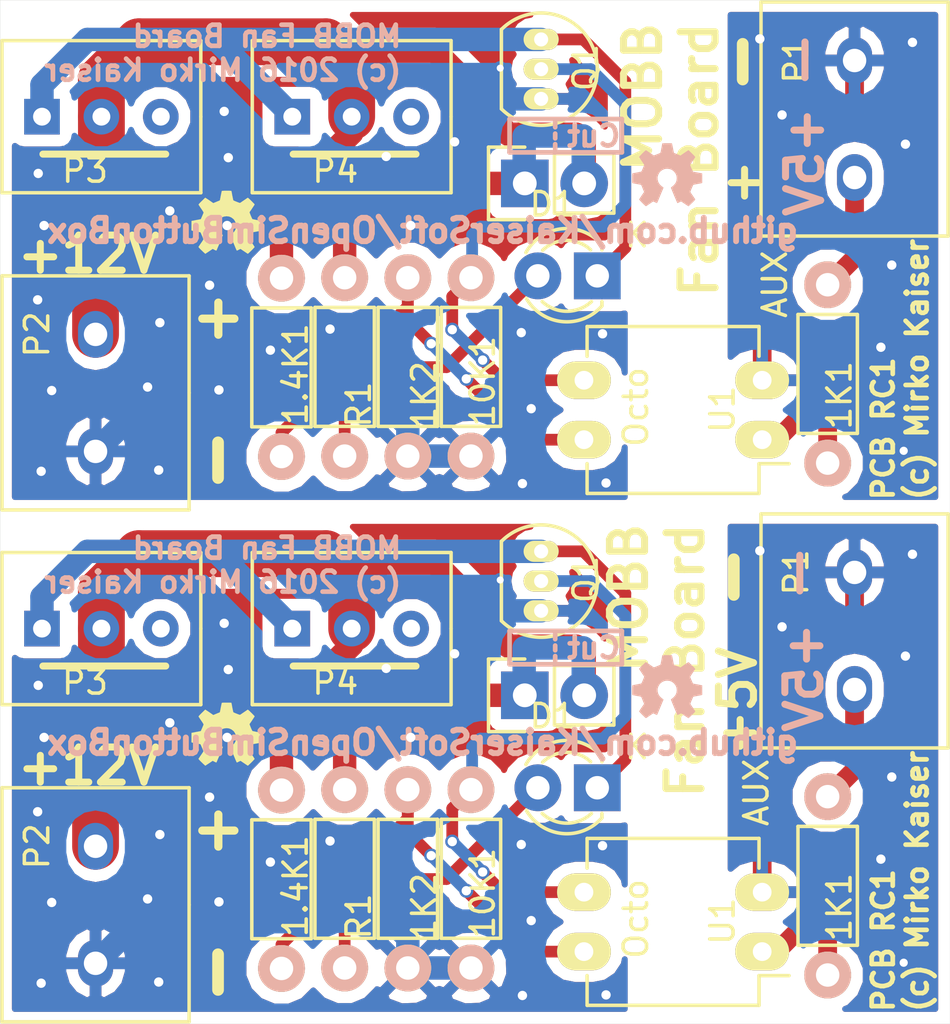
<source format=kicad_pcb>
(kicad_pcb (version 4) (host pcbnew 4.0.4-stable)

  (general
    (links 115)
    (no_connects 11)
    (area 183.874999 98.854999 225.075001 143.35)
    (thickness 1.6)
    (drawings 49)
    (tracks 198)
    (zones 0)
    (modules 98)
    (nets 12)
  )

  (page A4)
  (title_block
    (title "MOBB Fan Controller")
    (date 2016-11-02)
    (rev RC1)
  )

  (layers
    (0 F.Cu signal)
    (31 B.Cu signal)
    (32 B.Adhes user hide)
    (33 F.Adhes user hide)
    (34 B.Paste user hide)
    (35 F.Paste user hide)
    (36 B.SilkS user)
    (37 F.SilkS user)
    (38 B.Mask user)
    (39 F.Mask user)
    (40 Dwgs.User user hide)
    (41 Cmts.User user hide)
    (42 Eco1.User user hide)
    (43 Eco2.User user)
    (44 Edge.Cuts user)
    (45 Margin user hide)
    (46 B.CrtYd user hide)
    (47 F.CrtYd user hide)
    (48 B.Fab user hide)
    (49 F.Fab user hide)
  )

  (setup
    (last_trace_width 0.5)
    (trace_clearance 0.3)
    (zone_clearance 0.5)
    (zone_45_only yes)
    (trace_min 0.3)
    (segment_width 0.01)
    (edge_width 0.01)
    (via_size 0.6)
    (via_drill 0.4)
    (via_min_size 0.4)
    (via_min_drill 0.3)
    (uvia_size 0.45)
    (uvia_drill 0.3)
    (uvias_allowed no)
    (uvia_min_size 0.3)
    (uvia_min_drill 0.1)
    (pcb_text_width 0.3)
    (pcb_text_size 1.5 1.5)
    (mod_edge_width 0.15)
    (mod_text_size 1 1)
    (mod_text_width 0.15)
    (pad_size 0.6 0.6)
    (pad_drill 0.4)
    (pad_to_mask_clearance 0.2)
    (aux_axis_origin 0 0)
    (visible_elements 7FFFFFFF)
    (pcbplotparams
      (layerselection 0x018f0_80000001)
      (usegerberextensions false)
      (excludeedgelayer true)
      (linewidth 0.100000)
      (plotframeref false)
      (viasonmask false)
      (mode 1)
      (useauxorigin false)
      (hpglpennumber 1)
      (hpglpenspeed 20)
      (hpglpendiameter 15)
      (hpglpenoverlay 2)
      (psnegative false)
      (psa4output false)
      (plotreference true)
      (plotvalue false)
      (plotinvisibletext false)
      (padsonsilk false)
      (subtractmaskfromsilk false)
      (outputformat 1)
      (mirror false)
      (drillshape 0)
      (scaleselection 1)
      (outputdirectory "gerber/RC1 - two boards with V-CUT line/"))
  )

  (net 0 "")
  (net 1 +12V)
  (net 2 "Net-(1.4K1-Pad2)")
  (net 3 "Net-(1K1-Pad1)")
  (net 4 +5V)
  (net 5 GND)
  (net 6 "Net-(10K1-Pad2)")
  (net 7 GNDA)
  (net 8 "Net-(P3-Pad3)")
  (net 9 "Net-(P4-Pad3)")
  (net 10 "Net-(D1-Pad2)")
  (net 11 "Net-(D1-Pad1)")

  (net_class Default "This is the default net class."
    (clearance 0.3)
    (trace_width 0.5)
    (via_dia 0.6)
    (via_drill 0.4)
    (uvia_dia 0.45)
    (uvia_drill 0.3)
    (add_net "Net-(1.4K1-Pad2)")
    (add_net "Net-(10K1-Pad2)")
    (add_net "Net-(D1-Pad2)")
    (add_net "Net-(P3-Pad3)")
    (add_net "Net-(P4-Pad3)")
  )

  (net_class 12V ""
    (clearance 0.3)
    (trace_width 2)
    (via_dia 0.8)
    (via_drill 0.6)
    (uvia_dia 0.6)
    (uvia_drill 0.4)
  )

  (net_class 1mm ""
    (clearance 0.3)
    (trace_width 1)
    (via_dia 0.6)
    (via_drill 0.4)
    (uvia_dia 0.45)
    (uvia_drill 0.3)
    (add_net +12V)
    (add_net GND)
    (add_net "Net-(D1-Pad1)")
  )

  (net_class 5V ""
    (clearance 0.3)
    (trace_width 0.8)
    (via_dia 0.6)
    (via_drill 0.4)
    (uvia_dia 0.45)
    (uvia_drill 0.3)
    (add_net +5V)
    (add_net GNDA)
    (add_net "Net-(1K1-Pad1)")
  )

  (module MOBB-KiCad-Lib:OPEN_HW_LOGO_3MM (layer B.Cu) (tedit 0) (tstamp 58344BCF)
    (at 212.69 106.61 180)
    (fp_text reference G*** (at 0 -1.59004 180) (layer B.SilkS) hide
      (effects (font (size 0.13462 0.13462) (thickness 0.0254)) (justify mirror))
    )
    (fp_text value LOGO (at 0 1.59004 180) (layer B.SilkS) hide
      (effects (font (size 0.13462 0.13462) (thickness 0.0254)) (justify mirror))
    )
    (fp_poly (pts (xy -0.90932 -1.3462) (xy -0.89154 -1.33858) (xy -0.85852 -1.31572) (xy -0.80772 -1.2827)
      (xy -0.7493 -1.2446) (xy -0.68834 -1.20396) (xy -0.64008 -1.17094) (xy -0.60452 -1.14808)
      (xy -0.59182 -1.14046) (xy -0.5842 -1.143) (xy -0.55626 -1.15824) (xy -0.51562 -1.17856)
      (xy -0.49022 -1.19126) (xy -0.45212 -1.2065) (xy -0.43434 -1.21158) (xy -0.4318 -1.2065)
      (xy -0.41656 -1.17602) (xy -0.39624 -1.12776) (xy -0.3683 -1.06172) (xy -0.33528 -0.98552)
      (xy -0.29972 -0.90424) (xy -0.2667 -0.82042) (xy -0.23368 -0.74168) (xy -0.2032 -0.66802)
      (xy -0.18034 -0.6096) (xy -0.1651 -0.56896) (xy -0.15748 -0.55118) (xy -0.16002 -0.54864)
      (xy -0.1778 -0.53086) (xy -0.21082 -0.50546) (xy -0.28194 -0.44704) (xy -0.35306 -0.36068)
      (xy -0.39624 -0.26162) (xy -0.40894 -0.14986) (xy -0.39878 -0.04826) (xy -0.35814 0.04826)
      (xy -0.28956 0.13716) (xy -0.20574 0.2032) (xy -0.10922 0.24384) (xy 0 0.25654)
      (xy 0.10414 0.24638) (xy 0.2032 0.20574) (xy 0.2921 0.1397) (xy 0.3302 0.09652)
      (xy 0.381 0.00508) (xy 0.41148 -0.0889) (xy 0.41402 -0.11176) (xy 0.40894 -0.21844)
      (xy 0.37846 -0.32004) (xy 0.32258 -0.40894) (xy 0.24638 -0.4826) (xy 0.23622 -0.49022)
      (xy 0.20066 -0.51816) (xy 0.17526 -0.53594) (xy 0.15748 -0.55118) (xy 0.2921 -0.87376)
      (xy 0.31242 -0.92456) (xy 0.35052 -1.01346) (xy 0.381 -1.08966) (xy 0.40894 -1.15062)
      (xy 0.42672 -1.19126) (xy 0.43434 -1.2065) (xy 0.43434 -1.2065) (xy 0.44704 -1.20904)
      (xy 0.4699 -1.20142) (xy 0.51562 -1.17856) (xy 0.5461 -1.16332) (xy 0.57912 -1.14808)
      (xy 0.59436 -1.14046) (xy 0.6096 -1.14808) (xy 0.64262 -1.1684) (xy 0.68834 -1.20142)
      (xy 0.74676 -1.23952) (xy 0.80264 -1.27762) (xy 0.85344 -1.31064) (xy 0.889 -1.33604)
      (xy 0.90678 -1.34366) (xy 0.90932 -1.34366) (xy 0.9271 -1.33604) (xy 0.95504 -1.31064)
      (xy 0.99822 -1.27) (xy 1.06172 -1.20904) (xy 1.07188 -1.19888) (xy 1.12268 -1.14808)
      (xy 1.16332 -1.10236) (xy 1.19126 -1.07188) (xy 1.20142 -1.05918) (xy 1.20142 -1.05918)
      (xy 1.19126 -1.0414) (xy 1.1684 -1.0033) (xy 1.13538 -0.9525) (xy 1.09474 -0.89154)
      (xy 0.98806 -0.7366) (xy 1.04648 -0.59182) (xy 1.06426 -0.5461) (xy 1.08712 -0.49022)
      (xy 1.1049 -0.45212) (xy 1.11252 -0.43434) (xy 1.1303 -0.42926) (xy 1.1684 -0.4191)
      (xy 1.22682 -0.40894) (xy 1.29794 -0.39624) (xy 1.36398 -0.38354) (xy 1.4224 -0.37084)
      (xy 1.46558 -0.36322) (xy 1.4859 -0.36068) (xy 1.49098 -0.3556) (xy 1.49352 -0.34798)
      (xy 1.49606 -0.32766) (xy 1.4986 -0.28956) (xy 1.4986 -0.23368) (xy 1.4986 -0.14986)
      (xy 1.4986 -0.14224) (xy 1.4986 -0.0635) (xy 1.49606 0) (xy 1.49352 0.0381)
      (xy 1.49098 0.05588) (xy 1.49098 0.05588) (xy 1.4732 0.06096) (xy 1.43002 0.06858)
      (xy 1.3716 0.08128) (xy 1.30048 0.09398) (xy 1.2954 0.09398) (xy 1.22428 0.10922)
      (xy 1.16586 0.12192) (xy 1.12268 0.12954) (xy 1.1049 0.13716) (xy 1.10236 0.14224)
      (xy 1.08712 0.17018) (xy 1.0668 0.21336) (xy 1.04394 0.2667) (xy 1.02108 0.32258)
      (xy 1.00076 0.37338) (xy 0.98806 0.40894) (xy 0.98298 0.42672) (xy 0.98298 0.42672)
      (xy 0.99314 0.4445) (xy 1.01854 0.48006) (xy 1.0541 0.53086) (xy 1.09474 0.59182)
      (xy 1.09728 0.5969) (xy 1.13792 0.65786) (xy 1.17094 0.70866) (xy 1.1938 0.74422)
      (xy 1.20142 0.75946) (xy 1.20142 0.762) (xy 1.18872 0.77978) (xy 1.15824 0.8128)
      (xy 1.11252 0.85852) (xy 1.06172 0.91186) (xy 1.04394 0.9271) (xy 0.98552 0.98552)
      (xy 0.94488 1.02108) (xy 0.91948 1.0414) (xy 0.90932 1.04648) (xy 0.90678 1.04648)
      (xy 0.889 1.03632) (xy 0.8509 1.01092) (xy 0.8001 0.97536) (xy 0.73914 0.93472)
      (xy 0.7366 0.93218) (xy 0.67564 0.89154) (xy 0.62484 0.85598) (xy 0.58928 0.83312)
      (xy 0.57404 0.8255) (xy 0.5715 0.8255) (xy 0.54864 0.83058) (xy 0.50546 0.84582)
      (xy 0.45212 0.86614) (xy 0.39624 0.889) (xy 0.34544 0.90932) (xy 0.30988 0.9271)
      (xy 0.2921 0.93726) (xy 0.28956 0.93726) (xy 0.28448 0.96012) (xy 0.27432 1.00584)
      (xy 0.26162 1.0668) (xy 0.24638 1.14046) (xy 0.24384 1.15062) (xy 0.23114 1.22428)
      (xy 0.22098 1.2827) (xy 0.21082 1.32334) (xy 0.20828 1.34112) (xy 0.19812 1.34112)
      (xy 0.16256 1.34366) (xy 0.10922 1.3462) (xy 0.04318 1.3462) (xy -0.02286 1.3462)
      (xy -0.0889 1.3462) (xy -0.14478 1.34366) (xy -0.18542 1.34112) (xy -0.2032 1.33604)
      (xy -0.2032 1.33604) (xy -0.20828 1.31318) (xy -0.21844 1.27) (xy -0.23114 1.2065)
      (xy -0.24638 1.13284) (xy -0.24892 1.12014) (xy -0.26162 1.04902) (xy -0.27432 0.9906)
      (xy -0.28194 0.94996) (xy -0.28702 0.93472) (xy -0.2921 0.93218) (xy -0.32258 0.91694)
      (xy -0.37084 0.89916) (xy -0.42926 0.87376) (xy -0.56642 0.81788) (xy -0.73406 0.93472)
      (xy -0.7493 0.94488) (xy -0.81026 0.98552) (xy -0.86106 1.01854) (xy -0.89662 1.0414)
      (xy -0.90932 1.04902) (xy -0.91186 1.04902) (xy -0.9271 1.03378) (xy -0.96012 1.0033)
      (xy -1.00584 0.95758) (xy -1.05918 0.90678) (xy -1.09982 0.86614) (xy -1.14554 0.82042)
      (xy -1.17348 0.7874) (xy -1.19126 0.76708) (xy -1.19634 0.75438) (xy -1.1938 0.74676)
      (xy -1.18364 0.72898) (xy -1.15824 0.69342) (xy -1.12522 0.64008) (xy -1.08458 0.58166)
      (xy -1.04902 0.53086) (xy -1.01346 0.47498) (xy -0.9906 0.43434) (xy -0.98044 0.41656)
      (xy -0.98298 0.4064) (xy -0.99568 0.37338) (xy -1.016 0.32512) (xy -1.0414 0.26416)
      (xy -1.09982 0.13208) (xy -1.18618 0.1143) (xy -1.23952 0.10414) (xy -1.31318 0.09144)
      (xy -1.3843 0.0762) (xy -1.49606 0.05588) (xy -1.4986 -0.34798) (xy -1.48082 -0.3556)
      (xy -1.46558 -0.36068) (xy -1.42494 -0.37084) (xy -1.36652 -0.381) (xy -1.29794 -0.3937)
      (xy -1.23698 -0.4064) (xy -1.17856 -0.41656) (xy -1.13538 -0.42418) (xy -1.1176 -0.42926)
      (xy -1.11252 -0.43434) (xy -1.09728 -0.46482) (xy -1.07696 -0.51054) (xy -1.0541 -0.56388)
      (xy -1.0287 -0.6223) (xy -1.00838 -0.6731) (xy -0.99314 -0.71374) (xy -0.98806 -0.73406)
      (xy -0.99568 -0.7493) (xy -1.01854 -0.78486) (xy -1.05156 -0.83566) (xy -1.0922 -0.89408)
      (xy -1.13284 -0.9525) (xy -1.16586 -1.0033) (xy -1.19126 -1.03886) (xy -1.19888 -1.05664)
      (xy -1.1938 -1.0668) (xy -1.17094 -1.09474) (xy -1.12776 -1.14046) (xy -1.06172 -1.2065)
      (xy -1.04902 -1.21666) (xy -0.99822 -1.26746) (xy -0.9525 -1.3081) (xy -0.92202 -1.33604)
      (xy -0.90932 -1.3462)) (layer B.SilkS) (width 0.00254))
  )

  (module MOBB-KiCad-Lib:OPEN_HW_LOGO_3MM (layer F.Cu) (tedit 0) (tstamp 58344BCB)
    (at 193.85 108.64)
    (fp_text reference G*** (at 0 1.59004) (layer F.SilkS) hide
      (effects (font (size 0.13462 0.13462) (thickness 0.0254)))
    )
    (fp_text value LOGO (at 0 -1.59004) (layer F.SilkS) hide
      (effects (font (size 0.13462 0.13462) (thickness 0.0254)))
    )
    (fp_poly (pts (xy -0.90932 1.3462) (xy -0.89154 1.33858) (xy -0.85852 1.31572) (xy -0.80772 1.2827)
      (xy -0.7493 1.2446) (xy -0.68834 1.20396) (xy -0.64008 1.17094) (xy -0.60452 1.14808)
      (xy -0.59182 1.14046) (xy -0.5842 1.143) (xy -0.55626 1.15824) (xy -0.51562 1.17856)
      (xy -0.49022 1.19126) (xy -0.45212 1.2065) (xy -0.43434 1.21158) (xy -0.4318 1.2065)
      (xy -0.41656 1.17602) (xy -0.39624 1.12776) (xy -0.3683 1.06172) (xy -0.33528 0.98552)
      (xy -0.29972 0.90424) (xy -0.2667 0.82042) (xy -0.23368 0.74168) (xy -0.2032 0.66802)
      (xy -0.18034 0.6096) (xy -0.1651 0.56896) (xy -0.15748 0.55118) (xy -0.16002 0.54864)
      (xy -0.1778 0.53086) (xy -0.21082 0.50546) (xy -0.28194 0.44704) (xy -0.35306 0.36068)
      (xy -0.39624 0.26162) (xy -0.40894 0.14986) (xy -0.39878 0.04826) (xy -0.35814 -0.04826)
      (xy -0.28956 -0.13716) (xy -0.20574 -0.2032) (xy -0.10922 -0.24384) (xy 0 -0.25654)
      (xy 0.10414 -0.24638) (xy 0.2032 -0.20574) (xy 0.2921 -0.1397) (xy 0.3302 -0.09652)
      (xy 0.381 -0.00508) (xy 0.41148 0.0889) (xy 0.41402 0.11176) (xy 0.40894 0.21844)
      (xy 0.37846 0.32004) (xy 0.32258 0.40894) (xy 0.24638 0.4826) (xy 0.23622 0.49022)
      (xy 0.20066 0.51816) (xy 0.17526 0.53594) (xy 0.15748 0.55118) (xy 0.2921 0.87376)
      (xy 0.31242 0.92456) (xy 0.35052 1.01346) (xy 0.381 1.08966) (xy 0.40894 1.15062)
      (xy 0.42672 1.19126) (xy 0.43434 1.2065) (xy 0.43434 1.2065) (xy 0.44704 1.20904)
      (xy 0.4699 1.20142) (xy 0.51562 1.17856) (xy 0.5461 1.16332) (xy 0.57912 1.14808)
      (xy 0.59436 1.14046) (xy 0.6096 1.14808) (xy 0.64262 1.1684) (xy 0.68834 1.20142)
      (xy 0.74676 1.23952) (xy 0.80264 1.27762) (xy 0.85344 1.31064) (xy 0.889 1.33604)
      (xy 0.90678 1.34366) (xy 0.90932 1.34366) (xy 0.9271 1.33604) (xy 0.95504 1.31064)
      (xy 0.99822 1.27) (xy 1.06172 1.20904) (xy 1.07188 1.19888) (xy 1.12268 1.14808)
      (xy 1.16332 1.10236) (xy 1.19126 1.07188) (xy 1.20142 1.05918) (xy 1.20142 1.05918)
      (xy 1.19126 1.0414) (xy 1.1684 1.0033) (xy 1.13538 0.9525) (xy 1.09474 0.89154)
      (xy 0.98806 0.7366) (xy 1.04648 0.59182) (xy 1.06426 0.5461) (xy 1.08712 0.49022)
      (xy 1.1049 0.45212) (xy 1.11252 0.43434) (xy 1.1303 0.42926) (xy 1.1684 0.4191)
      (xy 1.22682 0.40894) (xy 1.29794 0.39624) (xy 1.36398 0.38354) (xy 1.4224 0.37084)
      (xy 1.46558 0.36322) (xy 1.4859 0.36068) (xy 1.49098 0.3556) (xy 1.49352 0.34798)
      (xy 1.49606 0.32766) (xy 1.4986 0.28956) (xy 1.4986 0.23368) (xy 1.4986 0.14986)
      (xy 1.4986 0.14224) (xy 1.4986 0.0635) (xy 1.49606 0) (xy 1.49352 -0.0381)
      (xy 1.49098 -0.05588) (xy 1.49098 -0.05588) (xy 1.4732 -0.06096) (xy 1.43002 -0.06858)
      (xy 1.3716 -0.08128) (xy 1.30048 -0.09398) (xy 1.2954 -0.09398) (xy 1.22428 -0.10922)
      (xy 1.16586 -0.12192) (xy 1.12268 -0.12954) (xy 1.1049 -0.13716) (xy 1.10236 -0.14224)
      (xy 1.08712 -0.17018) (xy 1.0668 -0.21336) (xy 1.04394 -0.2667) (xy 1.02108 -0.32258)
      (xy 1.00076 -0.37338) (xy 0.98806 -0.40894) (xy 0.98298 -0.42672) (xy 0.98298 -0.42672)
      (xy 0.99314 -0.4445) (xy 1.01854 -0.48006) (xy 1.0541 -0.53086) (xy 1.09474 -0.59182)
      (xy 1.09728 -0.5969) (xy 1.13792 -0.65786) (xy 1.17094 -0.70866) (xy 1.1938 -0.74422)
      (xy 1.20142 -0.75946) (xy 1.20142 -0.762) (xy 1.18872 -0.77978) (xy 1.15824 -0.8128)
      (xy 1.11252 -0.85852) (xy 1.06172 -0.91186) (xy 1.04394 -0.9271) (xy 0.98552 -0.98552)
      (xy 0.94488 -1.02108) (xy 0.91948 -1.0414) (xy 0.90932 -1.04648) (xy 0.90678 -1.04648)
      (xy 0.889 -1.03632) (xy 0.8509 -1.01092) (xy 0.8001 -0.97536) (xy 0.73914 -0.93472)
      (xy 0.7366 -0.93218) (xy 0.67564 -0.89154) (xy 0.62484 -0.85598) (xy 0.58928 -0.83312)
      (xy 0.57404 -0.8255) (xy 0.5715 -0.8255) (xy 0.54864 -0.83058) (xy 0.50546 -0.84582)
      (xy 0.45212 -0.86614) (xy 0.39624 -0.889) (xy 0.34544 -0.90932) (xy 0.30988 -0.9271)
      (xy 0.2921 -0.93726) (xy 0.28956 -0.93726) (xy 0.28448 -0.96012) (xy 0.27432 -1.00584)
      (xy 0.26162 -1.0668) (xy 0.24638 -1.14046) (xy 0.24384 -1.15062) (xy 0.23114 -1.22428)
      (xy 0.22098 -1.2827) (xy 0.21082 -1.32334) (xy 0.20828 -1.34112) (xy 0.19812 -1.34112)
      (xy 0.16256 -1.34366) (xy 0.10922 -1.3462) (xy 0.04318 -1.3462) (xy -0.02286 -1.3462)
      (xy -0.0889 -1.3462) (xy -0.14478 -1.34366) (xy -0.18542 -1.34112) (xy -0.2032 -1.33604)
      (xy -0.2032 -1.33604) (xy -0.20828 -1.31318) (xy -0.21844 -1.27) (xy -0.23114 -1.2065)
      (xy -0.24638 -1.13284) (xy -0.24892 -1.12014) (xy -0.26162 -1.04902) (xy -0.27432 -0.9906)
      (xy -0.28194 -0.94996) (xy -0.28702 -0.93472) (xy -0.2921 -0.93218) (xy -0.32258 -0.91694)
      (xy -0.37084 -0.89916) (xy -0.42926 -0.87376) (xy -0.56642 -0.81788) (xy -0.73406 -0.93472)
      (xy -0.7493 -0.94488) (xy -0.81026 -0.98552) (xy -0.86106 -1.01854) (xy -0.89662 -1.0414)
      (xy -0.90932 -1.04902) (xy -0.91186 -1.04902) (xy -0.9271 -1.03378) (xy -0.96012 -1.0033)
      (xy -1.00584 -0.95758) (xy -1.05918 -0.90678) (xy -1.09982 -0.86614) (xy -1.14554 -0.82042)
      (xy -1.17348 -0.7874) (xy -1.19126 -0.76708) (xy -1.19634 -0.75438) (xy -1.1938 -0.74676)
      (xy -1.18364 -0.72898) (xy -1.15824 -0.69342) (xy -1.12522 -0.64008) (xy -1.08458 -0.58166)
      (xy -1.04902 -0.53086) (xy -1.01346 -0.47498) (xy -0.9906 -0.43434) (xy -0.98044 -0.41656)
      (xy -0.98298 -0.4064) (xy -0.99568 -0.37338) (xy -1.016 -0.32512) (xy -1.0414 -0.26416)
      (xy -1.09982 -0.13208) (xy -1.18618 -0.1143) (xy -1.23952 -0.10414) (xy -1.31318 -0.09144)
      (xy -1.3843 -0.0762) (xy -1.49606 -0.05588) (xy -1.4986 0.34798) (xy -1.48082 0.3556)
      (xy -1.46558 0.36068) (xy -1.42494 0.37084) (xy -1.36652 0.381) (xy -1.29794 0.3937)
      (xy -1.23698 0.4064) (xy -1.17856 0.41656) (xy -1.13538 0.42418) (xy -1.1176 0.42926)
      (xy -1.11252 0.43434) (xy -1.09728 0.46482) (xy -1.07696 0.51054) (xy -1.0541 0.56388)
      (xy -1.0287 0.6223) (xy -1.00838 0.6731) (xy -0.99314 0.71374) (xy -0.98806 0.73406)
      (xy -0.99568 0.7493) (xy -1.01854 0.78486) (xy -1.05156 0.83566) (xy -1.0922 0.89408)
      (xy -1.13284 0.9525) (xy -1.16586 1.0033) (xy -1.19126 1.03886) (xy -1.19888 1.05664)
      (xy -1.1938 1.0668) (xy -1.17094 1.09474) (xy -1.12776 1.14046) (xy -1.06172 1.2065)
      (xy -1.04902 1.21666) (xy -0.99822 1.26746) (xy -0.9525 1.3081) (xy -0.92202 1.33604)
      (xy -0.90932 1.3462)) (layer F.SilkS) (width 0.00254))
  )

  (module Resistors_ThroughHole:Resistor_Horizontal_RM7mm (layer F.Cu) (tedit 581F303F) (tstamp 58344BBE)
    (at 198.9 118.63 90)
    (descr "Resistor, Axial,  RM 7.62mm, 1/3W,")
    (tags "Resistor Axial RM 7.62mm 1/3W R3")
    (path /581F2CCC)
    (fp_text reference R1 (at 2.2 0.6 90) (layer F.SilkS)
      (effects (font (size 1 1) (thickness 0.15)))
    )
    (fp_text value 1.5K (at 3 -0.7 90) (layer F.Fab)
      (effects (font (size 1 1) (thickness 0.15)))
    )
    (fp_line (start -1.25 -1.5) (end 8.85 -1.5) (layer F.CrtYd) (width 0.05))
    (fp_line (start -1.25 1.5) (end -1.25 -1.5) (layer F.CrtYd) (width 0.05))
    (fp_line (start 8.85 -1.5) (end 8.85 1.5) (layer F.CrtYd) (width 0.05))
    (fp_line (start -1.25 1.5) (end 8.85 1.5) (layer F.CrtYd) (width 0.05))
    (fp_line (start 1.27 -1.27) (end 6.35 -1.27) (layer F.SilkS) (width 0.15))
    (fp_line (start 6.35 -1.27) (end 6.35 1.27) (layer F.SilkS) (width 0.15))
    (fp_line (start 6.35 1.27) (end 1.27 1.27) (layer F.SilkS) (width 0.15))
    (fp_line (start 1.27 1.27) (end 1.27 -1.27) (layer F.SilkS) (width 0.15))
    (pad 1 thru_hole circle (at 0 0 90) (size 1.99898 1.99898) (drill 1.00076) (layers *.Cu *.SilkS *.Mask)
      (net 10 "Net-(D1-Pad2)"))
    (pad 2 thru_hole circle (at 7.62 0 90) (size 1.99898 1.99898) (drill 1.00076) (layers *.Cu *.SilkS *.Mask)
      (net 1 +12V))
  )

  (module Pin_Headers:Pin_Header_Straight_1x02 (layer F.Cu) (tedit 58344646) (tstamp 58344BAE)
    (at 206.6 106.98 90)
    (descr "Through hole pin header")
    (tags "pin header")
    (path /581F3210)
    (fp_text reference P5 (at 0 -5.1 90) (layer F.SilkS) hide
      (effects (font (size 1 1) (thickness 0.15)))
    )
    (fp_text value Jumper (at 0 -3.1 90) (layer F.Fab) hide
      (effects (font (size 1 1) (thickness 0.15)))
    )
    (fp_line (start 1.27 1.27) (end 1.27 3.81) (layer F.SilkS) (width 0.15))
    (fp_line (start 1.55 -1.55) (end 1.55 0) (layer F.SilkS) (width 0.15))
    (fp_line (start -1.75 -1.75) (end -1.75 4.3) (layer F.CrtYd) (width 0.05))
    (fp_line (start 1.75 -1.75) (end 1.75 4.3) (layer F.CrtYd) (width 0.05))
    (fp_line (start -1.75 -1.75) (end 1.75 -1.75) (layer F.CrtYd) (width 0.05))
    (fp_line (start -1.75 4.3) (end 1.75 4.3) (layer F.CrtYd) (width 0.05))
    (fp_line (start 1.27 1.27) (end -1.27 1.27) (layer F.SilkS) (width 0.15))
    (fp_line (start -1.55 0) (end -1.55 -1.55) (layer F.SilkS) (width 0.15))
    (fp_line (start -1.55 -1.55) (end 1.55 -1.55) (layer F.SilkS) (width 0.15))
    (fp_line (start -1.27 1.27) (end -1.27 3.81) (layer F.SilkS) (width 0.15))
    (fp_line (start -1.27 3.81) (end 1.27 3.81) (layer F.SilkS) (width 0.15))
    (pad 1 thru_hole rect (at 0 0 90) (size 2.032 2.032) (drill 1.016) (layers *.Cu *.Mask)
      (net 1 +12V))
    (pad 2 thru_hole oval (at 0 2.54 90) (size 2.032 2.032) (drill 1.016) (layers *.Cu *.Mask)
      (net 1 +12V))
    (model Pin_Headers.3dshapes/Pin_Header_Straight_1x02.wrl
      (at (xyz 0 -0.05 0))
      (scale (xyz 1 1 1))
      (rotate (xyz 0 0 90))
    )
  )

  (module LEDs:LED-3MM (layer F.Cu) (tedit 5821EFBD) (tstamp 58344B9E)
    (at 209.7 110.93 180)
    (descr "LED 3mm round vertical")
    (tags "LED  3mm round vertical")
    (path /581F2E6E)
    (fp_text reference D1 (at 1.91 3.06 180) (layer F.SilkS)
      (effects (font (size 1 1) (thickness 0.15)))
    )
    (fp_text value LED (at 1.575 -1.725 180) (layer F.Fab)
      (effects (font (size 1 1) (thickness 0.15)))
    )
    (fp_line (start -1.2 2.3) (end 3.8 2.3) (layer F.CrtYd) (width 0.05))
    (fp_line (start 3.8 2.3) (end 3.8 -2.2) (layer F.CrtYd) (width 0.05))
    (fp_line (start 3.8 -2.2) (end -1.2 -2.2) (layer F.CrtYd) (width 0.05))
    (fp_line (start -1.2 -2.2) (end -1.2 2.3) (layer F.CrtYd) (width 0.05))
    (fp_line (start -0.199 1.314) (end -0.199 1.114) (layer F.SilkS) (width 0.15))
    (fp_line (start -0.199 -1.28) (end -0.199 -1.1) (layer F.SilkS) (width 0.15))
    (fp_arc (start 1.301 0.034) (end -0.199 -1.286) (angle 108.5) (layer F.SilkS) (width 0.15))
    (fp_arc (start 1.301 0.034) (end 0.25 -1.1) (angle 85.7) (layer F.SilkS) (width 0.15))
    (fp_arc (start 1.311 0.034) (end 3.051 0.994) (angle 110) (layer F.SilkS) (width 0.15))
    (fp_arc (start 1.301 0.034) (end 2.335 1.094) (angle 87.5) (layer F.SilkS) (width 0.15))
    (fp_text user K (at -1.69 1.74 180) (layer F.SilkS)
      (effects (font (size 1 1) (thickness 0.15)))
    )
    (pad 1 thru_hole rect (at 0 0 270) (size 2 2) (drill 1.00076) (layers *.Cu *.Mask)
      (net 11 "Net-(D1-Pad1)"))
    (pad 2 thru_hole circle (at 2.54 0 180) (size 2 2) (drill 1.00076) (layers *.Cu *.Mask)
      (net 10 "Net-(D1-Pad2)"))
    (model LEDs.3dshapes/LED-3MM.wrl
      (at (xyz 0.05 0 0))
      (scale (xyz 1 1 1))
      (rotate (xyz 0 0 90))
    )
  )

  (module MOBB-KiCad-Lib:Molex-KK-1x3P (layer F.Cu) (tedit 581F196B) (tstamp 58344B8F)
    (at 199.2 104.13 180)
    (path /581B96A9)
    (fp_text reference P4 (at 0.7 -2.3 180) (layer F.SilkS)
      (effects (font (size 1 1) (thickness 0.15)))
    )
    (fp_text value Fan (at -0.25 1.75 180) (layer F.Fab)
      (effects (font (size 1 1) (thickness 0.15)))
    )
    (fp_text user S (at -2.54 1.7 180) (layer F.Fab)
      (effects (font (size 1 1) (thickness 0.15)))
    )
    (fp_text user + (at 0 1.6 180) (layer F.Fab)
      (effects (font (size 1 1) (thickness 0.15)))
    )
    (fp_text user G (at 2.54 1.89 180) (layer F.Fab)
      (effects (font (size 1 1) (thickness 0.15)))
    )
    (fp_line (start 2.5 -1.6) (end -2.75 -1.6) (layer F.SilkS) (width 0.3))
    (fp_line (start -4.25 0) (end -4.25 -3.25) (layer F.SilkS) (width 0.15))
    (fp_line (start -4.25 -3.25) (end 4.25 -3.25) (layer F.SilkS) (width 0.15))
    (fp_line (start 4.25 -3.25) (end 4.25 3.25) (layer F.SilkS) (width 0.15))
    (fp_line (start 4.25 3.25) (end -4.25 3.25) (layer F.SilkS) (width 0.15))
    (fp_line (start -4.25 3.25) (end -4.25 0) (layer F.SilkS) (width 0.15))
    (pad 2 thru_hole circle (at 0 0 180) (size 1.524 1.524) (drill 0.762) (layers *.Cu *.Mask)
      (net 1 +12V))
    (pad 3 thru_hole circle (at -2.54 0 180) (size 1.524 1.524) (drill 0.762) (layers *.Cu *.Mask)
      (net 9 "Net-(P4-Pad3)"))
    (pad 1 thru_hole rect (at 2.54 0 180) (size 1.524 1.524) (drill 0.762) (layers *.Cu *.Mask)
      (net 11 "Net-(D1-Pad1)"))
  )

  (module MOBB-KiCad-Lib:Molex-KK-1x3P (layer F.Cu) (tedit 581F1966) (tstamp 58344B80)
    (at 188.5 104.13 180)
    (path /581A85A6)
    (fp_text reference P3 (at 0.7 -2.3 180) (layer F.SilkS)
      (effects (font (size 1 1) (thickness 0.15)))
    )
    (fp_text value Fan (at 0 2.5 180) (layer F.Fab)
      (effects (font (size 1 1) (thickness 0.15)))
    )
    (fp_text user S (at -2.54 1.7 180) (layer F.Fab)
      (effects (font (size 1 1) (thickness 0.15)))
    )
    (fp_text user + (at 0 1.6 180) (layer F.Fab)
      (effects (font (size 1 1) (thickness 0.15)))
    )
    (fp_text user G (at 2.54 1.89 180) (layer F.Fab)
      (effects (font (size 1 1) (thickness 0.15)))
    )
    (fp_line (start 2.5 -1.6) (end -2.75 -1.6) (layer F.SilkS) (width 0.3))
    (fp_line (start -4.25 0) (end -4.25 -3.25) (layer F.SilkS) (width 0.15))
    (fp_line (start -4.25 -3.25) (end 4.25 -3.25) (layer F.SilkS) (width 0.15))
    (fp_line (start 4.25 -3.25) (end 4.25 3.25) (layer F.SilkS) (width 0.15))
    (fp_line (start 4.25 3.25) (end -4.25 3.25) (layer F.SilkS) (width 0.15))
    (fp_line (start -4.25 3.25) (end -4.25 0) (layer F.SilkS) (width 0.15))
    (pad 2 thru_hole circle (at 0 0 180) (size 1.524 1.524) (drill 0.762) (layers *.Cu *.Mask)
      (net 1 +12V))
    (pad 3 thru_hole circle (at -2.54 0 180) (size 1.524 1.524) (drill 0.762) (layers *.Cu *.Mask)
      (net 8 "Net-(P3-Pad3)"))
    (pad 1 thru_hole rect (at 2.54 0 180) (size 1.524 1.524) (drill 0.762) (layers *.Cu *.Mask)
      (net 11 "Net-(D1-Pad1)"))
  )

  (module MOBB-KiCad-Lib:Screw_Terminal_5mm (layer F.Cu) (tedit 5834554F) (tstamp 58344B76)
    (at 220.7 104.23 270)
    (path /57F24616)
    (fp_text reference P1 (at -2.5 2.5 270) (layer F.SilkS)
      (effects (font (size 1 1) (thickness 0.15)))
    )
    (fp_text value AUX (at 7.06 3.41 270) (layer F.SilkS)
      (effects (font (size 1 1) (thickness 0.15)))
    )
    (fp_line (start -5 -4) (end -5 4) (layer F.SilkS) (width 0.15))
    (fp_line (start -5 4) (end 5 4) (layer F.SilkS) (width 0.15))
    (fp_line (start 5 4) (end 5 -4) (layer F.SilkS) (width 0.15))
    (fp_line (start 5 -4) (end 0 -4) (layer F.SilkS) (width 0.15))
    (fp_line (start 0 -4) (end -5 -4) (layer F.SilkS) (width 0.15))
    (pad 1 thru_hole oval (at -2.5 0 270) (size 2 1.5) (drill 1) (layers *.Cu F.Mask)
      (net 7 GNDA))
    (pad 2 thru_hole oval (at 2.5 0 270) (size 2 1.5) (drill 1) (layers *.Cu F.Mask)
      (net 4 +5V) (zone_connect 2))
  )

  (module MOBB-KiCad-Lib:Screw_Terminal_5mm (layer F.Cu) (tedit 581F4A5D) (tstamp 58344B6C)
    (at 188.25 115.93 270)
    (path /57F24C78)
    (fp_text reference P2 (at -2.5 2.5 270) (layer F.SilkS)
      (effects (font (size 1 1) (thickness 0.15)))
    )
    (fp_text value "+12V Suppply" (at -0.45 2.45 450) (layer F.Fab)
      (effects (font (size 1 1) (thickness 0.15)))
    )
    (fp_line (start -5 -4) (end -5 4) (layer F.SilkS) (width 0.15))
    (fp_line (start -5 4) (end 5 4) (layer F.SilkS) (width 0.15))
    (fp_line (start 5 4) (end 5 -4) (layer F.SilkS) (width 0.15))
    (fp_line (start 5 -4) (end 0 -4) (layer F.SilkS) (width 0.15))
    (fp_line (start 0 -4) (end -5 -4) (layer F.SilkS) (width 0.15))
    (pad 1 thru_hole oval (at -2.5 0 270) (size 2 1.5) (drill 1) (layers *.Cu F.Mask)
      (net 1 +12V))
    (pad 2 thru_hole oval (at 2.5 0 270) (size 2 1.5) (drill 1) (layers *.Cu F.Mask)
      (net 5 GND))
  )

  (module MOBB-KiCad-Lib:VIA-0.6MM (layer F.Cu) (tedit 58344784) (tstamp 58344B68)
    (at 216.65 100.805)
    (fp_text reference "" (at 0 0.5) (layer F.Fab) hide
      (effects (font (size 1 1) (thickness 0.15)))
    )
    (fp_text value "" (at 0 -0.5) (layer F.Fab) hide
      (effects (font (size 1 1) (thickness 0.15)))
    )
    (pad 1 thru_hole circle (at 0 0) (size 0.6 0.6) (drill 0.4) (layers *.Cu)
      (net 7 GNDA) (zone_connect 2))
  )

  (module TO_SOT_Packages_THT:TO-92_Inline_Narrow_Oval (layer F.Cu) (tedit 581B9B08) (tstamp 58344B5B)
    (at 207.3 100.83 270)
    (descr "TO-92 leads in-line, narrow, oval pads, drill 0.6mm (see NXP sot054_po.pdf)")
    (tags "to-92 sc-43 sc-43a sot54 PA33 transistor")
    (path /57F24B04)
    (fp_text reference Q1 (at 1.2 -1.9 270) (layer F.SilkS)
      (effects (font (size 1 1) (thickness 0.15)))
    )
    (fp_text value NPN (at 1 1.7 270) (layer F.Fab) hide
      (effects (font (size 1 1) (thickness 0.15)))
    )
    (fp_line (start -1.4 1.95) (end -1.4 -2.65) (layer F.CrtYd) (width 0.05))
    (fp_line (start -1.4 1.95) (end 3.95 1.95) (layer F.CrtYd) (width 0.05))
    (fp_line (start -0.43 1.7) (end 2.97 1.7) (layer F.SilkS) (width 0.15))
    (fp_arc (start 1.27 0) (end 1.27 -2.4) (angle -135) (layer F.SilkS) (width 0.15))
    (fp_arc (start 1.27 0) (end 1.27 -2.4) (angle 135) (layer F.SilkS) (width 0.15))
    (fp_line (start -1.4 -2.65) (end 3.95 -2.65) (layer F.CrtYd) (width 0.05))
    (fp_line (start 3.95 1.95) (end 3.95 -2.65) (layer F.CrtYd) (width 0.05))
    (pad 2 thru_hole oval (at 1.27 0 90) (size 0.89916 1.50114) (drill 0.6) (layers *.Cu *.Mask F.SilkS)
      (net 6 "Net-(10K1-Pad2)"))
    (pad 3 thru_hole oval (at 2.54 0 90) (size 0.89916 1.50114) (drill 0.6) (layers *.Cu *.Mask F.SilkS)
      (net 5 GND))
    (pad 1 thru_hole oval (at 0 0 90) (size 0.89916 1.50114) (drill 0.6) (layers *.Cu *.Mask F.SilkS)
      (net 11 "Net-(D1-Pad1)"))
    (model TO_SOT_Packages_THT.3dshapes/TO-92_Inline_Narrow_Oval.wrl
      (at (xyz 0.05 0 0))
      (scale (xyz 1 1 1))
      (rotate (xyz 0 0 -90))
    )
  )

  (module Resistors_ThroughHole:Resistor_Horizontal_RM7mm (layer F.Cu) (tedit 581A67F4) (tstamp 58344B4E)
    (at 204.3 118.63 90)
    (descr "Resistor, Axial,  RM 7.62mm, 1/3W,")
    (tags "Resistor Axial RM 7.62mm 1/3W R3")
    (path /57F24F38)
    (fp_text reference 10K1 (at 3.2 0.5 90) (layer F.SilkS)
      (effects (font (size 1 1) (thickness 0.15)))
    )
    (fp_text value R (at 2.3 -0.7 90) (layer F.Fab)
      (effects (font (size 1 1) (thickness 0.15)))
    )
    (fp_line (start -1.25 -1.5) (end 8.85 -1.5) (layer F.CrtYd) (width 0.05))
    (fp_line (start -1.25 1.5) (end -1.25 -1.5) (layer F.CrtYd) (width 0.05))
    (fp_line (start 8.85 -1.5) (end 8.85 1.5) (layer F.CrtYd) (width 0.05))
    (fp_line (start -1.25 1.5) (end 8.85 1.5) (layer F.CrtYd) (width 0.05))
    (fp_line (start 1.27 -1.27) (end 6.35 -1.27) (layer F.SilkS) (width 0.15))
    (fp_line (start 6.35 -1.27) (end 6.35 1.27) (layer F.SilkS) (width 0.15))
    (fp_line (start 6.35 1.27) (end 1.27 1.27) (layer F.SilkS) (width 0.15))
    (fp_line (start 1.27 1.27) (end 1.27 -1.27) (layer F.SilkS) (width 0.15))
    (pad 1 thru_hole circle (at 0 0 90) (size 1.99898 1.99898) (drill 1.00076) (layers *.Cu *.SilkS *.Mask)
      (net 5 GND))
    (pad 2 thru_hole circle (at 7.62 0 90) (size 1.99898 1.99898) (drill 1.00076) (layers *.Cu *.SilkS *.Mask)
      (net 6 "Net-(10K1-Pad2)"))
  )

  (module Resistors_ThroughHole:Resistor_Horizontal_RM7mm (layer F.Cu) (tedit 581A6813) (tstamp 58344B41)
    (at 201.6 118.63 90)
    (descr "Resistor, Axial,  RM 7.62mm, 1/3W,")
    (tags "Resistor Axial RM 7.62mm 1/3W R3")
    (path /57F249B1)
    (fp_text reference 1K2 (at 2.6 0.7 90) (layer F.SilkS)
      (effects (font (size 1 1) (thickness 0.15)))
    )
    (fp_text value R (at 3 -0.7 90) (layer F.Fab)
      (effects (font (size 1 1) (thickness 0.15)))
    )
    (fp_line (start -1.25 -1.5) (end 8.85 -1.5) (layer F.CrtYd) (width 0.05))
    (fp_line (start -1.25 1.5) (end -1.25 -1.5) (layer F.CrtYd) (width 0.05))
    (fp_line (start 8.85 -1.5) (end 8.85 1.5) (layer F.CrtYd) (width 0.05))
    (fp_line (start -1.25 1.5) (end 8.85 1.5) (layer F.CrtYd) (width 0.05))
    (fp_line (start 1.27 -1.27) (end 6.35 -1.27) (layer F.SilkS) (width 0.15))
    (fp_line (start 6.35 -1.27) (end 6.35 1.27) (layer F.SilkS) (width 0.15))
    (fp_line (start 6.35 1.27) (end 1.27 1.27) (layer F.SilkS) (width 0.15))
    (fp_line (start 1.27 1.27) (end 1.27 -1.27) (layer F.SilkS) (width 0.15))
    (pad 1 thru_hole circle (at 0 0 90) (size 1.99898 1.99898) (drill 1.00076) (layers *.Cu *.SilkS *.Mask)
      (net 5 GND))
    (pad 2 thru_hole circle (at 7.62 0 90) (size 1.99898 1.99898) (drill 1.00076) (layers *.Cu *.SilkS *.Mask)
      (net 2 "Net-(1.4K1-Pad2)"))
  )

  (module Resistors_ThroughHole:Resistor_Horizontal_RM7mm (layer F.Cu) (tedit 581A6854) (tstamp 58344B34)
    (at 219.55 118.93 90)
    (descr "Resistor, Axial,  RM 7.62mm, 1/3W,")
    (tags "Resistor Axial RM 7.62mm 1/3W R3")
    (path /57F247E8)
    (fp_text reference 1K1 (at 2.9 0.5 90) (layer F.SilkS)
      (effects (font (size 1 1) (thickness 0.15)))
    )
    (fp_text value 1K (at 4.3 -0.6 90) (layer F.Fab)
      (effects (font (size 1 1) (thickness 0.15)))
    )
    (fp_line (start -1.25 -1.5) (end 8.85 -1.5) (layer F.CrtYd) (width 0.05))
    (fp_line (start -1.25 1.5) (end -1.25 -1.5) (layer F.CrtYd) (width 0.05))
    (fp_line (start 8.85 -1.5) (end 8.85 1.5) (layer F.CrtYd) (width 0.05))
    (fp_line (start -1.25 1.5) (end 8.85 1.5) (layer F.CrtYd) (width 0.05))
    (fp_line (start 1.27 -1.27) (end 6.35 -1.27) (layer F.SilkS) (width 0.15))
    (fp_line (start 6.35 -1.27) (end 6.35 1.27) (layer F.SilkS) (width 0.15))
    (fp_line (start 6.35 1.27) (end 1.27 1.27) (layer F.SilkS) (width 0.15))
    (fp_line (start 1.27 1.27) (end 1.27 -1.27) (layer F.SilkS) (width 0.15))
    (pad 1 thru_hole circle (at 0 0 90) (size 1.99898 1.99898) (drill 1.00076) (layers *.Cu *.SilkS *.Mask)
      (net 3 "Net-(1K1-Pad1)"))
    (pad 2 thru_hole circle (at 7.62 0 90) (size 1.99898 1.99898) (drill 1.00076) (layers *.Cu *.SilkS *.Mask)
      (net 4 +5V))
  )

  (module Resistors_ThroughHole:Resistor_Horizontal_RM7mm (layer F.Cu) (tedit 581A67F9) (tstamp 58344B27)
    (at 196.2 111.03 270)
    (descr "Resistor, Axial,  RM 7.62mm, 1/3W,")
    (tags "Resistor Axial RM 7.62mm 1/3W R3")
    (path /57F248FE)
    (fp_text reference 1.4K1 (at 4.1 -0.6 270) (layer F.SilkS)
      (effects (font (size 1 1) (thickness 0.15)))
    )
    (fp_text value R (at 5.1 0.7 270) (layer F.Fab)
      (effects (font (size 1 1) (thickness 0.15)))
    )
    (fp_line (start -1.25 -1.5) (end 8.85 -1.5) (layer F.CrtYd) (width 0.05))
    (fp_line (start -1.25 1.5) (end -1.25 -1.5) (layer F.CrtYd) (width 0.05))
    (fp_line (start 8.85 -1.5) (end 8.85 1.5) (layer F.CrtYd) (width 0.05))
    (fp_line (start -1.25 1.5) (end 8.85 1.5) (layer F.CrtYd) (width 0.05))
    (fp_line (start 1.27 -1.27) (end 6.35 -1.27) (layer F.SilkS) (width 0.15))
    (fp_line (start 6.35 -1.27) (end 6.35 1.27) (layer F.SilkS) (width 0.15))
    (fp_line (start 6.35 1.27) (end 1.27 1.27) (layer F.SilkS) (width 0.15))
    (fp_line (start 1.27 1.27) (end 1.27 -1.27) (layer F.SilkS) (width 0.15))
    (pad 1 thru_hole circle (at 0 0 270) (size 1.99898 1.99898) (drill 1.00076) (layers *.Cu *.SilkS *.Mask)
      (net 1 +12V))
    (pad 2 thru_hole circle (at 7.62 0 270) (size 1.99898 1.99898) (drill 1.00076) (layers *.Cu *.SilkS *.Mask)
      (net 2 "Net-(1.4K1-Pad2)"))
  )

  (module MOBB-KiCad-Lib:VIA-0.6MM (layer F.Cu) (tedit 583447FA) (tstamp 58344B23)
    (at 193.875 108.78)
    (fp_text reference "" (at 0 0.5) (layer F.Fab) hide
      (effects (font (size 1 1) (thickness 0.15)))
    )
    (fp_text value "" (at 0 -0.5) (layer F.Fab) hide
      (effects (font (size 1 1) (thickness 0.15)))
    )
    (pad 1 thru_hole circle (at 0 0) (size 0.6 0.6) (drill 0.4) (layers *.Cu)
      (net 5 GND) (zone_connect 2))
  )

  (module MOBB-KiCad-Lib:VIA-0.6MM (layer F.Cu) (tedit 581F2FAC) (tstamp 58344B20)
    (at 205.725 119.355)
    (fp_text reference "" (at 0 0.5) (layer F.Fab) hide
      (effects (font (size 1 1) (thickness 0.15)))
    )
    (fp_text value "" (at 0 -0.5) (layer F.Fab) hide
      (effects (font (size 1 1) (thickness 0.15)))
    )
  )

  (module MOBB-KiCad-Lib:VIA-0.6MM (layer F.Cu) (tedit 5834480A) (tstamp 58344B1C)
    (at 193.75 103.905)
    (fp_text reference "" (at 0 0.5) (layer F.Fab) hide
      (effects (font (size 1 1) (thickness 0.15)))
    )
    (fp_text value "" (at 0 -0.5) (layer F.Fab) hide
      (effects (font (size 1 1) (thickness 0.15)))
    )
    (pad 1 thru_hole circle (at 0 0) (size 0.6 0.6) (drill 0.4) (layers *.Cu)
      (net 5 GND) (zone_connect 2))
  )

  (module MOBB-KiCad-Lib:VIA-0.6MM (layer F.Cu) (tedit 5834490A) (tstamp 58344B18)
    (at 198.275 113.205)
    (fp_text reference "" (at 0 0.5) (layer F.Fab) hide
      (effects (font (size 1 1) (thickness 0.15)))
    )
    (fp_text value "" (at 0 -0.5) (layer F.Fab) hide
      (effects (font (size 1 1) (thickness 0.15)))
    )
    (pad 1 thru_hole circle (at 0 0) (size 0.6 0.6) (drill 0.4) (layers *.Cu)
      (net 5 GND) (zone_connect 2))
  )

  (module MOBB-KiCad-Lib:VIA-0.6MM (layer F.Cu) (tedit 583447E5) (tstamp 58344B14)
    (at 193.525 115.805)
    (fp_text reference "" (at 0 0.5) (layer F.Fab) hide
      (effects (font (size 1 1) (thickness 0.15)))
    )
    (fp_text value "" (at 0 -0.5) (layer F.Fab) hide
      (effects (font (size 1 1) (thickness 0.15)))
    )
    (pad 1 thru_hole circle (at 0 0) (size 0.6 0.6) (drill 0.4) (layers *.Cu)
      (net 5 GND) (zone_connect 2))
  )

  (module MOBB-KiCad-Lib:VIA-0.6MM (layer F.Cu) (tedit 583447CD) (tstamp 58344B10)
    (at 185.925 119.28)
    (fp_text reference "" (at 0 0.5) (layer F.Fab) hide
      (effects (font (size 1 1) (thickness 0.15)))
    )
    (fp_text value "" (at 0 -0.5) (layer F.Fab) hide
      (effects (font (size 1 1) (thickness 0.15)))
    )
    (pad 1 thru_hole circle (at 0 0) (size 0.6 0.6) (drill 0.4) (layers *.Cu)
      (net 5 GND) (zone_connect 2))
  )

  (module MOBB-KiCad-Lib:VIA-0.6MM (layer F.Cu) (tedit 583447F4) (tstamp 58344B0C)
    (at 186.05 108.78)
    (fp_text reference "" (at 0 0.5) (layer F.Fab) hide
      (effects (font (size 1 1) (thickness 0.15)))
    )
    (fp_text value "" (at 0 -0.5) (layer F.Fab) hide
      (effects (font (size 1 1) (thickness 0.15)))
    )
    (pad 1 thru_hole circle (at 0 0) (size 0.6 0.6) (drill 0.4) (layers *.Cu)
      (net 5 GND) (zone_connect 2))
  )

  (module MOBB-KiCad-Lib:VIA-0.6MM (layer F.Cu) (tedit 583447D8) (tstamp 58344B08)
    (at 190.95 119.23)
    (fp_text reference "" (at 0 0.5) (layer F.Fab) hide
      (effects (font (size 1 1) (thickness 0.15)))
    )
    (fp_text value "" (at 0 -0.5) (layer F.Fab) hide
      (effects (font (size 1 1) (thickness 0.15)))
    )
    (pad 1 thru_hole circle (at 0 0) (size 0.6 0.6) (drill 0.4) (layers *.Cu)
      (net 5 GND) (zone_connect 2))
  )

  (module MOBB-KiCad-Lib:VIA-0.6MM (layer F.Cu) (tedit 5834488F) (tstamp 58344B04)
    (at 206.5 119.805)
    (fp_text reference "" (at 0 0.5) (layer F.Fab) hide
      (effects (font (size 1 1) (thickness 0.15)))
    )
    (fp_text value "" (at 0 -0.5) (layer F.Fab) hide
      (effects (font (size 1 1) (thickness 0.15)))
    )
    (pad 1 thru_hole circle (at 0 0) (size 0.6 0.6) (drill 0.4) (layers *.Cu)
      (net 5 GND) (zone_connect 2))
  )

  (module MOBB-KiCad-Lib:VIA-0.6MM (layer F.Cu) (tedit 5834479C) (tstamp 58344B00)
    (at 222.29 110.47)
    (fp_text reference "" (at 0 0.5) (layer F.Fab) hide
      (effects (font (size 1 1) (thickness 0.15)))
    )
    (fp_text value "" (at 0 -0.5) (layer F.Fab) hide
      (effects (font (size 1 1) (thickness 0.15)))
    )
    (pad 1 thru_hole circle (at 0 0) (size 0.6 0.6) (drill 0.4) (layers *.Cu)
      (net 7 GNDA) (zone_connect 2))
  )

  (module MOBB-KiCad-Lib:VIA-0.6MM (layer F.Cu) (tedit 58344772) (tstamp 58344AFC)
    (at 222.875 105.305)
    (fp_text reference "" (at 0 0.5) (layer F.Fab) hide
      (effects (font (size 1 1) (thickness 0.15)))
    )
    (fp_text value "" (at 0 -0.5) (layer F.Fab) hide
      (effects (font (size 1 1) (thickness 0.15)))
    )
    (pad 1 thru_hole circle (at 0 0) (size 0.6 0.6) (drill 0.4) (layers *.Cu)
      (net 7 GNDA) (zone_connect 2))
  )

  (module MOBB-KiCad-Lib:VIA-0.6MM (layer F.Cu) (tedit 58344779) (tstamp 58344AF8)
    (at 223.175 100.955)
    (fp_text reference "" (at 0 0.5) (layer F.Fab) hide
      (effects (font (size 1 1) (thickness 0.15)))
    )
    (fp_text value "" (at 0 -0.5) (layer F.Fab) hide
      (effects (font (size 1 1) (thickness 0.15)))
    )
    (pad 1 thru_hole circle (at 0 0) (size 0.6 0.6) (drill 0.4) (layers *.Cu)
      (net 7 GNDA) (zone_connect 2))
  )

  (module MOBB-KiCad-Lib:VIA-0.6MM (layer F.Cu) (tedit 581F4830) (tstamp 58344AF5)
    (at 218.2 106.53)
    (fp_text reference "" (at 0 0.5) (layer F.Fab) hide
      (effects (font (size 1 1) (thickness 0.15)))
    )
    (fp_text value "" (at 0 -0.5) (layer F.Fab) hide
      (effects (font (size 1 1) (thickness 0.15)))
    )
  )

  (module MOBB-KiCad-Lib:VIA-0.6MM (layer F.Cu) (tedit 583447A1) (tstamp 58344AF1)
    (at 221.825 113.98)
    (fp_text reference "" (at 0 0.5) (layer F.Fab) hide
      (effects (font (size 1 1) (thickness 0.15)))
    )
    (fp_text value "" (at 0 -0.5) (layer F.Fab) hide
      (effects (font (size 1 1) (thickness 0.15)))
    )
    (pad 1 thru_hole circle (at 0 0) (size 0.6 0.6) (drill 0.4) (layers *.Cu)
      (net 7 GNDA) (zone_connect 2))
  )

  (module MOBB-KiCad-Lib:VIA-0.6MM (layer F.Cu) (tedit 5834478C) (tstamp 58344AED)
    (at 217.6 104.055 90)
    (fp_text reference "" (at 0 0.5 90) (layer F.Fab) hide
      (effects (font (size 1 1) (thickness 0.15)))
    )
    (fp_text value "" (at 0 -0.5 90) (layer F.Fab) hide
      (effects (font (size 1 1) (thickness 0.15)))
    )
    (pad 1 thru_hole circle (at 0 0 90) (size 0.6 0.6) (drill 0.4) (layers *.Cu)
      (net 7 GNDA) (zone_connect 2))
  )

  (module MOBB-KiCad-Lib:VIA-0.6MM (layer F.Cu) (tedit 583447AA) (tstamp 58344AE9)
    (at 222.8 118.405)
    (fp_text reference "" (at 0 0.5) (layer F.Fab) hide
      (effects (font (size 1 1) (thickness 0.15)))
    )
    (fp_text value "" (at 0 -0.5) (layer F.Fab) hide
      (effects (font (size 1 1) (thickness 0.15)))
    )
    (pad 1 thru_hole circle (at 0 0) (size 0.6 0.6) (drill 0.35) (layers *.Cu)
      (net 7 GNDA) (zone_connect 2))
  )

  (module MOBB-KiCad-Lib:VIA-0.6MM (layer F.Cu) (tedit 583447C1) (tstamp 58344AE5)
    (at 186.375 115.83)
    (fp_text reference "" (at 0 0.5) (layer F.Fab) hide
      (effects (font (size 1 1) (thickness 0.15)))
    )
    (fp_text value "" (at 0 -0.5) (layer F.Fab) hide
      (effects (font (size 1 1) (thickness 0.15)))
    )
    (pad 1 thru_hole circle (at 0 0) (size 0.6 0.6) (drill 0.4) (layers *.Cu)
      (net 5 GND) (zone_connect 2))
  )

  (module Housings_DIP:DIP-4_W7.62mm_LongPads (layer F.Cu) (tedit 581F49DA) (tstamp 58344AD3)
    (at 216.75 117.93 180)
    (descr "4-lead dip package, row spacing 7.62 mm (300 mils), longer pads")
    (tags "dil dip 2.54 300")
    (path /581A6379)
    (fp_text reference U1 (at 1.7 1.3 270) (layer F.SilkS)
      (effects (font (size 1 1) (thickness 0.15)))
    )
    (fp_text value Octo (at 5.4 1.4 270) (layer F.SilkS)
      (effects (font (size 1 1) (thickness 0.15)))
    )
    (fp_line (start -1.4 -2.45) (end -1.4 5) (layer F.CrtYd) (width 0.05))
    (fp_line (start 9 -2.45) (end 9 5) (layer F.CrtYd) (width 0.05))
    (fp_line (start -1.4 -2.45) (end 9 -2.45) (layer F.CrtYd) (width 0.05))
    (fp_line (start -1.4 5) (end 9 5) (layer F.CrtYd) (width 0.05))
    (fp_line (start 0.135 -2.295) (end 0.135 -1.025) (layer F.SilkS) (width 0.15))
    (fp_line (start 7.485 -2.295) (end 7.485 -1.025) (layer F.SilkS) (width 0.15))
    (fp_line (start 7.485 4.835) (end 7.485 3.565) (layer F.SilkS) (width 0.15))
    (fp_line (start 0.135 4.835) (end 0.135 3.565) (layer F.SilkS) (width 0.15))
    (fp_line (start 0.135 -2.295) (end 7.485 -2.295) (layer F.SilkS) (width 0.15))
    (fp_line (start 0.135 4.835) (end 7.485 4.835) (layer F.SilkS) (width 0.15))
    (fp_line (start 0.135 -1.025) (end -1.15 -1.025) (layer F.SilkS) (width 0.15))
    (pad 1 thru_hole oval (at 0 0 180) (size 2.3 1.6) (drill 0.8) (layers *.Cu *.Mask F.SilkS)
      (net 3 "Net-(1K1-Pad1)"))
    (pad 2 thru_hole oval (at 0 2.54 180) (size 2.3 1.6) (drill 0.8) (layers *.Cu *.Mask F.SilkS)
      (net 7 GNDA))
    (pad 3 thru_hole oval (at 7.62 2.54 180) (size 2.3 1.6) (drill 0.8) (layers *.Cu *.Mask F.SilkS)
      (net 6 "Net-(10K1-Pad2)"))
    (pad 4 thru_hole oval (at 7.62 0 180) (size 2.3 1.6) (drill 0.8) (layers *.Cu *.Mask F.SilkS)
      (net 2 "Net-(1.4K1-Pad2)"))
    (model Housings_DIP.3dshapes/DIP-4_W7.62mm_LongPads.wrl
      (at (xyz 0 0 0))
      (scale (xyz 1 1 1))
      (rotate (xyz 0 0 0))
    )
  )

  (module MOBB-KiCad-Lib:VIA-0.6MM (layer F.Cu) (tedit 58344849) (tstamp 58344ACF)
    (at 200.675 105.83)
    (fp_text reference "" (at 0 0.5) (layer F.Fab) hide
      (effects (font (size 1 1) (thickness 0.15)))
    )
    (fp_text value "" (at 0 -0.5) (layer F.Fab) hide
      (effects (font (size 1 1) (thickness 0.15)))
    )
    (pad 1 thru_hole circle (at 0 0) (size 0.6 0.6) (drill 0.4) (layers *.Cu)
      (net 5 GND) (zone_connect 2))
  )

  (module MOBB-KiCad-Lib:VIA-0.6MM (layer F.Cu) (tedit 583447ED) (tstamp 58344ACB)
    (at 191 112.93)
    (fp_text reference "" (at 0 0.5) (layer F.Fab) hide
      (effects (font (size 1 1) (thickness 0.15)))
    )
    (fp_text value "" (at 0 -0.5) (layer F.Fab) hide
      (effects (font (size 1 1) (thickness 0.15)))
    )
    (pad 1 thru_hole circle (at 0 0) (size 0.6 0.6) (drill 0.4) (layers *.Cu)
      (net 5 GND) (zone_connect 2))
  )

  (module MOBB-KiCad-Lib:VIA-0.6MM (layer F.Cu) (tedit 581A646B) (tstamp 58344AC7)
    (at 205.55 102.055)
    (fp_text reference "" (at 0 0.5) (layer F.Fab) hide
      (effects (font (size 1 1) (thickness 0.15)))
    )
    (fp_text value "" (at 0 -0.5) (layer F.Fab) hide
      (effects (font (size 1 1) (thickness 0.15)))
    )
    (pad 1 thru_hole circle (at 0 0) (size 0.6 0.6) (drill 0.3) (layers *.Cu)
      (net 5 GND) (zone_connect 2))
  )

  (module MOBB-KiCad-Lib:VIA-0.6MM (layer F.Cu) (tedit 5834480A) (tstamp 58344AC3)
    (at 191.425 108.155)
    (fp_text reference "" (at 0 0.5) (layer F.Fab) hide
      (effects (font (size 1 1) (thickness 0.15)))
    )
    (fp_text value "" (at 0 -0.5) (layer F.Fab) hide
      (effects (font (size 1 1) (thickness 0.15)))
    )
    (pad 1 thru_hole circle (at 0 0) (size 0.6 0.6) (drill 0.4) (layers *.Cu)
      (net 5 GND) (zone_connect 2))
  )

  (module MOBB-KiCad-Lib:VIA-0.6MM (layer F.Cu) (tedit 5834480A) (tstamp 58344ABF)
    (at 193.925 105.88)
    (fp_text reference "" (at 0 0.5) (layer F.Fab) hide
      (effects (font (size 1 1) (thickness 0.15)))
    )
    (fp_text value "" (at 0 -0.5) (layer F.Fab) hide
      (effects (font (size 1 1) (thickness 0.15)))
    )
    (pad 1 thru_hole circle (at 0 0) (size 0.6 0.6) (drill 0.4) (layers *.Cu)
      (net 5 GND) (zone_connect 2))
  )

  (module MOBB-KiCad-Lib:VIA-0.6MM (layer F.Cu) (tedit 5834480A) (tstamp 58344ABB)
    (at 185.8 106.555)
    (fp_text reference "" (at 0 0.5) (layer F.Fab) hide
      (effects (font (size 1 1) (thickness 0.15)))
    )
    (fp_text value "" (at 0 -0.5) (layer F.Fab) hide
      (effects (font (size 1 1) (thickness 0.15)))
    )
    (pad 1 thru_hole circle (at 0 0) (size 0.6 0.6) (drill 0.4) (layers *.Cu)
      (net 5 GND) (zone_connect 2))
  )

  (module MOBB-KiCad-Lib:VIA-0.6MM (layer F.Cu) (tedit 5834480A) (tstamp 58344AB7)
    (at 203.6 105.205)
    (fp_text reference "" (at 0 0.5) (layer F.Fab) hide
      (effects (font (size 1 1) (thickness 0.15)))
    )
    (fp_text value "" (at 0 -0.5) (layer F.Fab) hide
      (effects (font (size 1 1) (thickness 0.15)))
    )
    (pad 1 thru_hole circle (at 0 0) (size 0.6 0.6) (drill 0.4) (layers *.Cu)
      (net 5 GND) (zone_connect 2))
  )

  (module MOBB-KiCad-Lib:VIA-0.6MM (layer F.Cu) (tedit 5834480A) (tstamp 58344AB3)
    (at 201.725 108.78)
    (fp_text reference "" (at 0 0.5) (layer F.Fab) hide
      (effects (font (size 1 1) (thickness 0.15)))
    )
    (fp_text value "" (at 0 -0.5) (layer F.Fab) hide
      (effects (font (size 1 1) (thickness 0.15)))
    )
    (pad 1 thru_hole circle (at 0 0) (size 0.6 0.6) (drill 0.4) (layers *.Cu)
      (net 5 GND) (zone_connect 2))
  )

  (module MOBB-KiCad-Lib:VIA-0.6MM (layer F.Cu) (tedit 583447E5) (tstamp 58344AAF)
    (at 193.125 111.33)
    (fp_text reference "" (at 0 0.5) (layer F.Fab) hide
      (effects (font (size 1 1) (thickness 0.15)))
    )
    (fp_text value "" (at 0 -0.5) (layer F.Fab) hide
      (effects (font (size 1 1) (thickness 0.15)))
    )
    (pad 1 thru_hole circle (at 0 0) (size 0.6 0.6) (drill 0.4) (layers *.Cu)
      (net 5 GND) (zone_connect 2))
  )

  (module MOBB-KiCad-Lib:VIA-0.6MM (layer F.Cu) (tedit 583447E5) (tstamp 58344AAB)
    (at 195.725 114.105)
    (fp_text reference "" (at 0 0.5) (layer F.Fab) hide
      (effects (font (size 1 1) (thickness 0.15)))
    )
    (fp_text value "" (at 0 -0.5) (layer F.Fab) hide
      (effects (font (size 1 1) (thickness 0.15)))
    )
    (pad 1 thru_hole circle (at 0 0) (size 0.6 0.6) (drill 0.4) (layers *.Cu)
      (net 5 GND) (zone_connect 2))
  )

  (module MOBB-KiCad-Lib:VIA-0.6MM (layer F.Cu) (tedit 583447E5) (tstamp 58344AA7)
    (at 190.475 115.68)
    (fp_text reference "" (at 0 0.5) (layer F.Fab) hide
      (effects (font (size 1 1) (thickness 0.15)))
    )
    (fp_text value "" (at 0 -0.5) (layer F.Fab) hide
      (effects (font (size 1 1) (thickness 0.15)))
    )
    (pad 1 thru_hole circle (at 0 0) (size 0.6 0.6) (drill 0.4) (layers *.Cu)
      (net 5 GND) (zone_connect 2))
  )

  (module MOBB-KiCad-Lib:VIA-0.6MM (layer F.Cu) (tedit 5834488F) (tstamp 58344AA3)
    (at 210.075 119.78)
    (fp_text reference "" (at 0 0.5) (layer F.Fab) hide
      (effects (font (size 1 1) (thickness 0.15)))
    )
    (fp_text value "" (at 0 -0.5) (layer F.Fab) hide
      (effects (font (size 1 1) (thickness 0.15)))
    )
    (pad 1 thru_hole circle (at 0 0) (size 0.6 0.6) (drill 0.4) (layers *.Cu)
      (net 5 GND) (zone_connect 2))
  )

  (module MOBB-KiCad-Lib:VIA-0.6MM (layer F.Cu) (tedit 5834488F) (tstamp 58344A9F)
    (at 206.45 113.355)
    (fp_text reference "" (at 0 0.5) (layer F.Fab) hide
      (effects (font (size 1 1) (thickness 0.15)))
    )
    (fp_text value "" (at 0 -0.5) (layer F.Fab) hide
      (effects (font (size 1 1) (thickness 0.15)))
    )
    (pad 1 thru_hole circle (at 0 0) (size 0.6 0.6) (drill 0.4) (layers *.Cu)
      (net 5 GND) (zone_connect 2))
  )

  (module MOBB-KiCad-Lib:VIA-0.6MM (layer F.Cu) (tedit 5834488F) (tstamp 58344A9B)
    (at 206.875 116.605)
    (fp_text reference "" (at 0 0.5) (layer F.Fab) hide
      (effects (font (size 1 1) (thickness 0.15)))
    )
    (fp_text value "" (at 0 -0.5) (layer F.Fab) hide
      (effects (font (size 1 1) (thickness 0.15)))
    )
    (pad 1 thru_hole circle (at 0 0) (size 0.6 0.6) (drill 0.4) (layers *.Cu)
      (net 5 GND) (zone_connect 2))
  )

  (module MOBB-KiCad-Lib:VIA-0.6MM (layer F.Cu) (tedit 5834488F) (tstamp 58344A97)
    (at 209.925 113.405)
    (fp_text reference "" (at 0 0.5) (layer F.Fab) hide
      (effects (font (size 1 1) (thickness 0.15)))
    )
    (fp_text value "" (at 0 -0.5) (layer F.Fab) hide
      (effects (font (size 1 1) (thickness 0.15)))
    )
    (pad 1 thru_hole circle (at 0 0) (size 0.6 0.6) (drill 0.4) (layers *.Cu)
      (net 5 GND) (zone_connect 2))
  )

  (module MOBB-KiCad-Lib:VIA-0.6MM (layer F.Cu) (tedit 583447ED) (tstamp 58344A93)
    (at 185.775 111.955)
    (fp_text reference "" (at 0 0.5) (layer F.Fab) hide
      (effects (font (size 1 1) (thickness 0.15)))
    )
    (fp_text value "" (at 0 -0.5) (layer F.Fab) hide
      (effects (font (size 1 1) (thickness 0.15)))
    )
    (pad 1 thru_hole circle (at 0 0) (size 0.6 0.6) (drill 0.4) (layers *.Cu)
      (net 5 GND) (zone_connect 2))
  )

  (module MOBB-KiCad-Lib:VIA-0.6MM (layer F.Cu) (tedit 583447ED) (tstamp 58344921)
    (at 185.775 133.825)
    (fp_text reference "" (at 0 0.5) (layer F.Fab) hide
      (effects (font (size 1 1) (thickness 0.15)))
    )
    (fp_text value "" (at 0 -0.5) (layer F.Fab) hide
      (effects (font (size 1 1) (thickness 0.15)))
    )
    (pad 1 thru_hole circle (at 0 0) (size 0.6 0.6) (drill 0.4) (layers *.Cu)
      (net 5 GND) (zone_connect 2))
  )

  (module MOBB-KiCad-Lib:VIA-0.6MM (layer F.Cu) (tedit 5834488F) (tstamp 583448AF)
    (at 209.925 135.275)
    (fp_text reference "" (at 0 0.5) (layer F.Fab) hide
      (effects (font (size 1 1) (thickness 0.15)))
    )
    (fp_text value "" (at 0 -0.5) (layer F.Fab) hide
      (effects (font (size 1 1) (thickness 0.15)))
    )
    (pad 1 thru_hole circle (at 0 0) (size 0.6 0.6) (drill 0.4) (layers *.Cu)
      (net 5 GND) (zone_connect 2))
  )

  (module MOBB-KiCad-Lib:VIA-0.6MM (layer F.Cu) (tedit 5834488F) (tstamp 583448AA)
    (at 206.875 138.475)
    (fp_text reference "" (at 0 0.5) (layer F.Fab) hide
      (effects (font (size 1 1) (thickness 0.15)))
    )
    (fp_text value "" (at 0 -0.5) (layer F.Fab) hide
      (effects (font (size 1 1) (thickness 0.15)))
    )
    (pad 1 thru_hole circle (at 0 0) (size 0.6 0.6) (drill 0.4) (layers *.Cu)
      (net 5 GND) (zone_connect 2))
  )

  (module MOBB-KiCad-Lib:VIA-0.6MM (layer F.Cu) (tedit 5834488F) (tstamp 583448A4)
    (at 206.45 135.225)
    (fp_text reference "" (at 0 0.5) (layer F.Fab) hide
      (effects (font (size 1 1) (thickness 0.15)))
    )
    (fp_text value "" (at 0 -0.5) (layer F.Fab) hide
      (effects (font (size 1 1) (thickness 0.15)))
    )
    (pad 1 thru_hole circle (at 0 0) (size 0.6 0.6) (drill 0.4) (layers *.Cu)
      (net 5 GND) (zone_connect 2))
  )

  (module MOBB-KiCad-Lib:VIA-0.6MM (layer F.Cu) (tedit 5834488F) (tstamp 58344897)
    (at 210.075 141.65)
    (fp_text reference "" (at 0 0.5) (layer F.Fab) hide
      (effects (font (size 1 1) (thickness 0.15)))
    )
    (fp_text value "" (at 0 -0.5) (layer F.Fab) hide
      (effects (font (size 1 1) (thickness 0.15)))
    )
    (pad 1 thru_hole circle (at 0 0) (size 0.6 0.6) (drill 0.4) (layers *.Cu)
      (net 5 GND) (zone_connect 2))
  )

  (module MOBB-KiCad-Lib:VIA-0.6MM (layer F.Cu) (tedit 583447E5) (tstamp 58344881)
    (at 190.475 137.55)
    (fp_text reference "" (at 0 0.5) (layer F.Fab) hide
      (effects (font (size 1 1) (thickness 0.15)))
    )
    (fp_text value "" (at 0 -0.5) (layer F.Fab) hide
      (effects (font (size 1 1) (thickness 0.15)))
    )
    (pad 1 thru_hole circle (at 0 0) (size 0.6 0.6) (drill 0.4) (layers *.Cu)
      (net 5 GND) (zone_connect 2))
  )

  (module MOBB-KiCad-Lib:VIA-0.6MM (layer F.Cu) (tedit 583447E5) (tstamp 5834487C)
    (at 195.725 135.975)
    (fp_text reference "" (at 0 0.5) (layer F.Fab) hide
      (effects (font (size 1 1) (thickness 0.15)))
    )
    (fp_text value "" (at 0 -0.5) (layer F.Fab) hide
      (effects (font (size 1 1) (thickness 0.15)))
    )
    (pad 1 thru_hole circle (at 0 0) (size 0.6 0.6) (drill 0.4) (layers *.Cu)
      (net 5 GND) (zone_connect 2))
  )

  (module MOBB-KiCad-Lib:VIA-0.6MM (layer F.Cu) (tedit 583447E5) (tstamp 58344877)
    (at 193.125 133.2)
    (fp_text reference "" (at 0 0.5) (layer F.Fab) hide
      (effects (font (size 1 1) (thickness 0.15)))
    )
    (fp_text value "" (at 0 -0.5) (layer F.Fab) hide
      (effects (font (size 1 1) (thickness 0.15)))
    )
    (pad 1 thru_hole circle (at 0 0) (size 0.6 0.6) (drill 0.4) (layers *.Cu)
      (net 5 GND) (zone_connect 2))
  )

  (module MOBB-KiCad-Lib:VIA-0.6MM (layer F.Cu) (tedit 5834480A) (tstamp 5834485A)
    (at 201.725 130.65)
    (fp_text reference "" (at 0 0.5) (layer F.Fab) hide
      (effects (font (size 1 1) (thickness 0.15)))
    )
    (fp_text value "" (at 0 -0.5) (layer F.Fab) hide
      (effects (font (size 1 1) (thickness 0.15)))
    )
    (pad 1 thru_hole circle (at 0 0) (size 0.6 0.6) (drill 0.4) (layers *.Cu)
      (net 5 GND) (zone_connect 2))
  )

  (module MOBB-KiCad-Lib:VIA-0.6MM (layer F.Cu) (tedit 5834480A) (tstamp 58344843)
    (at 203.6 127.075)
    (fp_text reference "" (at 0 0.5) (layer F.Fab) hide
      (effects (font (size 1 1) (thickness 0.15)))
    )
    (fp_text value "" (at 0 -0.5) (layer F.Fab) hide
      (effects (font (size 1 1) (thickness 0.15)))
    )
    (pad 1 thru_hole circle (at 0 0) (size 0.6 0.6) (drill 0.4) (layers *.Cu)
      (net 5 GND) (zone_connect 2))
  )

  (module MOBB-KiCad-Lib:VIA-0.6MM (layer F.Cu) (tedit 5834480A) (tstamp 58344836)
    (at 185.8 128.425)
    (fp_text reference "" (at 0 0.5) (layer F.Fab) hide
      (effects (font (size 1 1) (thickness 0.15)))
    )
    (fp_text value "" (at 0 -0.5) (layer F.Fab) hide
      (effects (font (size 1 1) (thickness 0.15)))
    )
    (pad 1 thru_hole circle (at 0 0) (size 0.6 0.6) (drill 0.4) (layers *.Cu)
      (net 5 GND) (zone_connect 2))
  )

  (module MOBB-KiCad-Lib:VIA-0.6MM (layer F.Cu) (tedit 5834480A) (tstamp 58344819)
    (at 193.925 127.75)
    (fp_text reference "" (at 0 0.5) (layer F.Fab) hide
      (effects (font (size 1 1) (thickness 0.15)))
    )
    (fp_text value "" (at 0 -0.5) (layer F.Fab) hide
      (effects (font (size 1 1) (thickness 0.15)))
    )
    (pad 1 thru_hole circle (at 0 0) (size 0.6 0.6) (drill 0.4) (layers *.Cu)
      (net 5 GND) (zone_connect 2))
  )

  (module MOBB-KiCad-Lib:VIA-0.6MM (layer F.Cu) (tedit 5834480A) (tstamp 5834480F)
    (at 191.425 130.025)
    (fp_text reference "" (at 0 0.5) (layer F.Fab) hide
      (effects (font (size 1 1) (thickness 0.15)))
    )
    (fp_text value "" (at 0 -0.5) (layer F.Fab) hide
      (effects (font (size 1 1) (thickness 0.15)))
    )
    (pad 1 thru_hole circle (at 0 0) (size 0.6 0.6) (drill 0.4) (layers *.Cu)
      (net 5 GND) (zone_connect 2))
  )

  (module MOBB-KiCad-Lib:VIA-0.6MM (layer F.Cu) (tedit 581A646B) (tstamp 581F4957)
    (at 205.55 123.925)
    (fp_text reference "" (at 0 0.5) (layer F.Fab) hide
      (effects (font (size 1 1) (thickness 0.15)))
    )
    (fp_text value "" (at 0 -0.5) (layer F.Fab) hide
      (effects (font (size 1 1) (thickness 0.15)))
    )
    (pad 1 thru_hole circle (at 0 0) (size 0.6 0.6) (drill 0.3) (layers *.Cu)
      (net 5 GND) (zone_connect 2))
  )

  (module MOBB-KiCad-Lib:VIA-0.6MM (layer F.Cu) (tedit 583447ED) (tstamp 581F4884)
    (at 191 134.8)
    (fp_text reference "" (at 0 0.5) (layer F.Fab) hide
      (effects (font (size 1 1) (thickness 0.15)))
    )
    (fp_text value "" (at 0 -0.5) (layer F.Fab) hide
      (effects (font (size 1 1) (thickness 0.15)))
    )
    (pad 1 thru_hole circle (at 0 0) (size 0.6 0.6) (drill 0.4) (layers *.Cu)
      (net 5 GND) (zone_connect 2))
  )

  (module MOBB-KiCad-Lib:VIA-0.6MM (layer F.Cu) (tedit 58344849) (tstamp 581F4879)
    (at 200.675 127.7)
    (fp_text reference "" (at 0 0.5) (layer F.Fab) hide
      (effects (font (size 1 1) (thickness 0.15)))
    )
    (fp_text value "" (at 0 -0.5) (layer F.Fab) hide
      (effects (font (size 1 1) (thickness 0.15)))
    )
    (pad 1 thru_hole circle (at 0 0) (size 0.6 0.6) (drill 0.4) (layers *.Cu)
      (net 5 GND) (zone_connect 2))
  )

  (module Housings_DIP:DIP-4_W7.62mm_LongPads (layer F.Cu) (tedit 581F49DA) (tstamp 581A5490)
    (at 216.75 139.8 180)
    (descr "4-lead dip package, row spacing 7.62 mm (300 mils), longer pads")
    (tags "dil dip 2.54 300")
    (path /581A6379)
    (fp_text reference U1 (at 1.7 1.3 270) (layer F.SilkS)
      (effects (font (size 1 1) (thickness 0.15)))
    )
    (fp_text value Octo (at 5.4 1.4 270) (layer F.SilkS)
      (effects (font (size 1 1) (thickness 0.15)))
    )
    (fp_line (start -1.4 -2.45) (end -1.4 5) (layer F.CrtYd) (width 0.05))
    (fp_line (start 9 -2.45) (end 9 5) (layer F.CrtYd) (width 0.05))
    (fp_line (start -1.4 -2.45) (end 9 -2.45) (layer F.CrtYd) (width 0.05))
    (fp_line (start -1.4 5) (end 9 5) (layer F.CrtYd) (width 0.05))
    (fp_line (start 0.135 -2.295) (end 0.135 -1.025) (layer F.SilkS) (width 0.15))
    (fp_line (start 7.485 -2.295) (end 7.485 -1.025) (layer F.SilkS) (width 0.15))
    (fp_line (start 7.485 4.835) (end 7.485 3.565) (layer F.SilkS) (width 0.15))
    (fp_line (start 0.135 4.835) (end 0.135 3.565) (layer F.SilkS) (width 0.15))
    (fp_line (start 0.135 -2.295) (end 7.485 -2.295) (layer F.SilkS) (width 0.15))
    (fp_line (start 0.135 4.835) (end 7.485 4.835) (layer F.SilkS) (width 0.15))
    (fp_line (start 0.135 -1.025) (end -1.15 -1.025) (layer F.SilkS) (width 0.15))
    (pad 1 thru_hole oval (at 0 0 180) (size 2.3 1.6) (drill 0.8) (layers *.Cu *.Mask F.SilkS)
      (net 3 "Net-(1K1-Pad1)"))
    (pad 2 thru_hole oval (at 0 2.54 180) (size 2.3 1.6) (drill 0.8) (layers *.Cu *.Mask F.SilkS)
      (net 7 GNDA))
    (pad 3 thru_hole oval (at 7.62 2.54 180) (size 2.3 1.6) (drill 0.8) (layers *.Cu *.Mask F.SilkS)
      (net 6 "Net-(10K1-Pad2)"))
    (pad 4 thru_hole oval (at 7.62 0 180) (size 2.3 1.6) (drill 0.8) (layers *.Cu *.Mask F.SilkS)
      (net 2 "Net-(1.4K1-Pad2)"))
    (model Housings_DIP.3dshapes/DIP-4_W7.62mm_LongPads.wrl
      (at (xyz 0 0 0))
      (scale (xyz 1 1 1))
      (rotate (xyz 0 0 0))
    )
  )

  (module MOBB-KiCad-Lib:VIA-0.6MM (layer F.Cu) (tedit 583447C1) (tstamp 581A772A)
    (at 186.375 137.7)
    (fp_text reference "" (at 0 0.5) (layer F.Fab) hide
      (effects (font (size 1 1) (thickness 0.15)))
    )
    (fp_text value "" (at 0 -0.5) (layer F.Fab) hide
      (effects (font (size 1 1) (thickness 0.15)))
    )
    (pad 1 thru_hole circle (at 0 0) (size 0.6 0.6) (drill 0.4) (layers *.Cu)
      (net 5 GND) (zone_connect 2))
  )

  (module MOBB-KiCad-Lib:VIA-0.6MM (layer F.Cu) (tedit 583447AA) (tstamp 581A671C)
    (at 222.8 140.275)
    (fp_text reference "" (at 0 0.5) (layer F.Fab) hide
      (effects (font (size 1 1) (thickness 0.15)))
    )
    (fp_text value "" (at 0 -0.5) (layer F.Fab) hide
      (effects (font (size 1 1) (thickness 0.15)))
    )
    (pad 1 thru_hole circle (at 0 0) (size 0.6 0.6) (drill 0.35) (layers *.Cu)
      (net 7 GNDA) (zone_connect 2))
  )

  (module MOBB-KiCad-Lib:VIA-0.6MM (layer F.Cu) (tedit 5834478C) (tstamp 581A6713)
    (at 217.6 125.925 90)
    (fp_text reference "" (at 0 0.5 90) (layer F.Fab) hide
      (effects (font (size 1 1) (thickness 0.15)))
    )
    (fp_text value "" (at 0 -0.5 90) (layer F.Fab) hide
      (effects (font (size 1 1) (thickness 0.15)))
    )
    (pad 1 thru_hole circle (at 0 0 90) (size 0.6 0.6) (drill 0.4) (layers *.Cu)
      (net 7 GNDA) (zone_connect 2))
  )

  (module MOBB-KiCad-Lib:VIA-0.6MM (layer F.Cu) (tedit 583447A1) (tstamp 581A6701)
    (at 221.825 135.85)
    (fp_text reference "" (at 0 0.5) (layer F.Fab) hide
      (effects (font (size 1 1) (thickness 0.15)))
    )
    (fp_text value "" (at 0 -0.5) (layer F.Fab) hide
      (effects (font (size 1 1) (thickness 0.15)))
    )
    (pad 1 thru_hole circle (at 0 0) (size 0.6 0.6) (drill 0.4) (layers *.Cu)
      (net 7 GNDA) (zone_connect 2))
  )

  (module MOBB-KiCad-Lib:VIA-0.6MM (layer F.Cu) (tedit 581F4830) (tstamp 581A66DC)
    (at 218.2 128.4)
    (fp_text reference "" (at 0 0.5) (layer F.Fab) hide
      (effects (font (size 1 1) (thickness 0.15)))
    )
    (fp_text value "" (at 0 -0.5) (layer F.Fab) hide
      (effects (font (size 1 1) (thickness 0.15)))
    )
  )

  (module MOBB-KiCad-Lib:VIA-0.6MM (layer F.Cu) (tedit 58344779) (tstamp 581A66D8)
    (at 223.175 122.825)
    (fp_text reference "" (at 0 0.5) (layer F.Fab) hide
      (effects (font (size 1 1) (thickness 0.15)))
    )
    (fp_text value "" (at 0 -0.5) (layer F.Fab) hide
      (effects (font (size 1 1) (thickness 0.15)))
    )
    (pad 1 thru_hole circle (at 0 0) (size 0.6 0.6) (drill 0.4) (layers *.Cu)
      (net 7 GNDA) (zone_connect 2))
  )

  (module MOBB-KiCad-Lib:VIA-0.6MM (layer F.Cu) (tedit 58344772) (tstamp 581A66D0)
    (at 222.875 127.175)
    (fp_text reference "" (at 0 0.5) (layer F.Fab) hide
      (effects (font (size 1 1) (thickness 0.15)))
    )
    (fp_text value "" (at 0 -0.5) (layer F.Fab) hide
      (effects (font (size 1 1) (thickness 0.15)))
    )
    (pad 1 thru_hole circle (at 0 0) (size 0.6 0.6) (drill 0.4) (layers *.Cu)
      (net 7 GNDA) (zone_connect 2))
  )

  (module MOBB-KiCad-Lib:VIA-0.6MM (layer F.Cu) (tedit 5834479C) (tstamp 581A66CC)
    (at 222.29 132.34)
    (fp_text reference "" (at 0 0.5) (layer F.Fab) hide
      (effects (font (size 1 1) (thickness 0.15)))
    )
    (fp_text value "" (at 0 -0.5) (layer F.Fab) hide
      (effects (font (size 1 1) (thickness 0.15)))
    )
    (pad 1 thru_hole circle (at 0 0) (size 0.6 0.6) (drill 0.4) (layers *.Cu)
      (net 7 GNDA) (zone_connect 2))
  )

  (module MOBB-KiCad-Lib:VIA-0.6MM (layer F.Cu) (tedit 5834488F) (tstamp 581A6564)
    (at 206.5 141.675)
    (fp_text reference "" (at 0 0.5) (layer F.Fab) hide
      (effects (font (size 1 1) (thickness 0.15)))
    )
    (fp_text value "" (at 0 -0.5) (layer F.Fab) hide
      (effects (font (size 1 1) (thickness 0.15)))
    )
    (pad 1 thru_hole circle (at 0 0) (size 0.6 0.6) (drill 0.4) (layers *.Cu)
      (net 5 GND) (zone_connect 2))
  )

  (module MOBB-KiCad-Lib:VIA-0.6MM (layer F.Cu) (tedit 583447D8) (tstamp 581A653B)
    (at 190.95 141.1)
    (fp_text reference "" (at 0 0.5) (layer F.Fab) hide
      (effects (font (size 1 1) (thickness 0.15)))
    )
    (fp_text value "" (at 0 -0.5) (layer F.Fab) hide
      (effects (font (size 1 1) (thickness 0.15)))
    )
    (pad 1 thru_hole circle (at 0 0) (size 0.6 0.6) (drill 0.4) (layers *.Cu)
      (net 5 GND) (zone_connect 2))
  )

  (module MOBB-KiCad-Lib:VIA-0.6MM (layer F.Cu) (tedit 583447F4) (tstamp 581A6530)
    (at 186.05 130.65)
    (fp_text reference "" (at 0 0.5) (layer F.Fab) hide
      (effects (font (size 1 1) (thickness 0.15)))
    )
    (fp_text value "" (at 0 -0.5) (layer F.Fab) hide
      (effects (font (size 1 1) (thickness 0.15)))
    )
    (pad 1 thru_hole circle (at 0 0) (size 0.6 0.6) (drill 0.4) (layers *.Cu)
      (net 5 GND) (zone_connect 2))
  )

  (module MOBB-KiCad-Lib:VIA-0.6MM (layer F.Cu) (tedit 583447CD) (tstamp 581A6521)
    (at 185.925 141.15)
    (fp_text reference "" (at 0 0.5) (layer F.Fab) hide
      (effects (font (size 1 1) (thickness 0.15)))
    )
    (fp_text value "" (at 0 -0.5) (layer F.Fab) hide
      (effects (font (size 1 1) (thickness 0.15)))
    )
    (pad 1 thru_hole circle (at 0 0) (size 0.6 0.6) (drill 0.4) (layers *.Cu)
      (net 5 GND) (zone_connect 2))
  )

  (module MOBB-KiCad-Lib:VIA-0.6MM (layer F.Cu) (tedit 583447E5) (tstamp 581A6505)
    (at 193.525 137.675)
    (fp_text reference "" (at 0 0.5) (layer F.Fab) hide
      (effects (font (size 1 1) (thickness 0.15)))
    )
    (fp_text value "" (at 0 -0.5) (layer F.Fab) hide
      (effects (font (size 1 1) (thickness 0.15)))
    )
    (pad 1 thru_hole circle (at 0 0) (size 0.6 0.6) (drill 0.4) (layers *.Cu)
      (net 5 GND) (zone_connect 2))
  )

  (module MOBB-KiCad-Lib:VIA-0.6MM (layer F.Cu) (tedit 5834490A) (tstamp 581A64E8)
    (at 198.275 135.075)
    (fp_text reference "" (at 0 0.5) (layer F.Fab) hide
      (effects (font (size 1 1) (thickness 0.15)))
    )
    (fp_text value "" (at 0 -0.5) (layer F.Fab) hide
      (effects (font (size 1 1) (thickness 0.15)))
    )
    (pad 1 thru_hole circle (at 0 0) (size 0.6 0.6) (drill 0.4) (layers *.Cu)
      (net 5 GND) (zone_connect 2))
  )

  (module MOBB-KiCad-Lib:VIA-0.6MM (layer F.Cu) (tedit 5834480A) (tstamp 581A64C6)
    (at 193.75 125.775)
    (fp_text reference "" (at 0 0.5) (layer F.Fab) hide
      (effects (font (size 1 1) (thickness 0.15)))
    )
    (fp_text value "" (at 0 -0.5) (layer F.Fab) hide
      (effects (font (size 1 1) (thickness 0.15)))
    )
    (pad 1 thru_hole circle (at 0 0) (size 0.6 0.6) (drill 0.4) (layers *.Cu)
      (net 5 GND) (zone_connect 2))
  )

  (module MOBB-KiCad-Lib:VIA-0.6MM (layer F.Cu) (tedit 581F2FAC) (tstamp 581A64A2)
    (at 205.725 141.225)
    (fp_text reference "" (at 0 0.5) (layer F.Fab) hide
      (effects (font (size 1 1) (thickness 0.15)))
    )
    (fp_text value "" (at 0 -0.5) (layer F.Fab) hide
      (effects (font (size 1 1) (thickness 0.15)))
    )
  )

  (module MOBB-KiCad-Lib:VIA-0.6MM (layer F.Cu) (tedit 583447FA) (tstamp 581A649A)
    (at 193.875 130.65)
    (fp_text reference "" (at 0 0.5) (layer F.Fab) hide
      (effects (font (size 1 1) (thickness 0.15)))
    )
    (fp_text value "" (at 0 -0.5) (layer F.Fab) hide
      (effects (font (size 1 1) (thickness 0.15)))
    )
    (pad 1 thru_hole circle (at 0 0) (size 0.6 0.6) (drill 0.4) (layers *.Cu)
      (net 5 GND) (zone_connect 2))
  )

  (module Resistors_ThroughHole:Resistor_Horizontal_RM7mm (layer F.Cu) (tedit 581A67F9) (tstamp 581A545D)
    (at 196.2 132.9 270)
    (descr "Resistor, Axial,  RM 7.62mm, 1/3W,")
    (tags "Resistor Axial RM 7.62mm 1/3W R3")
    (path /57F248FE)
    (fp_text reference 1.4K1 (at 4.1 -0.6 270) (layer F.SilkS)
      (effects (font (size 1 1) (thickness 0.15)))
    )
    (fp_text value R (at 5.1 0.7 270) (layer F.Fab)
      (effects (font (size 1 1) (thickness 0.15)))
    )
    (fp_line (start -1.25 -1.5) (end 8.85 -1.5) (layer F.CrtYd) (width 0.05))
    (fp_line (start -1.25 1.5) (end -1.25 -1.5) (layer F.CrtYd) (width 0.05))
    (fp_line (start 8.85 -1.5) (end 8.85 1.5) (layer F.CrtYd) (width 0.05))
    (fp_line (start -1.25 1.5) (end 8.85 1.5) (layer F.CrtYd) (width 0.05))
    (fp_line (start 1.27 -1.27) (end 6.35 -1.27) (layer F.SilkS) (width 0.15))
    (fp_line (start 6.35 -1.27) (end 6.35 1.27) (layer F.SilkS) (width 0.15))
    (fp_line (start 6.35 1.27) (end 1.27 1.27) (layer F.SilkS) (width 0.15))
    (fp_line (start 1.27 1.27) (end 1.27 -1.27) (layer F.SilkS) (width 0.15))
    (pad 1 thru_hole circle (at 0 0 270) (size 1.99898 1.99898) (drill 1.00076) (layers *.Cu *.SilkS *.Mask)
      (net 1 +12V))
    (pad 2 thru_hole circle (at 7.62 0 270) (size 1.99898 1.99898) (drill 1.00076) (layers *.Cu *.SilkS *.Mask)
      (net 2 "Net-(1.4K1-Pad2)"))
  )

  (module Resistors_ThroughHole:Resistor_Horizontal_RM7mm (layer F.Cu) (tedit 581A6854) (tstamp 581A5463)
    (at 219.55 140.8 90)
    (descr "Resistor, Axial,  RM 7.62mm, 1/3W,")
    (tags "Resistor Axial RM 7.62mm 1/3W R3")
    (path /57F247E8)
    (fp_text reference 1K1 (at 2.9 0.5 90) (layer F.SilkS)
      (effects (font (size 1 1) (thickness 0.15)))
    )
    (fp_text value 1K (at 4.3 -0.6 90) (layer F.Fab)
      (effects (font (size 1 1) (thickness 0.15)))
    )
    (fp_line (start -1.25 -1.5) (end 8.85 -1.5) (layer F.CrtYd) (width 0.05))
    (fp_line (start -1.25 1.5) (end -1.25 -1.5) (layer F.CrtYd) (width 0.05))
    (fp_line (start 8.85 -1.5) (end 8.85 1.5) (layer F.CrtYd) (width 0.05))
    (fp_line (start -1.25 1.5) (end 8.85 1.5) (layer F.CrtYd) (width 0.05))
    (fp_line (start 1.27 -1.27) (end 6.35 -1.27) (layer F.SilkS) (width 0.15))
    (fp_line (start 6.35 -1.27) (end 6.35 1.27) (layer F.SilkS) (width 0.15))
    (fp_line (start 6.35 1.27) (end 1.27 1.27) (layer F.SilkS) (width 0.15))
    (fp_line (start 1.27 1.27) (end 1.27 -1.27) (layer F.SilkS) (width 0.15))
    (pad 1 thru_hole circle (at 0 0 90) (size 1.99898 1.99898) (drill 1.00076) (layers *.Cu *.SilkS *.Mask)
      (net 3 "Net-(1K1-Pad1)"))
    (pad 2 thru_hole circle (at 7.62 0 90) (size 1.99898 1.99898) (drill 1.00076) (layers *.Cu *.SilkS *.Mask)
      (net 4 +5V))
  )

  (module Resistors_ThroughHole:Resistor_Horizontal_RM7mm (layer F.Cu) (tedit 581A6813) (tstamp 581A5469)
    (at 201.6 140.5 90)
    (descr "Resistor, Axial,  RM 7.62mm, 1/3W,")
    (tags "Resistor Axial RM 7.62mm 1/3W R3")
    (path /57F249B1)
    (fp_text reference 1K2 (at 2.6 0.7 90) (layer F.SilkS)
      (effects (font (size 1 1) (thickness 0.15)))
    )
    (fp_text value R (at 3 -0.7 90) (layer F.Fab)
      (effects (font (size 1 1) (thickness 0.15)))
    )
    (fp_line (start -1.25 -1.5) (end 8.85 -1.5) (layer F.CrtYd) (width 0.05))
    (fp_line (start -1.25 1.5) (end -1.25 -1.5) (layer F.CrtYd) (width 0.05))
    (fp_line (start 8.85 -1.5) (end 8.85 1.5) (layer F.CrtYd) (width 0.05))
    (fp_line (start -1.25 1.5) (end 8.85 1.5) (layer F.CrtYd) (width 0.05))
    (fp_line (start 1.27 -1.27) (end 6.35 -1.27) (layer F.SilkS) (width 0.15))
    (fp_line (start 6.35 -1.27) (end 6.35 1.27) (layer F.SilkS) (width 0.15))
    (fp_line (start 6.35 1.27) (end 1.27 1.27) (layer F.SilkS) (width 0.15))
    (fp_line (start 1.27 1.27) (end 1.27 -1.27) (layer F.SilkS) (width 0.15))
    (pad 1 thru_hole circle (at 0 0 90) (size 1.99898 1.99898) (drill 1.00076) (layers *.Cu *.SilkS *.Mask)
      (net 5 GND))
    (pad 2 thru_hole circle (at 7.62 0 90) (size 1.99898 1.99898) (drill 1.00076) (layers *.Cu *.SilkS *.Mask)
      (net 2 "Net-(1.4K1-Pad2)"))
  )

  (module Resistors_ThroughHole:Resistor_Horizontal_RM7mm (layer F.Cu) (tedit 581A67F4) (tstamp 581A546F)
    (at 204.3 140.5 90)
    (descr "Resistor, Axial,  RM 7.62mm, 1/3W,")
    (tags "Resistor Axial RM 7.62mm 1/3W R3")
    (path /57F24F38)
    (fp_text reference 10K1 (at 3.2 0.5 90) (layer F.SilkS)
      (effects (font (size 1 1) (thickness 0.15)))
    )
    (fp_text value R (at 2.3 -0.7 90) (layer F.Fab)
      (effects (font (size 1 1) (thickness 0.15)))
    )
    (fp_line (start -1.25 -1.5) (end 8.85 -1.5) (layer F.CrtYd) (width 0.05))
    (fp_line (start -1.25 1.5) (end -1.25 -1.5) (layer F.CrtYd) (width 0.05))
    (fp_line (start 8.85 -1.5) (end 8.85 1.5) (layer F.CrtYd) (width 0.05))
    (fp_line (start -1.25 1.5) (end 8.85 1.5) (layer F.CrtYd) (width 0.05))
    (fp_line (start 1.27 -1.27) (end 6.35 -1.27) (layer F.SilkS) (width 0.15))
    (fp_line (start 6.35 -1.27) (end 6.35 1.27) (layer F.SilkS) (width 0.15))
    (fp_line (start 6.35 1.27) (end 1.27 1.27) (layer F.SilkS) (width 0.15))
    (fp_line (start 1.27 1.27) (end 1.27 -1.27) (layer F.SilkS) (width 0.15))
    (pad 1 thru_hole circle (at 0 0 90) (size 1.99898 1.99898) (drill 1.00076) (layers *.Cu *.SilkS *.Mask)
      (net 5 GND))
    (pad 2 thru_hole circle (at 7.62 0 90) (size 1.99898 1.99898) (drill 1.00076) (layers *.Cu *.SilkS *.Mask)
      (net 6 "Net-(10K1-Pad2)"))
  )

  (module TO_SOT_Packages_THT:TO-92_Inline_Narrow_Oval (layer F.Cu) (tedit 581B9B08) (tstamp 581A5488)
    (at 207.3 122.7 270)
    (descr "TO-92 leads in-line, narrow, oval pads, drill 0.6mm (see NXP sot054_po.pdf)")
    (tags "to-92 sc-43 sc-43a sot54 PA33 transistor")
    (path /57F24B04)
    (fp_text reference Q1 (at 1.2 -1.9 270) (layer F.SilkS)
      (effects (font (size 1 1) (thickness 0.15)))
    )
    (fp_text value NPN (at 1 1.7 270) (layer F.Fab) hide
      (effects (font (size 1 1) (thickness 0.15)))
    )
    (fp_line (start -1.4 1.95) (end -1.4 -2.65) (layer F.CrtYd) (width 0.05))
    (fp_line (start -1.4 1.95) (end 3.95 1.95) (layer F.CrtYd) (width 0.05))
    (fp_line (start -0.43 1.7) (end 2.97 1.7) (layer F.SilkS) (width 0.15))
    (fp_arc (start 1.27 0) (end 1.27 -2.4) (angle -135) (layer F.SilkS) (width 0.15))
    (fp_arc (start 1.27 0) (end 1.27 -2.4) (angle 135) (layer F.SilkS) (width 0.15))
    (fp_line (start -1.4 -2.65) (end 3.95 -2.65) (layer F.CrtYd) (width 0.05))
    (fp_line (start 3.95 1.95) (end 3.95 -2.65) (layer F.CrtYd) (width 0.05))
    (pad 2 thru_hole oval (at 1.27 0 90) (size 0.89916 1.50114) (drill 0.6) (layers *.Cu *.Mask F.SilkS)
      (net 6 "Net-(10K1-Pad2)"))
    (pad 3 thru_hole oval (at 2.54 0 90) (size 0.89916 1.50114) (drill 0.6) (layers *.Cu *.Mask F.SilkS)
      (net 5 GND))
    (pad 1 thru_hole oval (at 0 0 90) (size 0.89916 1.50114) (drill 0.6) (layers *.Cu *.Mask F.SilkS)
      (net 11 "Net-(D1-Pad1)"))
    (model TO_SOT_Packages_THT.3dshapes/TO-92_Inline_Narrow_Oval.wrl
      (at (xyz 0.05 0 0))
      (scale (xyz 1 1 1))
      (rotate (xyz 0 0 -90))
    )
  )

  (module MOBB-KiCad-Lib:VIA-0.6MM (layer F.Cu) (tedit 58344784) (tstamp 581A658A)
    (at 216.65 122.675)
    (fp_text reference "" (at 0 0.5) (layer F.Fab) hide
      (effects (font (size 1 1) (thickness 0.15)))
    )
    (fp_text value "" (at 0 -0.5) (layer F.Fab) hide
      (effects (font (size 1 1) (thickness 0.15)))
    )
    (pad 1 thru_hole circle (at 0 0) (size 0.6 0.6) (drill 0.4) (layers *.Cu)
      (net 7 GNDA) (zone_connect 2))
  )

  (module MOBB-KiCad-Lib:Screw_Terminal_5mm (layer F.Cu) (tedit 581F4A5D) (tstamp 581A7029)
    (at 188.25 137.8 270)
    (path /57F24C78)
    (fp_text reference P2 (at -2.5 2.5 270) (layer F.SilkS)
      (effects (font (size 1 1) (thickness 0.15)))
    )
    (fp_text value "+12V Suppply" (at -0.45 2.45 450) (layer F.Fab)
      (effects (font (size 1 1) (thickness 0.15)))
    )
    (fp_line (start -5 -4) (end -5 4) (layer F.SilkS) (width 0.15))
    (fp_line (start -5 4) (end 5 4) (layer F.SilkS) (width 0.15))
    (fp_line (start 5 4) (end 5 -4) (layer F.SilkS) (width 0.15))
    (fp_line (start 5 -4) (end 0 -4) (layer F.SilkS) (width 0.15))
    (fp_line (start 0 -4) (end -5 -4) (layer F.SilkS) (width 0.15))
    (pad 1 thru_hole oval (at -2.5 0 270) (size 2 1.5) (drill 1) (layers *.Cu F.Mask)
      (net 1 +12V))
    (pad 2 thru_hole oval (at 2.5 0 270) (size 2 1.5) (drill 1) (layers *.Cu F.Mask)
      (net 5 GND))
  )

  (module MOBB-KiCad-Lib:Screw_Terminal_5mm (layer F.Cu) (tedit 581F4A29) (tstamp 581A705E)
    (at 220.7 126.1 270)
    (path /57F24616)
    (fp_text reference P1 (at -2.5 2.5 270) (layer F.SilkS)
      (effects (font (size 1 1) (thickness 0.15)))
    )
    (fp_text value AUX (at 6.9 4.2 450) (layer F.SilkS)
      (effects (font (size 1 1) (thickness 0.15)))
    )
    (fp_line (start -5 -4) (end -5 4) (layer F.SilkS) (width 0.15))
    (fp_line (start -5 4) (end 5 4) (layer F.SilkS) (width 0.15))
    (fp_line (start 5 4) (end 5 -4) (layer F.SilkS) (width 0.15))
    (fp_line (start 5 -4) (end 0 -4) (layer F.SilkS) (width 0.15))
    (fp_line (start 0 -4) (end -5 -4) (layer F.SilkS) (width 0.15))
    (pad 1 thru_hole oval (at -2.5 0 270) (size 2 1.5) (drill 1) (layers *.Cu F.Mask)
      (net 7 GNDA))
    (pad 2 thru_hole oval (at 2.5 0 270) (size 2 1.5) (drill 1) (layers *.Cu F.Mask)
      (net 4 +5V) (zone_connect 2))
  )

  (module MOBB-KiCad-Lib:Molex-KK-1x3P (layer F.Cu) (tedit 581F1966) (tstamp 581F04E0)
    (at 188.5 126 180)
    (path /581A85A6)
    (fp_text reference P3 (at 0.7 -2.3 180) (layer F.SilkS)
      (effects (font (size 1 1) (thickness 0.15)))
    )
    (fp_text value Fan (at 0 2.5 180) (layer F.Fab)
      (effects (font (size 1 1) (thickness 0.15)))
    )
    (fp_text user S (at -2.54 1.7 180) (layer F.Fab)
      (effects (font (size 1 1) (thickness 0.15)))
    )
    (fp_text user + (at 0 1.6 180) (layer F.Fab)
      (effects (font (size 1 1) (thickness 0.15)))
    )
    (fp_text user G (at 2.54 1.89 180) (layer F.Fab)
      (effects (font (size 1 1) (thickness 0.15)))
    )
    (fp_line (start 2.5 -1.6) (end -2.75 -1.6) (layer F.SilkS) (width 0.3))
    (fp_line (start -4.25 0) (end -4.25 -3.25) (layer F.SilkS) (width 0.15))
    (fp_line (start -4.25 -3.25) (end 4.25 -3.25) (layer F.SilkS) (width 0.15))
    (fp_line (start 4.25 -3.25) (end 4.25 3.25) (layer F.SilkS) (width 0.15))
    (fp_line (start 4.25 3.25) (end -4.25 3.25) (layer F.SilkS) (width 0.15))
    (fp_line (start -4.25 3.25) (end -4.25 0) (layer F.SilkS) (width 0.15))
    (pad 2 thru_hole circle (at 0 0 180) (size 1.524 1.524) (drill 0.762) (layers *.Cu *.Mask)
      (net 1 +12V))
    (pad 3 thru_hole circle (at -2.54 0 180) (size 1.524 1.524) (drill 0.762) (layers *.Cu *.Mask)
      (net 8 "Net-(P3-Pad3)"))
    (pad 1 thru_hole rect (at 2.54 0 180) (size 1.524 1.524) (drill 0.762) (layers *.Cu *.Mask)
      (net 11 "Net-(D1-Pad1)"))
  )

  (module MOBB-KiCad-Lib:Molex-KK-1x3P (layer F.Cu) (tedit 581F196B) (tstamp 581F04F0)
    (at 199.2 126 180)
    (path /581B96A9)
    (fp_text reference P4 (at 0.7 -2.3 180) (layer F.SilkS)
      (effects (font (size 1 1) (thickness 0.15)))
    )
    (fp_text value Fan (at -0.25 1.75 180) (layer F.Fab)
      (effects (font (size 1 1) (thickness 0.15)))
    )
    (fp_text user S (at -2.54 1.7 180) (layer F.Fab)
      (effects (font (size 1 1) (thickness 0.15)))
    )
    (fp_text user + (at 0 1.6 180) (layer F.Fab)
      (effects (font (size 1 1) (thickness 0.15)))
    )
    (fp_text user G (at 2.54 1.89 180) (layer F.Fab)
      (effects (font (size 1 1) (thickness 0.15)))
    )
    (fp_line (start 2.5 -1.6) (end -2.75 -1.6) (layer F.SilkS) (width 0.3))
    (fp_line (start -4.25 0) (end -4.25 -3.25) (layer F.SilkS) (width 0.15))
    (fp_line (start -4.25 -3.25) (end 4.25 -3.25) (layer F.SilkS) (width 0.15))
    (fp_line (start 4.25 -3.25) (end 4.25 3.25) (layer F.SilkS) (width 0.15))
    (fp_line (start 4.25 3.25) (end -4.25 3.25) (layer F.SilkS) (width 0.15))
    (fp_line (start -4.25 3.25) (end -4.25 0) (layer F.SilkS) (width 0.15))
    (pad 2 thru_hole circle (at 0 0 180) (size 1.524 1.524) (drill 0.762) (layers *.Cu *.Mask)
      (net 1 +12V))
    (pad 3 thru_hole circle (at -2.54 0 180) (size 1.524 1.524) (drill 0.762) (layers *.Cu *.Mask)
      (net 9 "Net-(P4-Pad3)"))
    (pad 1 thru_hole rect (at 2.54 0 180) (size 1.524 1.524) (drill 0.762) (layers *.Cu *.Mask)
      (net 11 "Net-(D1-Pad1)"))
  )

  (module LEDs:LED-3MM (layer F.Cu) (tedit 5821EFBD) (tstamp 581F2F7A)
    (at 209.7 132.8 180)
    (descr "LED 3mm round vertical")
    (tags "LED  3mm round vertical")
    (path /581F2E6E)
    (fp_text reference D1 (at 1.91 3.06 180) (layer F.SilkS)
      (effects (font (size 1 1) (thickness 0.15)))
    )
    (fp_text value LED (at 1.575 -1.725 180) (layer F.Fab)
      (effects (font (size 1 1) (thickness 0.15)))
    )
    (fp_line (start -1.2 2.3) (end 3.8 2.3) (layer F.CrtYd) (width 0.05))
    (fp_line (start 3.8 2.3) (end 3.8 -2.2) (layer F.CrtYd) (width 0.05))
    (fp_line (start 3.8 -2.2) (end -1.2 -2.2) (layer F.CrtYd) (width 0.05))
    (fp_line (start -1.2 -2.2) (end -1.2 2.3) (layer F.CrtYd) (width 0.05))
    (fp_line (start -0.199 1.314) (end -0.199 1.114) (layer F.SilkS) (width 0.15))
    (fp_line (start -0.199 -1.28) (end -0.199 -1.1) (layer F.SilkS) (width 0.15))
    (fp_arc (start 1.301 0.034) (end -0.199 -1.286) (angle 108.5) (layer F.SilkS) (width 0.15))
    (fp_arc (start 1.301 0.034) (end 0.25 -1.1) (angle 85.7) (layer F.SilkS) (width 0.15))
    (fp_arc (start 1.311 0.034) (end 3.051 0.994) (angle 110) (layer F.SilkS) (width 0.15))
    (fp_arc (start 1.301 0.034) (end 2.335 1.094) (angle 87.5) (layer F.SilkS) (width 0.15))
    (fp_text user K (at -1.69 1.74 180) (layer F.SilkS)
      (effects (font (size 1 1) (thickness 0.15)))
    )
    (pad 1 thru_hole rect (at 0 0 270) (size 2 2) (drill 1.00076) (layers *.Cu *.Mask)
      (net 11 "Net-(D1-Pad1)"))
    (pad 2 thru_hole circle (at 2.54 0 180) (size 2 2) (drill 1.00076) (layers *.Cu *.Mask)
      (net 10 "Net-(D1-Pad2)"))
    (model LEDs.3dshapes/LED-3MM.wrl
      (at (xyz 0.05 0 0))
      (scale (xyz 1 1 1))
      (rotate (xyz 0 0 90))
    )
  )

  (module Pin_Headers:Pin_Header_Straight_1x02 (layer F.Cu) (tedit 58344646) (tstamp 581F2F80)
    (at 206.6 128.85 90)
    (descr "Through hole pin header")
    (tags "pin header")
    (path /581F3210)
    (fp_text reference P5 (at 0 -5.1 90) (layer F.SilkS) hide
      (effects (font (size 1 1) (thickness 0.15)))
    )
    (fp_text value Jumper (at 0 -3.1 90) (layer F.Fab) hide
      (effects (font (size 1 1) (thickness 0.15)))
    )
    (fp_line (start 1.27 1.27) (end 1.27 3.81) (layer F.SilkS) (width 0.15))
    (fp_line (start 1.55 -1.55) (end 1.55 0) (layer F.SilkS) (width 0.15))
    (fp_line (start -1.75 -1.75) (end -1.75 4.3) (layer F.CrtYd) (width 0.05))
    (fp_line (start 1.75 -1.75) (end 1.75 4.3) (layer F.CrtYd) (width 0.05))
    (fp_line (start -1.75 -1.75) (end 1.75 -1.75) (layer F.CrtYd) (width 0.05))
    (fp_line (start -1.75 4.3) (end 1.75 4.3) (layer F.CrtYd) (width 0.05))
    (fp_line (start 1.27 1.27) (end -1.27 1.27) (layer F.SilkS) (width 0.15))
    (fp_line (start -1.55 0) (end -1.55 -1.55) (layer F.SilkS) (width 0.15))
    (fp_line (start -1.55 -1.55) (end 1.55 -1.55) (layer F.SilkS) (width 0.15))
    (fp_line (start -1.27 1.27) (end -1.27 3.81) (layer F.SilkS) (width 0.15))
    (fp_line (start -1.27 3.81) (end 1.27 3.81) (layer F.SilkS) (width 0.15))
    (pad 1 thru_hole rect (at 0 0 90) (size 2.032 2.032) (drill 1.016) (layers *.Cu *.Mask)
      (net 1 +12V))
    (pad 2 thru_hole oval (at 0 2.54 90) (size 2.032 2.032) (drill 1.016) (layers *.Cu *.Mask)
      (net 1 +12V))
    (model Pin_Headers.3dshapes/Pin_Header_Straight_1x02.wrl
      (at (xyz 0 -0.05 0))
      (scale (xyz 1 1 1))
      (rotate (xyz 0 0 90))
    )
  )

  (module Resistors_ThroughHole:Resistor_Horizontal_RM7mm (layer F.Cu) (tedit 581F303F) (tstamp 581F2F86)
    (at 198.9 140.5 90)
    (descr "Resistor, Axial,  RM 7.62mm, 1/3W,")
    (tags "Resistor Axial RM 7.62mm 1/3W R3")
    (path /581F2CCC)
    (fp_text reference R1 (at 2.2 0.6 90) (layer F.SilkS)
      (effects (font (size 1 1) (thickness 0.15)))
    )
    (fp_text value 1.5K (at 3 -0.7 90) (layer F.Fab)
      (effects (font (size 1 1) (thickness 0.15)))
    )
    (fp_line (start -1.25 -1.5) (end 8.85 -1.5) (layer F.CrtYd) (width 0.05))
    (fp_line (start -1.25 1.5) (end -1.25 -1.5) (layer F.CrtYd) (width 0.05))
    (fp_line (start 8.85 -1.5) (end 8.85 1.5) (layer F.CrtYd) (width 0.05))
    (fp_line (start -1.25 1.5) (end 8.85 1.5) (layer F.CrtYd) (width 0.05))
    (fp_line (start 1.27 -1.27) (end 6.35 -1.27) (layer F.SilkS) (width 0.15))
    (fp_line (start 6.35 -1.27) (end 6.35 1.27) (layer F.SilkS) (width 0.15))
    (fp_line (start 6.35 1.27) (end 1.27 1.27) (layer F.SilkS) (width 0.15))
    (fp_line (start 1.27 1.27) (end 1.27 -1.27) (layer F.SilkS) (width 0.15))
    (pad 1 thru_hole circle (at 0 0 90) (size 1.99898 1.99898) (drill 1.00076) (layers *.Cu *.SilkS *.Mask)
      (net 10 "Net-(D1-Pad2)"))
    (pad 2 thru_hole circle (at 7.62 0 90) (size 1.99898 1.99898) (drill 1.00076) (layers *.Cu *.SilkS *.Mask)
      (net 1 +12V))
  )

  (module MOBB-KiCad-Lib:OPEN_HW_LOGO_3MM (layer F.Cu) (tedit 0) (tstamp 58343916)
    (at 193.85 130.51)
    (fp_text reference G*** (at 0 1.59004) (layer F.SilkS) hide
      (effects (font (size 0.13462 0.13462) (thickness 0.0254)))
    )
    (fp_text value LOGO (at 0 -1.59004) (layer F.SilkS) hide
      (effects (font (size 0.13462 0.13462) (thickness 0.0254)))
    )
    (fp_poly (pts (xy -0.90932 1.3462) (xy -0.89154 1.33858) (xy -0.85852 1.31572) (xy -0.80772 1.2827)
      (xy -0.7493 1.2446) (xy -0.68834 1.20396) (xy -0.64008 1.17094) (xy -0.60452 1.14808)
      (xy -0.59182 1.14046) (xy -0.5842 1.143) (xy -0.55626 1.15824) (xy -0.51562 1.17856)
      (xy -0.49022 1.19126) (xy -0.45212 1.2065) (xy -0.43434 1.21158) (xy -0.4318 1.2065)
      (xy -0.41656 1.17602) (xy -0.39624 1.12776) (xy -0.3683 1.06172) (xy -0.33528 0.98552)
      (xy -0.29972 0.90424) (xy -0.2667 0.82042) (xy -0.23368 0.74168) (xy -0.2032 0.66802)
      (xy -0.18034 0.6096) (xy -0.1651 0.56896) (xy -0.15748 0.55118) (xy -0.16002 0.54864)
      (xy -0.1778 0.53086) (xy -0.21082 0.50546) (xy -0.28194 0.44704) (xy -0.35306 0.36068)
      (xy -0.39624 0.26162) (xy -0.40894 0.14986) (xy -0.39878 0.04826) (xy -0.35814 -0.04826)
      (xy -0.28956 -0.13716) (xy -0.20574 -0.2032) (xy -0.10922 -0.24384) (xy 0 -0.25654)
      (xy 0.10414 -0.24638) (xy 0.2032 -0.20574) (xy 0.2921 -0.1397) (xy 0.3302 -0.09652)
      (xy 0.381 -0.00508) (xy 0.41148 0.0889) (xy 0.41402 0.11176) (xy 0.40894 0.21844)
      (xy 0.37846 0.32004) (xy 0.32258 0.40894) (xy 0.24638 0.4826) (xy 0.23622 0.49022)
      (xy 0.20066 0.51816) (xy 0.17526 0.53594) (xy 0.15748 0.55118) (xy 0.2921 0.87376)
      (xy 0.31242 0.92456) (xy 0.35052 1.01346) (xy 0.381 1.08966) (xy 0.40894 1.15062)
      (xy 0.42672 1.19126) (xy 0.43434 1.2065) (xy 0.43434 1.2065) (xy 0.44704 1.20904)
      (xy 0.4699 1.20142) (xy 0.51562 1.17856) (xy 0.5461 1.16332) (xy 0.57912 1.14808)
      (xy 0.59436 1.14046) (xy 0.6096 1.14808) (xy 0.64262 1.1684) (xy 0.68834 1.20142)
      (xy 0.74676 1.23952) (xy 0.80264 1.27762) (xy 0.85344 1.31064) (xy 0.889 1.33604)
      (xy 0.90678 1.34366) (xy 0.90932 1.34366) (xy 0.9271 1.33604) (xy 0.95504 1.31064)
      (xy 0.99822 1.27) (xy 1.06172 1.20904) (xy 1.07188 1.19888) (xy 1.12268 1.14808)
      (xy 1.16332 1.10236) (xy 1.19126 1.07188) (xy 1.20142 1.05918) (xy 1.20142 1.05918)
      (xy 1.19126 1.0414) (xy 1.1684 1.0033) (xy 1.13538 0.9525) (xy 1.09474 0.89154)
      (xy 0.98806 0.7366) (xy 1.04648 0.59182) (xy 1.06426 0.5461) (xy 1.08712 0.49022)
      (xy 1.1049 0.45212) (xy 1.11252 0.43434) (xy 1.1303 0.42926) (xy 1.1684 0.4191)
      (xy 1.22682 0.40894) (xy 1.29794 0.39624) (xy 1.36398 0.38354) (xy 1.4224 0.37084)
      (xy 1.46558 0.36322) (xy 1.4859 0.36068) (xy 1.49098 0.3556) (xy 1.49352 0.34798)
      (xy 1.49606 0.32766) (xy 1.4986 0.28956) (xy 1.4986 0.23368) (xy 1.4986 0.14986)
      (xy 1.4986 0.14224) (xy 1.4986 0.0635) (xy 1.49606 0) (xy 1.49352 -0.0381)
      (xy 1.49098 -0.05588) (xy 1.49098 -0.05588) (xy 1.4732 -0.06096) (xy 1.43002 -0.06858)
      (xy 1.3716 -0.08128) (xy 1.30048 -0.09398) (xy 1.2954 -0.09398) (xy 1.22428 -0.10922)
      (xy 1.16586 -0.12192) (xy 1.12268 -0.12954) (xy 1.1049 -0.13716) (xy 1.10236 -0.14224)
      (xy 1.08712 -0.17018) (xy 1.0668 -0.21336) (xy 1.04394 -0.2667) (xy 1.02108 -0.32258)
      (xy 1.00076 -0.37338) (xy 0.98806 -0.40894) (xy 0.98298 -0.42672) (xy 0.98298 -0.42672)
      (xy 0.99314 -0.4445) (xy 1.01854 -0.48006) (xy 1.0541 -0.53086) (xy 1.09474 -0.59182)
      (xy 1.09728 -0.5969) (xy 1.13792 -0.65786) (xy 1.17094 -0.70866) (xy 1.1938 -0.74422)
      (xy 1.20142 -0.75946) (xy 1.20142 -0.762) (xy 1.18872 -0.77978) (xy 1.15824 -0.8128)
      (xy 1.11252 -0.85852) (xy 1.06172 -0.91186) (xy 1.04394 -0.9271) (xy 0.98552 -0.98552)
      (xy 0.94488 -1.02108) (xy 0.91948 -1.0414) (xy 0.90932 -1.04648) (xy 0.90678 -1.04648)
      (xy 0.889 -1.03632) (xy 0.8509 -1.01092) (xy 0.8001 -0.97536) (xy 0.73914 -0.93472)
      (xy 0.7366 -0.93218) (xy 0.67564 -0.89154) (xy 0.62484 -0.85598) (xy 0.58928 -0.83312)
      (xy 0.57404 -0.8255) (xy 0.5715 -0.8255) (xy 0.54864 -0.83058) (xy 0.50546 -0.84582)
      (xy 0.45212 -0.86614) (xy 0.39624 -0.889) (xy 0.34544 -0.90932) (xy 0.30988 -0.9271)
      (xy 0.2921 -0.93726) (xy 0.28956 -0.93726) (xy 0.28448 -0.96012) (xy 0.27432 -1.00584)
      (xy 0.26162 -1.0668) (xy 0.24638 -1.14046) (xy 0.24384 -1.15062) (xy 0.23114 -1.22428)
      (xy 0.22098 -1.2827) (xy 0.21082 -1.32334) (xy 0.20828 -1.34112) (xy 0.19812 -1.34112)
      (xy 0.16256 -1.34366) (xy 0.10922 -1.3462) (xy 0.04318 -1.3462) (xy -0.02286 -1.3462)
      (xy -0.0889 -1.3462) (xy -0.14478 -1.34366) (xy -0.18542 -1.34112) (xy -0.2032 -1.33604)
      (xy -0.2032 -1.33604) (xy -0.20828 -1.31318) (xy -0.21844 -1.27) (xy -0.23114 -1.2065)
      (xy -0.24638 -1.13284) (xy -0.24892 -1.12014) (xy -0.26162 -1.04902) (xy -0.27432 -0.9906)
      (xy -0.28194 -0.94996) (xy -0.28702 -0.93472) (xy -0.2921 -0.93218) (xy -0.32258 -0.91694)
      (xy -0.37084 -0.89916) (xy -0.42926 -0.87376) (xy -0.56642 -0.81788) (xy -0.73406 -0.93472)
      (xy -0.7493 -0.94488) (xy -0.81026 -0.98552) (xy -0.86106 -1.01854) (xy -0.89662 -1.0414)
      (xy -0.90932 -1.04902) (xy -0.91186 -1.04902) (xy -0.9271 -1.03378) (xy -0.96012 -1.0033)
      (xy -1.00584 -0.95758) (xy -1.05918 -0.90678) (xy -1.09982 -0.86614) (xy -1.14554 -0.82042)
      (xy -1.17348 -0.7874) (xy -1.19126 -0.76708) (xy -1.19634 -0.75438) (xy -1.1938 -0.74676)
      (xy -1.18364 -0.72898) (xy -1.15824 -0.69342) (xy -1.12522 -0.64008) (xy -1.08458 -0.58166)
      (xy -1.04902 -0.53086) (xy -1.01346 -0.47498) (xy -0.9906 -0.43434) (xy -0.98044 -0.41656)
      (xy -0.98298 -0.4064) (xy -0.99568 -0.37338) (xy -1.016 -0.32512) (xy -1.0414 -0.26416)
      (xy -1.09982 -0.13208) (xy -1.18618 -0.1143) (xy -1.23952 -0.10414) (xy -1.31318 -0.09144)
      (xy -1.3843 -0.0762) (xy -1.49606 -0.05588) (xy -1.4986 0.34798) (xy -1.48082 0.3556)
      (xy -1.46558 0.36068) (xy -1.42494 0.37084) (xy -1.36652 0.381) (xy -1.29794 0.3937)
      (xy -1.23698 0.4064) (xy -1.17856 0.41656) (xy -1.13538 0.42418) (xy -1.1176 0.42926)
      (xy -1.11252 0.43434) (xy -1.09728 0.46482) (xy -1.07696 0.51054) (xy -1.0541 0.56388)
      (xy -1.0287 0.6223) (xy -1.00838 0.6731) (xy -0.99314 0.71374) (xy -0.98806 0.73406)
      (xy -0.99568 0.7493) (xy -1.01854 0.78486) (xy -1.05156 0.83566) (xy -1.0922 0.89408)
      (xy -1.13284 0.9525) (xy -1.16586 1.0033) (xy -1.19126 1.03886) (xy -1.19888 1.05664)
      (xy -1.1938 1.0668) (xy -1.17094 1.09474) (xy -1.12776 1.14046) (xy -1.06172 1.2065)
      (xy -1.04902 1.21666) (xy -0.99822 1.26746) (xy -0.9525 1.3081) (xy -0.92202 1.33604)
      (xy -0.90932 1.3462)) (layer F.SilkS) (width 0.00254))
  )

  (module MOBB-KiCad-Lib:OPEN_HW_LOGO_3MM (layer B.Cu) (tedit 0) (tstamp 583439EB)
    (at 212.69 128.48 180)
    (fp_text reference G*** (at 0 -1.59004 180) (layer B.SilkS) hide
      (effects (font (size 0.13462 0.13462) (thickness 0.0254)) (justify mirror))
    )
    (fp_text value LOGO (at 0 1.59004 180) (layer B.SilkS) hide
      (effects (font (size 0.13462 0.13462) (thickness 0.0254)) (justify mirror))
    )
    (fp_poly (pts (xy -0.90932 -1.3462) (xy -0.89154 -1.33858) (xy -0.85852 -1.31572) (xy -0.80772 -1.2827)
      (xy -0.7493 -1.2446) (xy -0.68834 -1.20396) (xy -0.64008 -1.17094) (xy -0.60452 -1.14808)
      (xy -0.59182 -1.14046) (xy -0.5842 -1.143) (xy -0.55626 -1.15824) (xy -0.51562 -1.17856)
      (xy -0.49022 -1.19126) (xy -0.45212 -1.2065) (xy -0.43434 -1.21158) (xy -0.4318 -1.2065)
      (xy -0.41656 -1.17602) (xy -0.39624 -1.12776) (xy -0.3683 -1.06172) (xy -0.33528 -0.98552)
      (xy -0.29972 -0.90424) (xy -0.2667 -0.82042) (xy -0.23368 -0.74168) (xy -0.2032 -0.66802)
      (xy -0.18034 -0.6096) (xy -0.1651 -0.56896) (xy -0.15748 -0.55118) (xy -0.16002 -0.54864)
      (xy -0.1778 -0.53086) (xy -0.21082 -0.50546) (xy -0.28194 -0.44704) (xy -0.35306 -0.36068)
      (xy -0.39624 -0.26162) (xy -0.40894 -0.14986) (xy -0.39878 -0.04826) (xy -0.35814 0.04826)
      (xy -0.28956 0.13716) (xy -0.20574 0.2032) (xy -0.10922 0.24384) (xy 0 0.25654)
      (xy 0.10414 0.24638) (xy 0.2032 0.20574) (xy 0.2921 0.1397) (xy 0.3302 0.09652)
      (xy 0.381 0.00508) (xy 0.41148 -0.0889) (xy 0.41402 -0.11176) (xy 0.40894 -0.21844)
      (xy 0.37846 -0.32004) (xy 0.32258 -0.40894) (xy 0.24638 -0.4826) (xy 0.23622 -0.49022)
      (xy 0.20066 -0.51816) (xy 0.17526 -0.53594) (xy 0.15748 -0.55118) (xy 0.2921 -0.87376)
      (xy 0.31242 -0.92456) (xy 0.35052 -1.01346) (xy 0.381 -1.08966) (xy 0.40894 -1.15062)
      (xy 0.42672 -1.19126) (xy 0.43434 -1.2065) (xy 0.43434 -1.2065) (xy 0.44704 -1.20904)
      (xy 0.4699 -1.20142) (xy 0.51562 -1.17856) (xy 0.5461 -1.16332) (xy 0.57912 -1.14808)
      (xy 0.59436 -1.14046) (xy 0.6096 -1.14808) (xy 0.64262 -1.1684) (xy 0.68834 -1.20142)
      (xy 0.74676 -1.23952) (xy 0.80264 -1.27762) (xy 0.85344 -1.31064) (xy 0.889 -1.33604)
      (xy 0.90678 -1.34366) (xy 0.90932 -1.34366) (xy 0.9271 -1.33604) (xy 0.95504 -1.31064)
      (xy 0.99822 -1.27) (xy 1.06172 -1.20904) (xy 1.07188 -1.19888) (xy 1.12268 -1.14808)
      (xy 1.16332 -1.10236) (xy 1.19126 -1.07188) (xy 1.20142 -1.05918) (xy 1.20142 -1.05918)
      (xy 1.19126 -1.0414) (xy 1.1684 -1.0033) (xy 1.13538 -0.9525) (xy 1.09474 -0.89154)
      (xy 0.98806 -0.7366) (xy 1.04648 -0.59182) (xy 1.06426 -0.5461) (xy 1.08712 -0.49022)
      (xy 1.1049 -0.45212) (xy 1.11252 -0.43434) (xy 1.1303 -0.42926) (xy 1.1684 -0.4191)
      (xy 1.22682 -0.40894) (xy 1.29794 -0.39624) (xy 1.36398 -0.38354) (xy 1.4224 -0.37084)
      (xy 1.46558 -0.36322) (xy 1.4859 -0.36068) (xy 1.49098 -0.3556) (xy 1.49352 -0.34798)
      (xy 1.49606 -0.32766) (xy 1.4986 -0.28956) (xy 1.4986 -0.23368) (xy 1.4986 -0.14986)
      (xy 1.4986 -0.14224) (xy 1.4986 -0.0635) (xy 1.49606 0) (xy 1.49352 0.0381)
      (xy 1.49098 0.05588) (xy 1.49098 0.05588) (xy 1.4732 0.06096) (xy 1.43002 0.06858)
      (xy 1.3716 0.08128) (xy 1.30048 0.09398) (xy 1.2954 0.09398) (xy 1.22428 0.10922)
      (xy 1.16586 0.12192) (xy 1.12268 0.12954) (xy 1.1049 0.13716) (xy 1.10236 0.14224)
      (xy 1.08712 0.17018) (xy 1.0668 0.21336) (xy 1.04394 0.2667) (xy 1.02108 0.32258)
      (xy 1.00076 0.37338) (xy 0.98806 0.40894) (xy 0.98298 0.42672) (xy 0.98298 0.42672)
      (xy 0.99314 0.4445) (xy 1.01854 0.48006) (xy 1.0541 0.53086) (xy 1.09474 0.59182)
      (xy 1.09728 0.5969) (xy 1.13792 0.65786) (xy 1.17094 0.70866) (xy 1.1938 0.74422)
      (xy 1.20142 0.75946) (xy 1.20142 0.762) (xy 1.18872 0.77978) (xy 1.15824 0.8128)
      (xy 1.11252 0.85852) (xy 1.06172 0.91186) (xy 1.04394 0.9271) (xy 0.98552 0.98552)
      (xy 0.94488 1.02108) (xy 0.91948 1.0414) (xy 0.90932 1.04648) (xy 0.90678 1.04648)
      (xy 0.889 1.03632) (xy 0.8509 1.01092) (xy 0.8001 0.97536) (xy 0.73914 0.93472)
      (xy 0.7366 0.93218) (xy 0.67564 0.89154) (xy 0.62484 0.85598) (xy 0.58928 0.83312)
      (xy 0.57404 0.8255) (xy 0.5715 0.8255) (xy 0.54864 0.83058) (xy 0.50546 0.84582)
      (xy 0.45212 0.86614) (xy 0.39624 0.889) (xy 0.34544 0.90932) (xy 0.30988 0.9271)
      (xy 0.2921 0.93726) (xy 0.28956 0.93726) (xy 0.28448 0.96012) (xy 0.27432 1.00584)
      (xy 0.26162 1.0668) (xy 0.24638 1.14046) (xy 0.24384 1.15062) (xy 0.23114 1.22428)
      (xy 0.22098 1.2827) (xy 0.21082 1.32334) (xy 0.20828 1.34112) (xy 0.19812 1.34112)
      (xy 0.16256 1.34366) (xy 0.10922 1.3462) (xy 0.04318 1.3462) (xy -0.02286 1.3462)
      (xy -0.0889 1.3462) (xy -0.14478 1.34366) (xy -0.18542 1.34112) (xy -0.2032 1.33604)
      (xy -0.2032 1.33604) (xy -0.20828 1.31318) (xy -0.21844 1.27) (xy -0.23114 1.2065)
      (xy -0.24638 1.13284) (xy -0.24892 1.12014) (xy -0.26162 1.04902) (xy -0.27432 0.9906)
      (xy -0.28194 0.94996) (xy -0.28702 0.93472) (xy -0.2921 0.93218) (xy -0.32258 0.91694)
      (xy -0.37084 0.89916) (xy -0.42926 0.87376) (xy -0.56642 0.81788) (xy -0.73406 0.93472)
      (xy -0.7493 0.94488) (xy -0.81026 0.98552) (xy -0.86106 1.01854) (xy -0.89662 1.0414)
      (xy -0.90932 1.04902) (xy -0.91186 1.04902) (xy -0.9271 1.03378) (xy -0.96012 1.0033)
      (xy -1.00584 0.95758) (xy -1.05918 0.90678) (xy -1.09982 0.86614) (xy -1.14554 0.82042)
      (xy -1.17348 0.7874) (xy -1.19126 0.76708) (xy -1.19634 0.75438) (xy -1.1938 0.74676)
      (xy -1.18364 0.72898) (xy -1.15824 0.69342) (xy -1.12522 0.64008) (xy -1.08458 0.58166)
      (xy -1.04902 0.53086) (xy -1.01346 0.47498) (xy -0.9906 0.43434) (xy -0.98044 0.41656)
      (xy -0.98298 0.4064) (xy -0.99568 0.37338) (xy -1.016 0.32512) (xy -1.0414 0.26416)
      (xy -1.09982 0.13208) (xy -1.18618 0.1143) (xy -1.23952 0.10414) (xy -1.31318 0.09144)
      (xy -1.3843 0.0762) (xy -1.49606 0.05588) (xy -1.4986 -0.34798) (xy -1.48082 -0.3556)
      (xy -1.46558 -0.36068) (xy -1.42494 -0.37084) (xy -1.36652 -0.381) (xy -1.29794 -0.3937)
      (xy -1.23698 -0.4064) (xy -1.17856 -0.41656) (xy -1.13538 -0.42418) (xy -1.1176 -0.42926)
      (xy -1.11252 -0.43434) (xy -1.09728 -0.46482) (xy -1.07696 -0.51054) (xy -1.0541 -0.56388)
      (xy -1.0287 -0.6223) (xy -1.00838 -0.6731) (xy -0.99314 -0.71374) (xy -0.98806 -0.73406)
      (xy -0.99568 -0.7493) (xy -1.01854 -0.78486) (xy -1.05156 -0.83566) (xy -1.0922 -0.89408)
      (xy -1.13284 -0.9525) (xy -1.16586 -1.0033) (xy -1.19126 -1.03886) (xy -1.19888 -1.05664)
      (xy -1.1938 -1.0668) (xy -1.17094 -1.09474) (xy -1.12776 -1.14046) (xy -1.06172 -1.2065)
      (xy -1.04902 -1.21666) (xy -0.99822 -1.26746) (xy -0.9525 -1.3081) (xy -0.92202 -1.33604)
      (xy -0.90932 -1.3462)) (layer B.SilkS) (width 0.00254))
  )

  (gr_text - (at 218.21 123.63 90) (layer B.SilkS)
    (effects (font (size 2 2) (thickness 0.3)) (justify mirror))
  )
  (gr_text +5V (at 218.54 128.09 90) (layer B.SilkS)
    (effects (font (size 1.5 1.5) (thickness 0.3)) (justify mirror))
  )
  (gr_text "PCB RC1\n(c) Mirko Kaiser" (at 222.65 120.61 90) (layer F.SilkS)
    (effects (font (size 0.9 0.9) (thickness 0.2)) (justify left))
  )
  (gr_text +5V (at 218.57 106.06 90) (layer B.SilkS)
    (effects (font (size 1.5 1.5) (thickness 0.3)) (justify mirror))
  )
  (gr_text - (at 218.43 101.7 90) (layer B.SilkS)
    (effects (font (size 2 2) (thickness 0.3)) (justify mirror))
  )
  (gr_text "MOBB\nFan Board" (at 212.85 99.95 90) (layer F.SilkS)
    (effects (font (size 1.5 1.5) (thickness 0.3)) (justify right))
  )
  (gr_line (start 184.17 121.02) (end 184.17 121.01) (angle 90) (layer Edge.Cuts) (width 0.01))
  (gr_line (start 184.17 121.01) (end 224.78 121.01) (angle 90) (layer Eco2.User) (width 0.01))
  (gr_line (start 184.17 121.02) (end 184.17 121.01) (angle 90) (layer Eco2.User) (width 0.01))
  (gr_line (start 224.78 121.02) (end 184.17 121.02) (angle 90) (layer Eco2.User) (width 0.01))
  (gr_line (start 224.78 121.01) (end 224.78 121.02) (angle 90) (layer Edge.Cuts) (width 0.01))
  (gr_text + (at 193.5 112.63) (layer F.SilkS) (tstamp 58344C49)
    (effects (font (size 1.8 1.8) (thickness 0.35)))
  )
  (gr_text - (at 193.35 118.805 90) (layer F.SilkS) (tstamp 58344C48)
    (effects (font (size 2 2) (thickness 0.5)))
  )
  (gr_text "+\n" (at 215.89 106.95 90) (layer F.SilkS) (tstamp 58344C47)
    (effects (font (size 1.5 1.5) (thickness 0.3)))
  )
  (gr_text - (at 215.78 101.78 90) (layer F.SilkS) (tstamp 58344C46)
    (effects (font (size 2 2) (thickness 0.5)) (justify mirror))
  )
  (gr_text "MOBB Fan Board\n(c) 2016 Mirko Kaiser" (at 201.43 101.42) (layer B.SilkS) (tstamp 58344C45)
    (effects (font (size 0.9 0.9) (thickness 0.2)) (justify left mirror))
  )
  (gr_text github.com/KaiserSoft/OpenSimButtonBox (at 202.23 109) (layer B.SilkS) (tstamp 58344C44)
    (effects (font (size 1 1) (thickness 0.25)) (justify mirror))
  )
  (gr_text Cut (at 209.55 104.955) (layer B.SilkS) (tstamp 58344C43)
    (effects (font (size 0.9 0.9) (thickness 0.2)) (justify mirror))
  )
  (gr_line (start 207.9 105.505) (end 207.9 105.305) (angle 90) (layer B.SilkS) (width 0.2) (tstamp 58344C42))
  (gr_line (start 207.9 105.055) (end 207.9 104.855) (angle 90) (layer B.SilkS) (width 0.2) (tstamp 58344C41))
  (gr_line (start 207.9 104.58) (end 207.9 104.38) (angle 90) (layer B.SilkS) (width 0.2) (tstamp 58344C40))
  (gr_line (start 210.75 105.655) (end 210.75 104.23) (angle 90) (layer B.SilkS) (width 0.2) (tstamp 58344C3F))
  (gr_line (start 210.75 104.23) (end 205.95 104.23) (angle 90) (layer B.SilkS) (width 0.2) (tstamp 58344C3E))
  (gr_line (start 205.95 104.23) (end 205.95 105.655) (angle 90) (layer B.SilkS) (width 0.2) (tstamp 58344C3D))
  (gr_line (start 210.75 105.655) (end 205.95 105.655) (angle 90) (layer B.SilkS) (width 0.2) (tstamp 58344C3C))
  (gr_text +12V (at 187.96 110.01) (layer F.SilkS) (tstamp 58344C3B)
    (effects (font (size 1.5 1.5) (thickness 0.3)))
  )
  (gr_line (start 224.78 121.01) (end 224.78 99.15) (angle 90) (layer Edge.Cuts) (width 0.01) (tstamp 58344C38))
  (gr_line (start 224.78 99.15) (end 184.17 99.15) (angle 90) (layer Edge.Cuts) (width 0.01) (tstamp 58344C37))
  (gr_line (start 184.17 99.15) (end 184.17 121.01) (angle 90) (layer Edge.Cuts) (width 0.01) (tstamp 58344C36))
  (gr_line (start 184.17 121.02) (end 184.17 142.88) (angle 90) (layer Edge.Cuts) (width 0.01))
  (gr_line (start 224.78 142.88) (end 224.78 121.02) (angle 90) (layer Edge.Cuts) (width 0.01))
  (gr_line (start 184.17 142.88) (end 224.78 142.88) (angle 90) (layer Edge.Cuts) (width 0.01))
  (gr_text +12V (at 187.96 131.88) (layer F.SilkS)
    (effects (font (size 1.5 1.5) (thickness 0.3)))
  )
  (gr_line (start 210.75 127.525) (end 205.95 127.525) (angle 90) (layer B.SilkS) (width 0.2))
  (gr_line (start 205.95 126.1) (end 205.95 127.525) (angle 90) (layer B.SilkS) (width 0.2))
  (gr_line (start 210.75 126.1) (end 205.95 126.1) (angle 90) (layer B.SilkS) (width 0.2))
  (gr_line (start 210.75 127.525) (end 210.75 126.1) (angle 90) (layer B.SilkS) (width 0.2))
  (gr_line (start 207.9 126.45) (end 207.9 126.25) (angle 90) (layer B.SilkS) (width 0.2))
  (gr_line (start 207.9 126.925) (end 207.9 126.725) (angle 90) (layer B.SilkS) (width 0.2))
  (gr_line (start 207.9 127.375) (end 207.9 127.175) (angle 90) (layer B.SilkS) (width 0.2))
  (gr_text Cut (at 209.55 126.825) (layer B.SilkS)
    (effects (font (size 0.9 0.9) (thickness 0.2)) (justify mirror))
  )
  (gr_text github.com/KaiserSoft/OpenSimButtonBox (at 202.23 130.87) (layer B.SilkS)
    (effects (font (size 1 1) (thickness 0.25)) (justify mirror))
  )
  (gr_text "MOBB Fan Board\n(c) 2016 Mirko Kaiser" (at 201.43 123.29) (layer B.SilkS)
    (effects (font (size 0.9 0.9) (thickness 0.2)) (justify left mirror))
  )
  (gr_text "PCB RC1\n(c) Mirko Kaiser" (at 222.65 142.475 90) (layer F.SilkS)
    (effects (font (size 0.9 0.9) (thickness 0.2)) (justify left))
  )
  (gr_text "MOBB\nFan Board" (at 212.25 121.35 90) (layer F.SilkS)
    (effects (font (size 1.5 1.5) (thickness 0.3)) (justify right))
  )
  (gr_text - (at 215.4 123.8 90) (layer F.SilkS)
    (effects (font (size 2 2) (thickness 0.5)) (justify mirror))
  )
  (gr_text +5V (at 215.7 129.1 90) (layer F.SilkS)
    (effects (font (size 1.5 1.5) (thickness 0.3)))
  )
  (gr_text - (at 193.35 140.675 90) (layer F.SilkS)
    (effects (font (size 2 2) (thickness 0.5)))
  )
  (gr_text + (at 193.5 134.5) (layer F.SilkS)
    (effects (font (size 1.8 1.8) (thickness 0.35)))
  )

  (segment (start 188.5 102.53) (end 190.1 100.93) (width 2) (layer F.Cu) (net 1) (tstamp 58344BF2))
  (segment (start 190.1 100.93) (end 198.1 100.93) (width 2) (layer F.Cu) (net 1) (tstamp 58344BF1))
  (segment (start 198.1 100.93) (end 199.2 102.03) (width 2) (layer F.Cu) (net 1) (tstamp 58344BF0))
  (segment (start 199.2 102.03) (end 199.2 104.13) (width 2) (layer F.Cu) (net 1) (tstamp 58344BEF))
  (segment (start 188.5 104.13) (end 188.5 102.53) (width 2) (layer F.Cu) (net 1) (tstamp 58344BEE))
  (segment (start 199.2 102.63) (end 200.5 101.33) (width 1) (layer F.Cu) (net 1) (tstamp 58344BED))
  (segment (start 200.5 101.33) (end 202.8 101.33) (width 1) (layer F.Cu) (net 1) (tstamp 58344BEC))
  (segment (start 199.2 102.63) (end 199.2 104.13) (width 1) (layer F.Cu) (net 1) (tstamp 58344BEB))
  (segment (start 196.2 107.83) (end 196.2 111.03) (width 1) (layer F.Cu) (net 1) (tstamp 58344BEA))
  (segment (start 199.2 104.83) (end 196.2 107.83) (width 1) (layer F.Cu) (net 1) (tstamp 58344BE9))
  (segment (start 199.2 104.13) (end 199.2 104.83) (width 1) (layer F.Cu) (net 1) (tstamp 58344BE8))
  (segment (start 198.9 108.63) (end 198.9 111.01) (width 1) (layer F.Cu) (net 1) (tstamp 58344BE7))
  (segment (start 200 107.53) (end 198.9 108.63) (width 1) (layer F.Cu) (net 1) (tstamp 58344BE6))
  (segment (start 188.25 109.13) (end 188.5 108.88) (width 2) (layer F.Cu) (net 1) (tstamp 58344BE5))
  (segment (start 188.5 108.88) (end 188.5 104.13) (width 2) (layer F.Cu) (net 1) (tstamp 58344BE4))
  (segment (start 188.25 113.43) (end 188.25 109.13) (width 2) (layer F.Cu) (net 1) (tstamp 58344BE3))
  (segment (start 203.65 106.98) (end 206.6 106.98) (width 1) (layer F.Cu) (net 1) (tstamp 58344BE2))
  (segment (start 203.1 107.53) (end 203.65 106.98) (width 1) (layer F.Cu) (net 1) (tstamp 58344BE1))
  (segment (start 200 107.53) (end 203.1 107.53) (width 1) (layer F.Cu) (net 1) (tstamp 58344BE0))
  (segment (start 209.14 105.22) (end 209.14 106.98) (width 1) (layer F.Cu) (net 1) (tstamp 58344BDF))
  (segment (start 208.8 104.88) (end 209.14 105.22) (width 1) (layer F.Cu) (net 1) (tstamp 58344BDE))
  (segment (start 205.9 104.88) (end 208.8 104.88) (width 1) (layer F.Cu) (net 1) (tstamp 58344BDD))
  (segment (start 204.375 103.355) (end 205.9 104.88) (width 1) (layer F.Cu) (net 1) (tstamp 58344BDC))
  (segment (start 204.375 102.93) (end 204.375 103.355) (width 1) (layer F.Cu) (net 1) (tstamp 58344BDB))
  (segment (start 202.8 101.355) (end 204.375 102.93) (width 1) (layer F.Cu) (net 1) (tstamp 58344BDA))
  (segment (start 202.8 101.33) (end 202.8 101.355) (width 1) (layer F.Cu) (net 1) (tstamp 58344BD9))
  (segment (start 209.15 106.97) (end 209.14 106.98) (width 1) (layer B.Cu) (net 1) (tstamp 58344BD8))
  (segment (start 206.575 104.955) (end 209.1 104.955) (width 1) (layer B.Cu) (net 1) (tstamp 58344BD7))
  (segment (start 209.1 106.94) (end 209.14 106.98) (width 1) (layer B.Cu) (net 1) (tstamp 58344BD6))
  (segment (start 209.1 104.955) (end 209.1 106.94) (width 1) (layer B.Cu) (net 1) (tstamp 58344BD5))
  (segment (start 206.575 106.955) (end 206.6 106.98) (width 1) (layer B.Cu) (net 1) (tstamp 58344BD4))
  (segment (start 206.575 104.955) (end 206.575 106.955) (width 1) (layer B.Cu) (net 1) (tstamp 58344BD3))
  (segment (start 206.575 126.825) (end 206.575 128.825) (width 1) (layer B.Cu) (net 1))
  (segment (start 206.575 128.825) (end 206.6 128.85) (width 1) (layer B.Cu) (net 1) (tstamp 5821EED4))
  (segment (start 209.1 126.825) (end 209.1 128.81) (width 1) (layer B.Cu) (net 1))
  (segment (start 209.1 128.81) (end 209.14 128.85) (width 1) (layer B.Cu) (net 1) (tstamp 5821EECC))
  (segment (start 206.575 126.825) (end 209.1 126.825) (width 1) (layer B.Cu) (net 1) (tstamp 5821EEBA))
  (segment (start 209.15 128.84) (end 209.14 128.85) (width 1) (layer B.Cu) (net 1) (tstamp 5821EEC2))
  (segment (start 202.8 123.2) (end 202.8 123.225) (width 1) (layer F.Cu) (net 1))
  (segment (start 202.8 123.225) (end 204.375 124.8) (width 1) (layer F.Cu) (net 1) (tstamp 5821EDF2))
  (segment (start 204.375 124.8) (end 204.375 125.225) (width 1) (layer F.Cu) (net 1) (tstamp 5821EE03))
  (segment (start 204.375 125.225) (end 205.9 126.75) (width 1) (layer F.Cu) (net 1) (tstamp 5821EE07))
  (segment (start 205.9 126.75) (end 208.8 126.75) (width 1) (layer F.Cu) (net 1) (tstamp 5821EE0E))
  (segment (start 208.8 126.75) (end 209.14 127.09) (width 1) (layer F.Cu) (net 1) (tstamp 5821EE14))
  (segment (start 209.14 127.09) (end 209.14 128.85) (width 1) (layer F.Cu) (net 1) (tstamp 5821EE16))
  (segment (start 200 129.4) (end 203.1 129.4) (width 1) (layer F.Cu) (net 1))
  (segment (start 203.1 129.4) (end 203.65 128.85) (width 1) (layer F.Cu) (net 1) (tstamp 5821EDE3))
  (segment (start 203.65 128.85) (end 206.6 128.85) (width 1) (layer F.Cu) (net 1) (tstamp 5821EDEC))
  (segment (start 188.25 135.3) (end 188.25 131) (width 2) (layer F.Cu) (net 1))
  (segment (start 188.5 130.75) (end 188.5 126) (width 2) (layer F.Cu) (net 1) (tstamp 581F3C95))
  (segment (start 188.25 131) (end 188.5 130.75) (width 2) (layer F.Cu) (net 1) (tstamp 581F3C92))
  (segment (start 200 129.4) (end 198.9 130.5) (width 1) (layer F.Cu) (net 1) (tstamp 581F38D2))
  (segment (start 198.9 130.5) (end 198.9 132.88) (width 1) (layer F.Cu) (net 1) (tstamp 581F38D4))
  (segment (start 199.2 126) (end 199.2 126.7) (width 1) (layer F.Cu) (net 1))
  (segment (start 199.2 126.7) (end 196.2 129.7) (width 1) (layer F.Cu) (net 1) (tstamp 581F38CE))
  (segment (start 196.2 129.7) (end 196.2 132.9) (width 1) (layer F.Cu) (net 1) (tstamp 581F38CF))
  (segment (start 199.2 124.5) (end 199.2 126) (width 1) (layer F.Cu) (net 1))
  (segment (start 200.5 123.2) (end 202.8 123.2) (width 1) (layer F.Cu) (net 1) (tstamp 581F385B))
  (segment (start 199.2 124.5) (end 200.5 123.2) (width 1) (layer F.Cu) (net 1) (tstamp 581F3856))
  (segment (start 188.5 126) (end 188.5 124.4) (width 2) (layer F.Cu) (net 1))
  (segment (start 199.2 123.9) (end 199.2 126) (width 2) (layer F.Cu) (net 1) (tstamp 581F382B))
  (segment (start 198.1 122.8) (end 199.2 123.9) (width 2) (layer F.Cu) (net 1) (tstamp 581F3829))
  (segment (start 190.1 122.8) (end 198.1 122.8) (width 2) (layer F.Cu) (net 1) (tstamp 581F3824))
  (segment (start 188.5 124.4) (end 190.1 122.8) (width 2) (layer F.Cu) (net 1) (tstamp 581F3821))
  (segment (start 207.28 117.93) (end 206.8 117.93) (width 0.5) (layer F.Cu) (net 2) (tstamp 58344BFE))
  (via (at 204.1 115.33) (size 0.6) (drill 0.4) (layers F.Cu B.Cu) (net 2) (tstamp 58344BFD))
  (segment (start 204.1 115.33) (end 202.6 113.83) (width 0.5) (layer B.Cu) (net 2) (tstamp 58344BFC))
  (via (at 202.6 113.83) (size 0.6) (drill 0.4) (layers F.Cu B.Cu) (net 2) (tstamp 58344BFB))
  (segment (start 202.6 113.83) (end 201.6 112.83) (width 0.5) (layer F.Cu) (net 2) (tstamp 58344BFA))
  (segment (start 201.6 112.83) (end 201.6 111.01) (width 0.5) (layer F.Cu) (net 2) (tstamp 58344BF9))
  (segment (start 206.7 117.93) (end 204.1 115.33) (width 0.5) (layer F.Cu) (net 2) (tstamp 58344BF8))
  (segment (start 207.28 117.93) (end 206.7 117.93) (width 0.5) (layer F.Cu) (net 2) (tstamp 58344BF7))
  (segment (start 196.2 117.63) (end 201.6 112.23) (width 0.5) (layer F.Cu) (net 2) (tstamp 58344BF6))
  (segment (start 201.6 112.23) (end 201.6 111.01) (width 0.5) (layer F.Cu) (net 2) (tstamp 58344BF5))
  (segment (start 196.2 118.65) (end 196.2 117.63) (width 0.5) (layer F.Cu) (net 2) (tstamp 58344BF4))
  (segment (start 207.28 117.93) (end 209.13 117.93) (width 0.5) (layer F.Cu) (net 2) (tstamp 58344BF3))
  (segment (start 207.28 139.8) (end 209.13 139.8) (width 0.5) (layer F.Cu) (net 2))
  (segment (start 196.2 140.52) (end 196.2 139.5) (width 0.5) (layer F.Cu) (net 2))
  (segment (start 201.6 134.1) (end 201.6 132.88) (width 0.5) (layer F.Cu) (net 2) (tstamp 581F3A2B))
  (segment (start 196.2 139.5) (end 201.6 134.1) (width 0.5) (layer F.Cu) (net 2) (tstamp 581F3A25))
  (segment (start 207.28 139.8) (end 206.7 139.8) (width 0.5) (layer F.Cu) (net 2))
  (segment (start 206.7 139.8) (end 204.1 137.2) (width 0.5) (layer F.Cu) (net 2) (tstamp 581F3A01))
  (segment (start 201.6 134.7) (end 201.6 132.88) (width 0.5) (layer F.Cu) (net 2) (tstamp 581F3A11))
  (segment (start 202.6 135.7) (end 201.6 134.7) (width 0.5) (layer F.Cu) (net 2) (tstamp 581F3A10))
  (via (at 202.6 135.7) (size 0.6) (drill 0.4) (layers F.Cu B.Cu) (net 2))
  (segment (start 204.1 137.2) (end 202.6 135.7) (width 0.5) (layer B.Cu) (net 2) (tstamp 581F3A0B))
  (via (at 204.1 137.2) (size 0.6) (drill 0.4) (layers F.Cu B.Cu) (net 2))
  (segment (start 207.28 139.8) (end 206.8 139.8) (width 0.5) (layer F.Cu) (net 2))
  (segment (start 217.375 117.93) (end 216.75 117.93) (width 0.8) (layer F.Cu) (net 3) (tstamp 58344C03))
  (segment (start 219.55 117.23) (end 219.325 117.005) (width 0.8) (layer F.Cu) (net 3) (tstamp 58344C02))
  (segment (start 219.325 117.005) (end 218.3 117.005) (width 0.8) (layer F.Cu) (net 3) (tstamp 58344C01))
  (segment (start 218.3 117.005) (end 217.375 117.93) (width 0.8) (layer F.Cu) (net 3) (tstamp 58344C00))
  (segment (start 219.55 118.93) (end 219.55 117.23) (width 0.8) (layer F.Cu) (net 3) (tstamp 58344BFF))
  (segment (start 219.55 140.8) (end 219.55 139.1) (width 0.8) (layer F.Cu) (net 3))
  (segment (start 218.3 138.875) (end 217.375 139.8) (width 0.8) (layer F.Cu) (net 3) (tstamp 5834498A))
  (segment (start 219.325 138.875) (end 218.3 138.875) (width 0.8) (layer F.Cu) (net 3) (tstamp 58344988))
  (segment (start 219.55 139.1) (end 219.325 138.875) (width 0.8) (layer F.Cu) (net 3) (tstamp 5834497A))
  (segment (start 217.375 139.8) (end 216.75 139.8) (width 0.8) (layer F.Cu) (net 3) (tstamp 5834498C))
  (segment (start 220.7 110.16) (end 219.55 111.31) (width 0.8) (layer F.Cu) (net 4) (tstamp 58344C05))
  (segment (start 220.7 106.73) (end 220.7 110.16) (width 0.8) (layer F.Cu) (net 4) (tstamp 58344C04))
  (segment (start 220.7 128.6) (end 220.7 132.03) (width 0.8) (layer F.Cu) (net 4))
  (segment (start 220.7 132.03) (end 219.55 133.18) (width 0.8) (layer F.Cu) (net 4) (tstamp 58344974))
  (segment (start 205.26 103.37) (end 200 108.63) (width 1) (layer B.Cu) (net 5) (tstamp 58344C11))
  (segment (start 200 108.63) (end 194.7 108.63) (width 1) (layer B.Cu) (net 5) (tstamp 58344C10))
  (segment (start 194.7 108.63) (end 192.2 111.13) (width 1) (layer B.Cu) (net 5) (tstamp 58344C0F))
  (segment (start 192.2 111.13) (end 192.2 114.53) (width 1) (layer B.Cu) (net 5) (tstamp 58344C0E))
  (segment (start 192.2 114.53) (end 191.8 114.93) (width 1) (layer B.Cu) (net 5) (tstamp 58344C0D))
  (segment (start 207.3 103.37) (end 205.26 103.37) (width 1) (layer B.Cu) (net 5) (tstamp 58344C0C))
  (segment (start 201.6 117.33) (end 199.2 114.93) (width 1) (layer B.Cu) (net 5) (tstamp 58344C0B))
  (segment (start 199.2 114.93) (end 191.8 114.93) (width 1) (layer B.Cu) (net 5) (tstamp 58344C0A))
  (segment (start 201.6 118.63) (end 201.6 117.33) (width 1) (layer B.Cu) (net 5) (tstamp 58344C09))
  (segment (start 204.3 118.63) (end 201.6 118.63) (width 1) (layer B.Cu) (net 5) (tstamp 58344C08))
  (segment (start 191.75 114.93) (end 188.25 118.43) (width 1) (layer B.Cu) (net 5) (tstamp 58344C07))
  (segment (start 191.8 114.93) (end 191.75 114.93) (width 1) (layer B.Cu) (net 5) (tstamp 58344C06))
  (segment (start 191.8 136.8) (end 191.75 136.8) (width 1) (layer B.Cu) (net 5))
  (segment (start 191.75 136.8) (end 188.25 140.3) (width 1) (layer B.Cu) (net 5) (tstamp 581F3C71))
  (segment (start 204.3 140.5) (end 201.6 140.5) (width 1) (layer B.Cu) (net 5))
  (segment (start 201.6 140.5) (end 201.6 139.2) (width 1) (layer B.Cu) (net 5))
  (segment (start 199.2 136.8) (end 191.8 136.8) (width 1) (layer B.Cu) (net 5) (tstamp 581F3B62))
  (segment (start 201.6 139.2) (end 199.2 136.8) (width 1) (layer B.Cu) (net 5) (tstamp 581F3B5F))
  (segment (start 207.3 125.24) (end 205.26 125.24) (width 1) (layer B.Cu) (net 5))
  (segment (start 192.2 136.4) (end 191.8 136.8) (width 1) (layer B.Cu) (net 5) (tstamp 581F3B5B))
  (segment (start 192.2 133) (end 192.2 136.4) (width 1) (layer B.Cu) (net 5) (tstamp 581F3B57))
  (segment (start 194.7 130.5) (end 192.2 133) (width 1) (layer B.Cu) (net 5) (tstamp 581F3B51))
  (segment (start 200 130.5) (end 194.7 130.5) (width 1) (layer B.Cu) (net 5) (tstamp 581F3B47))
  (segment (start 205.26 125.24) (end 200 130.5) (width 1) (layer B.Cu) (net 5) (tstamp 581F3B3E))
  (segment (start 203.5 113.23) (end 203.5 111.81) (width 0.5) (layer F.Cu) (net 6) (tstamp 58344C22))
  (segment (start 205.66 115.39) (end 204.8 114.53) (width 0.5) (layer F.Cu) (net 6) (tstamp 58344C21))
  (via (at 204.8 114.53) (size 0.6) (drill 0.4) (layers F.Cu B.Cu) (net 6) (tstamp 58344C20))
  (segment (start 204.8 114.53) (end 203.5 113.23) (width 0.5) (layer B.Cu) (net 6) (tstamp 58344C1F))
  (via (at 203.5 113.23) (size 0.6) (drill 0.4) (layers F.Cu B.Cu) (net 6) (tstamp 58344C1E))
  (segment (start 203.5 111.81) (end 204.3 111.01) (width 0.5) (layer F.Cu) (net 6) (tstamp 58344C1D))
  (segment (start 207.275 115.39) (end 205.66 115.39) (width 0.5) (layer F.Cu) (net 6) (tstamp 58344C1C))
  (segment (start 207.28 115.39) (end 207.275 115.39) (width 0.5) (layer F.Cu) (net 6) (tstamp 58344C1B))
  (segment (start 209.95 108.83) (end 204.7 108.83) (width 0.5) (layer B.Cu) (net 6) (tstamp 58344C1A))
  (segment (start 210.9 107.88) (end 209.95 108.83) (width 0.5) (layer B.Cu) (net 6) (tstamp 58344C19))
  (segment (start 210.9 103.58) (end 210.9 107.88) (width 0.5) (layer B.Cu) (net 6) (tstamp 58344C18))
  (segment (start 209.42 102.1) (end 210.9 103.58) (width 0.5) (layer B.Cu) (net 6) (tstamp 58344C17))
  (segment (start 207.3 102.1) (end 209.42 102.1) (width 0.5) (layer B.Cu) (net 6) (tstamp 58344C16))
  (segment (start 204.35 110.96) (end 204.3 111.01) (width 0.5) (layer B.Cu) (net 6) (tstamp 58344C15))
  (segment (start 204.35 109.18) (end 204.35 110.96) (width 0.5) (layer B.Cu) (net 6) (tstamp 58344C14))
  (segment (start 204.7 108.83) (end 204.35 109.18) (width 0.5) (layer B.Cu) (net 6) (tstamp 58344C13))
  (segment (start 207.275 115.39) (end 209.13 115.39) (width 0.5) (layer F.Cu) (net 6) (tstamp 58344C12))
  (segment (start 207.275 137.26) (end 209.13 137.26) (width 0.5) (layer F.Cu) (net 6))
  (segment (start 204.7 130.7) (end 204.35 131.05) (width 0.5) (layer B.Cu) (net 6))
  (segment (start 204.35 131.05) (end 204.35 132.83) (width 0.5) (layer B.Cu) (net 6) (tstamp 5821F553))
  (segment (start 204.35 132.83) (end 204.3 132.88) (width 0.5) (layer B.Cu) (net 6) (tstamp 5821F55F))
  (segment (start 207.3 123.97) (end 209.42 123.97) (width 0.5) (layer B.Cu) (net 6))
  (segment (start 209.42 123.97) (end 210.9 125.45) (width 0.5) (layer B.Cu) (net 6) (tstamp 5821EE67))
  (segment (start 210.9 125.45) (end 210.9 129.75) (width 0.5) (layer B.Cu) (net 6) (tstamp 5821EE6C))
  (segment (start 210.9 129.75) (end 209.95 130.7) (width 0.5) (layer B.Cu) (net 6) (tstamp 5821EE72))
  (segment (start 209.95 130.7) (end 204.7 130.7) (width 0.5) (layer B.Cu) (net 6) (tstamp 5821EE75))
  (segment (start 207.28 137.26) (end 207.275 137.26) (width 0.5) (layer F.Cu) (net 6))
  (segment (start 207.275 137.26) (end 205.66 137.26) (width 0.5) (layer F.Cu) (net 6) (tstamp 5834455C))
  (segment (start 203.5 133.68) (end 204.3 132.88) (width 0.5) (layer F.Cu) (net 6) (tstamp 581F3E43))
  (via (at 203.5 135.1) (size 0.6) (drill 0.4) (layers F.Cu B.Cu) (net 6))
  (segment (start 204.8 136.4) (end 203.5 135.1) (width 0.5) (layer B.Cu) (net 6) (tstamp 581F39D0))
  (via (at 204.8 136.4) (size 0.6) (drill 0.4) (layers F.Cu B.Cu) (net 6))
  (segment (start 205.66 137.26) (end 204.8 136.4) (width 0.5) (layer F.Cu) (net 6) (tstamp 581F39CA))
  (segment (start 203.5 135.1) (end 203.5 133.68) (width 0.5) (layer F.Cu) (net 6))
  (segment (start 216.75 111.905) (end 217.35 111.305) (width 0.8) (layer F.Cu) (net 7) (tstamp 58344C27))
  (segment (start 217.35 111.305) (end 217.35 106.88) (width 0.8) (layer F.Cu) (net 7) (tstamp 58344C26))
  (segment (start 217.35 106.88) (end 220.7 103.53) (width 0.8) (layer F.Cu) (net 7) (tstamp 58344C25))
  (segment (start 220.7 103.53) (end 220.7 101.73) (width 0.8) (layer F.Cu) (net 7) (tstamp 58344C24))
  (segment (start 216.75 115.39) (end 216.75 111.905) (width 0.8) (layer F.Cu) (net 7) (tstamp 58344C23))
  (segment (start 216.75 137.26) (end 216.75 133.775) (width 0.8) (layer F.Cu) (net 7))
  (segment (start 220.7 125.4) (end 220.7 123.6) (width 0.8) (layer F.Cu) (net 7) (tstamp 583449AD))
  (segment (start 217.35 128.75) (end 220.7 125.4) (width 0.8) (layer F.Cu) (net 7) (tstamp 583449AA))
  (segment (start 217.35 133.175) (end 217.35 128.75) (width 0.8) (layer F.Cu) (net 7) (tstamp 583449A2))
  (segment (start 216.75 133.775) (end 217.35 133.175) (width 0.8) (layer F.Cu) (net 7) (tstamp 583449A0))
  (segment (start 198.9 116.13) (end 200.2 114.83) (width 0.5) (layer F.Cu) (net 10) (tstamp 58344C2B))
  (segment (start 200.2 114.83) (end 203.26 114.83) (width 0.5) (layer F.Cu) (net 10) (tstamp 58344C2A))
  (segment (start 203.26 114.83) (end 207.16 110.93) (width 0.5) (layer F.Cu) (net 10) (tstamp 58344C29))
  (segment (start 198.9 118.63) (end 198.9 116.13) (width 0.5) (layer F.Cu) (net 10) (tstamp 58344C28))
  (segment (start 198.9 140.5) (end 198.9 138) (width 0.5) (layer F.Cu) (net 10))
  (segment (start 203.26 136.7) (end 207.16 132.8) (width 0.5) (layer F.Cu) (net 10) (tstamp 581F38E3))
  (segment (start 200.2 136.7) (end 203.26 136.7) (width 0.5) (layer F.Cu) (net 10) (tstamp 581F38E2))
  (segment (start 198.9 138) (end 200.2 136.7) (width 0.5) (layer F.Cu) (net 10) (tstamp 581F38DE))
  (segment (start 209.1 100.83) (end 210.9 102.63) (width 0.5) (layer F.Cu) (net 11) (tstamp 58344C35))
  (segment (start 210.9 102.63) (end 210.9 109.73) (width 0.5) (layer F.Cu) (net 11) (tstamp 58344C34))
  (segment (start 210.9 109.73) (end 209.7 110.93) (width 0.5) (layer F.Cu) (net 11) (tstamp 58344C33))
  (segment (start 207.3 100.83) (end 209.1 100.83) (width 0.5) (layer F.Cu) (net 11) (tstamp 58344C32))
  (segment (start 185.96 102.77) (end 187.9 100.83) (width 1) (layer B.Cu) (net 11) (tstamp 58344C31))
  (segment (start 193.4 100.83) (end 207.3 100.83) (width 1) (layer B.Cu) (net 11) (tstamp 58344C30))
  (segment (start 187.9 100.83) (end 193.4 100.83) (width 1) (layer B.Cu) (net 11) (tstamp 58344C2F))
  (segment (start 185.96 104.13) (end 185.96 102.77) (width 1) (layer B.Cu) (net 11) (tstamp 58344C2E))
  (segment (start 196.66 104.09) (end 193.4 100.83) (width 1) (layer B.Cu) (net 11) (tstamp 58344C2D))
  (segment (start 196.66 104.13) (end 196.66 104.09) (width 1) (layer B.Cu) (net 11) (tstamp 58344C2C))
  (segment (start 196.66 126) (end 196.66 125.96) (width 1) (layer B.Cu) (net 11))
  (segment (start 196.66 125.96) (end 193.4 122.7) (width 1) (layer B.Cu) (net 11) (tstamp 581F3B03))
  (segment (start 185.96 126) (end 185.96 124.64) (width 1) (layer B.Cu) (net 11))
  (segment (start 187.9 122.7) (end 193.4 122.7) (width 1) (layer B.Cu) (net 11) (tstamp 581F3AFD))
  (segment (start 193.4 122.7) (end 207.3 122.7) (width 1) (layer B.Cu) (net 11) (tstamp 581F3B06))
  (segment (start 185.96 124.64) (end 187.9 122.7) (width 1) (layer B.Cu) (net 11) (tstamp 581F3AF3))
  (segment (start 207.3 122.7) (end 209.1 122.7) (width 0.5) (layer F.Cu) (net 11))
  (segment (start 210.9 131.6) (end 209.7 132.8) (width 0.5) (layer F.Cu) (net 11) (tstamp 581F3414))
  (segment (start 210.9 124.5) (end 210.9 131.6) (width 0.5) (layer F.Cu) (net 11) (tstamp 581F3410))
  (segment (start 209.1 122.7) (end 210.9 124.5) (width 0.5) (layer F.Cu) (net 11) (tstamp 581F33FC))

  (zone (net 7) (net_name GNDA) (layer F.Cu) (tstamp 58344334) (hatch edge 0.508)
    (connect_pads (clearance 0.5))
    (min_thickness 0.25)
    (fill yes (arc_segments 16) (thermal_gap 0.5) (thermal_bridge_width 0.5))
    (polygon
      (pts
        (xy 224.775 142.875) (xy 215.275 142.875) (xy 215.275 121.025) (xy 224.775 121.025)
      )
    )
    (filled_polygon
      (pts
        (xy 224.15 142.25) (xy 220.294694 142.25) (xy 220.468998 142.177979) (xy 220.926373 141.721401) (xy 221.174208 141.124549)
        (xy 221.174772 140.478287) (xy 220.927979 139.881002) (xy 220.575 139.527407) (xy 220.575 139.1) (xy 220.496977 138.707749)
        (xy 220.274784 138.375216) (xy 220.049784 138.150216) (xy 219.717251 137.928023) (xy 219.717246 137.928022) (xy 219.325 137.85)
        (xy 218.376544 137.85) (xy 218.464364 137.689839) (xy 218.482476 137.605521) (xy 218.362577 137.385) (xy 216.875 137.385)
        (xy 216.875 137.405) (xy 216.625 137.405) (xy 216.625 137.385) (xy 216.605 137.385) (xy 216.605 137.135)
        (xy 216.625 137.135) (xy 216.625 135.835) (xy 216.875 135.835) (xy 216.875 137.135) (xy 218.362577 137.135)
        (xy 218.482476 136.914479) (xy 218.464364 136.830161) (xy 218.196016 136.340761) (xy 217.760809 135.991307) (xy 217.225 135.835)
        (xy 216.875 135.835) (xy 216.625 135.835) (xy 216.275 135.835) (xy 215.739191 135.991307) (xy 215.4 136.263664)
        (xy 215.4 133.501713) (xy 217.925228 133.501713) (xy 218.172021 134.098998) (xy 218.628599 134.556373) (xy 219.225451 134.804208)
        (xy 219.871713 134.804772) (xy 220.468998 134.557979) (xy 220.926373 134.101401) (xy 221.174208 133.504549) (xy 221.174644 133.004925)
        (xy 221.424785 132.754784) (xy 221.62495 132.455216) (xy 221.646977 132.422251) (xy 221.725 132.03) (xy 221.725 129.775195)
        (xy 221.970334 129.408026) (xy 222.075 128.881836) (xy 222.075 128.318164) (xy 221.970334 127.791974) (xy 221.672272 127.345892)
        (xy 221.22619 127.04783) (xy 220.7 126.943164) (xy 220.17381 127.04783) (xy 219.727728 127.345892) (xy 219.429666 127.791974)
        (xy 219.325 128.318164) (xy 219.325 128.881836) (xy 219.429666 129.408026) (xy 219.675 129.775195) (xy 219.675 131.555618)
        (xy 219.228287 131.555228) (xy 218.631002 131.802021) (xy 218.173627 132.258599) (xy 217.925792 132.855451) (xy 217.925228 133.501713)
        (xy 215.4 133.501713) (xy 215.4 123.725) (xy 219.325 123.725) (xy 219.325 123.975) (xy 219.477501 124.491675)
        (xy 219.816117 124.910661) (xy 220.289296 125.16817) (xy 220.362332 125.182893) (xy 220.575 125.062323) (xy 220.575 123.725)
        (xy 220.825 123.725) (xy 220.825 125.062323) (xy 221.037668 125.182893) (xy 221.110704 125.16817) (xy 221.583883 124.910661)
        (xy 221.922499 124.491675) (xy 222.075 123.975) (xy 222.075 123.725) (xy 220.825 123.725) (xy 220.575 123.725)
        (xy 219.325 123.725) (xy 215.4 123.725) (xy 215.4 123.225) (xy 219.325 123.225) (xy 219.325 123.475)
        (xy 220.575 123.475) (xy 220.575 122.137677) (xy 220.825 122.137677) (xy 220.825 123.475) (xy 222.075 123.475)
        (xy 222.075 123.225) (xy 221.922499 122.708325) (xy 221.583883 122.289339) (xy 221.110704 122.03183) (xy 221.037668 122.017107)
        (xy 220.825 122.137677) (xy 220.575 122.137677) (xy 220.362332 122.017107) (xy 220.289296 122.03183) (xy 219.816117 122.289339)
        (xy 219.477501 122.708325) (xy 219.325 123.225) (xy 215.4 123.225) (xy 215.4 121.65) (xy 224.15 121.65)
      )
    )
  )
  (zone (net 5) (net_name GND) (layer F.Cu) (tstamp 5834439C) (hatch edge 0.508)
    (connect_pads (clearance 0.5))
    (min_thickness 0.25)
    (fill yes (arc_segments 16) (thermal_gap 0.5) (thermal_bridge_width 0.5))
    (polygon
      (pts
        (xy 211 142.875) (xy 184.175 142.875) (xy 184.175 121.025) (xy 211 121.025)
      )
    )
    (filled_polygon
      (pts
        (xy 197.575 124.573097) (xy 197.575 124.631739) (xy 197.422 124.600756) (xy 195.898 124.600756) (xy 195.666389 124.644337)
        (xy 195.453668 124.781219) (xy 195.310962 124.990076) (xy 195.260756 125.238) (xy 195.260756 126.762) (xy 195.304337 126.993611)
        (xy 195.441219 127.206332) (xy 195.650076 127.349038) (xy 195.898 127.399244) (xy 196.909766 127.399244) (xy 195.404505 128.904505)
        (xy 195.160636 129.269481) (xy 195.075 129.7) (xy 195.075 131.727664) (xy 194.823627 131.978599) (xy 194.575792 132.575451)
        (xy 194.575228 133.221713) (xy 194.822021 133.818998) (xy 195.278599 134.276373) (xy 195.875451 134.524208) (xy 196.521713 134.524772)
        (xy 197.118998 134.277979) (xy 197.560351 133.837395) (xy 197.978599 134.256373) (xy 198.575451 134.504208) (xy 199.221713 134.504772)
        (xy 199.818998 134.257979) (xy 200.250351 133.827378) (xy 200.442601 134.019963) (xy 195.581282 138.881282) (xy 195.455137 139.07007)
        (xy 195.281002 139.142021) (xy 194.823627 139.598599) (xy 194.575792 140.195451) (xy 194.575228 140.841713) (xy 194.822021 141.438998)
        (xy 195.278599 141.896373) (xy 195.875451 142.144208) (xy 196.521713 142.144772) (xy 197.118998 141.897979) (xy 197.560351 141.457395)
        (xy 197.978599 141.876373) (xy 198.575451 142.124208) (xy 199.221713 142.124772) (xy 199.818998 141.877979) (xy 200.051976 141.645406)
        (xy 200.63137 141.645406) (xy 200.730346 141.909639) (xy 201.33599 142.135139) (xy 201.981828 142.111704) (xy 202.469654 141.909639)
        (xy 202.56863 141.645406) (xy 203.33137 141.645406) (xy 203.430346 141.909639) (xy 204.03599 142.135139) (xy 204.681828 142.111704)
        (xy 205.169654 141.909639) (xy 205.26863 141.645406) (xy 204.3 140.676777) (xy 203.33137 141.645406) (xy 202.56863 141.645406)
        (xy 201.6 140.676777) (xy 200.63137 141.645406) (xy 200.051976 141.645406) (xy 200.276373 141.421401) (xy 200.283391 141.404501)
        (xy 200.454594 141.46863) (xy 201.423223 140.5) (xy 201.776777 140.5) (xy 202.745406 141.46863) (xy 202.95 141.391993)
        (xy 203.154594 141.46863) (xy 204.123223 140.5) (xy 203.154594 139.53137) (xy 202.95 139.608007) (xy 202.745406 139.53137)
        (xy 201.776777 140.5) (xy 201.423223 140.5) (xy 200.454594 139.53137) (xy 200.283892 139.595311) (xy 200.277979 139.581002)
        (xy 200.051966 139.354594) (xy 200.63137 139.354594) (xy 201.6 140.323223) (xy 202.56863 139.354594) (xy 202.469654 139.090361)
        (xy 201.86401 138.864861) (xy 201.218172 138.888296) (xy 200.730346 139.090361) (xy 200.63137 139.354594) (xy 200.051966 139.354594)
        (xy 199.821401 139.123627) (xy 199.775 139.10436) (xy 199.775 138.362436) (xy 200.562437 137.575) (xy 203.254095 137.575)
        (xy 203.315366 137.723286) (xy 203.575345 137.98372) (xy 203.696657 138.034093) (xy 204.528706 138.866142) (xy 203.918172 138.888296)
        (xy 203.430346 139.090361) (xy 203.33137 139.354594) (xy 204.3 140.323223) (xy 204.314142 140.309081) (xy 204.490919 140.485858)
        (xy 204.476777 140.5) (xy 205.445406 141.46863) (xy 205.709639 141.369654) (xy 205.935139 140.76401) (xy 205.916635 140.254072)
        (xy 206.081281 140.418718) (xy 206.202928 140.5) (xy 206.365152 140.608395) (xy 206.7 140.675) (xy 207.64898 140.675)
        (xy 207.737599 140.807627) (xy 208.199902 141.116528) (xy 208.745226 141.225) (xy 209.514774 141.225) (xy 210.060098 141.116528)
        (xy 210.522401 140.807627) (xy 210.831302 140.345324) (xy 210.875 140.12564) (xy 210.875 142.25) (xy 184.8 142.25)
        (xy 184.8 140.425) (xy 186.875 140.425) (xy 186.875 140.675) (xy 187.027501 141.191675) (xy 187.366117 141.610661)
        (xy 187.839296 141.86817) (xy 187.912332 141.882893) (xy 188.125 141.762323) (xy 188.125 140.425) (xy 188.375 140.425)
        (xy 188.375 141.762323) (xy 188.587668 141.882893) (xy 188.660704 141.86817) (xy 189.133883 141.610661) (xy 189.472499 141.191675)
        (xy 189.625 140.675) (xy 189.625 140.425) (xy 188.375 140.425) (xy 188.125 140.425) (xy 186.875 140.425)
        (xy 184.8 140.425) (xy 184.8 139.925) (xy 186.875 139.925) (xy 186.875 140.175) (xy 188.125 140.175)
        (xy 188.125 138.837677) (xy 188.375 138.837677) (xy 188.375 140.175) (xy 189.625 140.175) (xy 189.625 139.925)
        (xy 189.472499 139.408325) (xy 189.133883 138.989339) (xy 188.660704 138.73183) (xy 188.587668 138.717107) (xy 188.375 138.837677)
        (xy 188.125 138.837677) (xy 187.912332 138.717107) (xy 187.839296 138.73183) (xy 187.366117 138.989339) (xy 187.027501 139.408325)
        (xy 186.875 139.925) (xy 184.8 139.925) (xy 184.8 127.246495) (xy 184.950076 127.349038) (xy 185.198 127.399244)
        (xy 186.722 127.399244) (xy 186.875 127.370455) (xy 186.875 130.189111) (xy 186.748696 130.378139) (xy 186.748696 130.37814)
        (xy 186.624999 131) (xy 186.625 131.000005) (xy 186.625 135.3) (xy 186.748696 135.921861) (xy 187.100951 136.449049)
        (xy 187.628139 136.801304) (xy 187.655968 136.80684) (xy 187.72381 136.85217) (xy 188.25 136.956836) (xy 188.77619 136.85217)
        (xy 188.844032 136.80684) (xy 188.871861 136.801304) (xy 189.399049 136.449049) (xy 189.751304 135.921861) (xy 189.875 135.3)
        (xy 189.875 131.560889) (xy 190.001304 131.371861) (xy 190.125 130.75) (xy 190.125 127.04663) (xy 190.253302 127.175156)
        (xy 190.762898 127.386759) (xy 191.314681 127.38724) (xy 191.824646 127.176527) (xy 192.215156 126.786698) (xy 192.426759 126.277102)
        (xy 192.42724 125.725319) (xy 192.216527 125.215354) (xy 191.826698 124.824844) (xy 191.317102 124.613241) (xy 190.765319 124.61276)
        (xy 190.458607 124.739491) (xy 190.773097 124.425) (xy 197.426902 124.425)
      )
    )
    (filled_polygon
      (pts
        (xy 207.737599 138.267627) (xy 208.130268 138.53) (xy 207.737599 138.792373) (xy 207.64898 138.925) (xy 207.062437 138.925)
        (xy 206.272437 138.135) (xy 207.64898 138.135)
      )
    )
    (filled_polygon
      (pts
        (xy 208.243219 134.244332) (xy 208.452076 134.387038) (xy 208.7 134.437244) (xy 210.7 134.437244) (xy 210.875 134.404315)
        (xy 210.875 136.93436) (xy 210.831302 136.714676) (xy 210.522401 136.252373) (xy 210.060098 135.943472) (xy 209.514774 135.835)
        (xy 208.745226 135.835) (xy 208.199902 135.943472) (xy 207.737599 136.252373) (xy 207.64898 136.385) (xy 206.022437 136.385)
        (xy 205.634264 135.996828) (xy 205.584634 135.876714) (xy 205.452794 135.744643) (xy 206.791095 134.406342) (xy 206.835349 134.424718)
        (xy 207.481814 134.425282) (xy 208.079286 134.178412) (xy 208.153274 134.104553)
      )
    )
    (filled_polygon
      (pts
        (xy 204.990337 130.097611) (xy 205.127219 130.310332) (xy 205.336076 130.453038) (xy 205.584 130.503244) (xy 207.616 130.503244)
        (xy 207.847611 130.459663) (xy 208.060332 130.322781) (xy 208.166514 130.167378) (xy 208.512016 130.398235) (xy 209.14 130.523149)
        (xy 209.767984 130.398235) (xy 210.025 130.226502) (xy 210.025 131.162756) (xy 208.7 131.162756) (xy 208.468389 131.206337)
        (xy 208.255668 131.343219) (xy 208.152533 131.494161) (xy 208.081691 131.423195) (xy 207.484651 131.175282) (xy 206.838186 131.174718)
        (xy 206.240714 131.421588) (xy 205.783195 131.878309) (xy 205.713331 132.04656) (xy 205.677979 131.961002) (xy 205.221401 131.503627)
        (xy 204.624549 131.255792) (xy 203.978287 131.255228) (xy 203.381002 131.502021) (xy 202.949649 131.932622) (xy 202.521401 131.503627)
        (xy 201.924549 131.255792) (xy 201.278287 131.255228) (xy 200.681002 131.502021) (xy 200.249649 131.932622) (xy 200.025 131.707581)
        (xy 200.025 130.96599) (xy 200.46599 130.525) (xy 203.1 130.525) (xy 203.530519 130.439364) (xy 203.895495 130.195495)
        (xy 204.11599 129.975) (xy 204.967266 129.975)
      )
    )
    (filled_polygon
      (pts
        (xy 203.260178 125.276168) (xy 203.335636 125.655519) (xy 203.565811 126) (xy 203.579505 126.020495) (xy 205.057088 127.498078)
        (xy 204.996962 127.586076) (xy 204.968829 127.725) (xy 203.65 127.725) (xy 203.219481 127.810636) (xy 202.854505 128.054505)
        (xy 202.63401 128.275) (xy 200 128.275) (xy 199.569481 128.360636) (xy 199.204505 128.604505) (xy 198.104505 129.704505)
        (xy 197.860636 130.069481) (xy 197.775 130.5) (xy 197.775 131.707664) (xy 197.539649 131.942605) (xy 197.325 131.727581)
        (xy 197.325 130.16599) (xy 199.995495 127.495495) (xy 200.066206 127.389668) (xy 200.128529 127.296395) (xy 200.349049 127.149049)
        (xy 200.580882 126.802086) (xy 200.953302 127.175156) (xy 201.462898 127.386759) (xy 202.014681 127.38724) (xy 202.524646 127.176527)
        (xy 202.915156 126.786698) (xy 203.126759 126.277102) (xy 203.12724 125.725319) (xy 202.916527 125.215354) (xy 202.526698 124.824844)
        (xy 202.017102 124.613241) (xy 201.465319 124.61276) (xy 200.955354 124.823473) (xy 200.825 124.9536) (xy 200.825 124.46599)
        (xy 200.96599 124.325) (xy 202.30901 124.325)
      )
    )
    (filled_polygon
      (pts
        (xy 210.025 124.862437) (xy 210.025 126.428459) (xy 209.935495 126.294505) (xy 209.595495 125.954505) (xy 209.230519 125.710636)
        (xy 208.8 125.625) (xy 208.589323 125.625) (xy 208.635581 125.530421) (xy 208.510773 125.365) (xy 207.425 125.365)
        (xy 207.425 125.385) (xy 207.175 125.385) (xy 207.175 125.365) (xy 207.155 125.365) (xy 207.155 125.115)
        (xy 207.175 125.115) (xy 207.175 125.095) (xy 207.425 125.095) (xy 207.425 125.115) (xy 208.510773 125.115)
        (xy 208.635581 124.949579) (xy 208.468804 124.608585) (xy 208.620721 124.381224) (xy 208.702519 123.97) (xy 208.623948 123.575)
        (xy 208.737564 123.575)
      )
    )
    (filled_polygon
      (pts
        (xy 206.560837 121.707218) (xy 206.212218 121.940157) (xy 205.979279 122.288776) (xy 205.897481 122.7) (xy 205.979279 123.111224)
        (xy 206.128801 123.335) (xy 205.979279 123.558776) (xy 205.897481 123.97) (xy 205.979279 124.381224) (xy 206.131196 124.608585)
        (xy 205.964419 124.949579) (xy 206.089225 125.114998) (xy 205.92443 125.114998) (xy 205.92443 125.18344) (xy 205.489822 124.748832)
        (xy 205.414364 124.369481) (xy 205.170495 124.004505) (xy 203.645837 122.479847) (xy 203.595495 122.404505) (xy 203.230519 122.160636)
        (xy 202.8 122.075) (xy 200.5 122.075) (xy 200.069481 122.160636) (xy 199.883201 122.285104) (xy 199.249049 121.650951)
        (xy 199.247626 121.65) (xy 206.84849 121.65)
      )
    )
  )
  (zone (net 5) (net_name GND) (layer B.Cu) (tstamp 5834439C) (hatch edge 0.508)
    (connect_pads (clearance 0.5))
    (min_thickness 0.25)
    (fill yes (arc_segments 16) (thermal_gap 0.5) (thermal_bridge_width 0.5))
    (polygon
      (pts
        (xy 211 142.875) (xy 184.175 142.875) (xy 184.175 121.025) (xy 211 121.025)
      )
    )
    (filled_polygon
      (pts
        (xy 195.260756 126.151746) (xy 195.260756 126.762) (xy 195.304337 126.993611) (xy 195.441219 127.206332) (xy 195.650076 127.349038)
        (xy 195.898 127.399244) (xy 197.422 127.399244) (xy 197.653611 127.355663) (xy 197.866332 127.218781) (xy 198.009038 127.009924)
        (xy 198.049399 126.810617) (xy 198.413302 127.175156) (xy 198.922898 127.386759) (xy 199.474681 127.38724) (xy 199.984646 127.176527)
        (xy 200.375156 126.786698) (xy 200.469972 126.558356) (xy 200.563473 126.784646) (xy 200.953302 127.175156) (xy 201.462898 127.386759)
        (xy 202.014681 127.38724) (xy 202.524646 127.176527) (xy 202.915156 126.786698) (xy 203.126759 126.277102) (xy 203.12724 125.725319)
        (xy 202.916527 125.215354) (xy 202.526698 124.824844) (xy 202.017102 124.613241) (xy 201.465319 124.61276) (xy 200.955354 124.823473)
        (xy 200.564844 125.213302) (xy 200.470028 125.441644) (xy 200.376527 125.215354) (xy 199.986698 124.824844) (xy 199.477102 124.613241)
        (xy 198.925319 124.61276) (xy 198.415354 124.823473) (xy 198.049892 125.188298) (xy 198.015663 125.006389) (xy 197.878781 124.793668)
        (xy 197.669924 124.650962) (xy 197.422 124.600756) (xy 196.891746 124.600756) (xy 196.11599 123.825) (xy 205.926323 123.825)
        (xy 205.897481 123.97) (xy 205.979279 124.381224) (xy 206.131196 124.608585) (xy 205.964419 124.949579) (xy 206.089227 125.115)
        (xy 207.175 125.115) (xy 207.175 125.095) (xy 207.425 125.095) (xy 207.425 125.115) (xy 208.510773 125.115)
        (xy 208.635581 124.949579) (xy 208.584432 124.845) (xy 209.057564 124.845) (xy 210.025 125.812436) (xy 210.025 126.223323)
        (xy 209.895495 126.029505) (xy 209.530519 125.785636) (xy 209.1 125.7) (xy 208.552641 125.7) (xy 208.635581 125.530421)
        (xy 208.510773 125.365) (xy 207.425 125.365) (xy 207.425 125.385) (xy 207.175 125.385) (xy 207.175 125.365)
        (xy 206.089227 125.365) (xy 205.964419 125.530421) (xy 206.102848 125.813454) (xy 205.779505 126.029505) (xy 205.535636 126.394481)
        (xy 205.45 126.825) (xy 205.45 127.22197) (xy 205.352389 127.240337) (xy 205.139668 127.377219) (xy 204.996962 127.586076)
        (xy 204.946756 127.834) (xy 204.946756 129.825) (xy 204.7 129.825) (xy 204.365152 129.891605) (xy 204.081282 130.081281)
        (xy 203.731282 130.431282) (xy 203.541605 130.715152) (xy 203.475 131.05) (xy 203.475 131.463182) (xy 203.381002 131.502021)
        (xy 202.949649 131.932622) (xy 202.521401 131.503627) (xy 201.924549 131.255792) (xy 201.278287 131.255228) (xy 200.681002 131.502021)
        (xy 200.249649 131.932622) (xy 199.821401 131.503627) (xy 199.224549 131.255792) (xy 198.578287 131.255228) (xy 197.981002 131.502021)
        (xy 197.539649 131.942605) (xy 197.121401 131.523627) (xy 196.524549 131.275792) (xy 195.878287 131.275228) (xy 195.281002 131.522021)
        (xy 194.823627 131.978599) (xy 194.575792 132.575451) (xy 194.575228 133.221713) (xy 194.822021 133.818998) (xy 195.278599 134.276373)
        (xy 195.875451 134.524208) (xy 196.521713 134.524772) (xy 197.118998 134.277979) (xy 197.560351 133.837395) (xy 197.978599 134.256373)
        (xy 198.575451 134.504208) (xy 199.221713 134.504772) (xy 199.818998 134.257979) (xy 200.250351 133.827378) (xy 200.678599 134.256373)
        (xy 201.275451 134.504208) (xy 201.921713 134.504772) (xy 202.518998 134.257979) (xy 202.950351 133.827378) (xy 203.302933 134.180575)
        (xy 202.976714 134.315366) (xy 202.71628 134.575345) (xy 202.633364 134.775029) (xy 202.416813 134.77484) (xy 202.076714 134.915366)
        (xy 201.81628 135.175345) (xy 201.675161 135.515199) (xy 201.67484 135.883187) (xy 201.815366 136.223286) (xy 202.075345 136.48372)
        (xy 202.196657 136.534093) (xy 203.265736 137.603173) (xy 203.315366 137.723286) (xy 203.575345 137.98372) (xy 203.915199 138.124839)
        (xy 204.283187 138.12516) (xy 204.623286 137.984634) (xy 204.88372 137.724655) (xy 205.024839 137.384801) (xy 205.024906 137.307922)
        (xy 205.323286 137.184634) (xy 205.58372 136.924655) (xy 205.724839 136.584801) (xy 205.72516 136.216813) (xy 205.584634 135.876714)
        (xy 205.324655 135.61628) (xy 205.203345 135.565908) (xy 204.334264 134.696828) (xy 204.284634 134.576714) (xy 204.212461 134.504415)
        (xy 204.621713 134.504772) (xy 205.218998 134.257979) (xy 205.676373 133.801401) (xy 205.746117 133.633439) (xy 205.781588 133.719286)
        (xy 206.238309 134.176805) (xy 206.835349 134.424718) (xy 207.481814 134.425282) (xy 208.079286 134.178412) (xy 208.153274 134.104553)
        (xy 208.243219 134.244332) (xy 208.452076 134.387038) (xy 208.7 134.437244) (xy 210.7 134.437244) (xy 210.875 134.404315)
        (xy 210.875 136.93436) (xy 210.831302 136.714676) (xy 210.522401 136.252373) (xy 210.060098 135.943472) (xy 209.514774 135.835)
        (xy 208.745226 135.835) (xy 208.199902 135.943472) (xy 207.737599 136.252373) (xy 207.428698 136.714676) (xy 207.320226 137.26)
        (xy 207.428698 137.805324) (xy 207.737599 138.267627) (xy 208.130268 138.53) (xy 207.737599 138.792373) (xy 207.428698 139.254676)
        (xy 207.320226 139.8) (xy 207.428698 140.345324) (xy 207.737599 140.807627) (xy 208.199902 141.116528) (xy 208.745226 141.225)
        (xy 209.514774 141.225) (xy 210.060098 141.116528) (xy 210.522401 140.807627) (xy 210.831302 140.345324) (xy 210.875 140.12564)
        (xy 210.875 142.25) (xy 184.8 142.25) (xy 184.8 140.425) (xy 186.875 140.425) (xy 186.875 140.675)
        (xy 187.027501 141.191675) (xy 187.366117 141.610661) (xy 187.839296 141.86817) (xy 187.912332 141.882893) (xy 188.125 141.762323)
        (xy 188.125 140.425) (xy 188.375 140.425) (xy 188.375 141.762323) (xy 188.587668 141.882893) (xy 188.660704 141.86817)
        (xy 189.133883 141.610661) (xy 189.472499 141.191675) (xy 189.575793 140.841713) (xy 194.575228 140.841713) (xy 194.822021 141.438998)
        (xy 195.278599 141.896373) (xy 195.875451 142.144208) (xy 196.521713 142.144772) (xy 197.118998 141.897979) (xy 197.560351 141.457395)
        (xy 197.978599 141.876373) (xy 198.575451 142.124208) (xy 199.221713 142.124772) (xy 199.818998 141.877979) (xy 200.051976 141.645406)
        (xy 200.63137 141.645406) (xy 200.730346 141.909639) (xy 201.33599 142.135139) (xy 201.981828 142.111704) (xy 202.469654 141.909639)
        (xy 202.56863 141.645406) (xy 203.33137 141.645406) (xy 203.430346 141.909639) (xy 204.03599 142.135139) (xy 204.681828 142.111704)
        (xy 205.169654 141.909639) (xy 205.26863 141.645406) (xy 204.3 140.676777) (xy 203.33137 141.645406) (xy 202.56863 141.645406)
        (xy 201.6 140.676777) (xy 200.63137 141.645406) (xy 200.051976 141.645406) (xy 200.276373 141.421401) (xy 200.283391 141.404501)
        (xy 200.454594 141.46863) (xy 201.423223 140.5) (xy 201.776777 140.5) (xy 202.745406 141.46863) (xy 202.95 141.391993)
        (xy 203.154594 141.46863) (xy 204.123223 140.5) (xy 204.476777 140.5) (xy 205.445406 141.46863) (xy 205.709639 141.369654)
        (xy 205.935139 140.76401) (xy 205.911704 140.118172) (xy 205.709639 139.630346) (xy 205.445406 139.53137) (xy 204.476777 140.5)
        (xy 204.123223 140.5) (xy 203.154594 139.53137) (xy 202.95 139.608007) (xy 202.745406 139.53137) (xy 201.776777 140.5)
        (xy 201.423223 140.5) (xy 200.454594 139.53137) (xy 200.283892 139.595311) (xy 200.277979 139.581002) (xy 200.051966 139.354594)
        (xy 200.63137 139.354594) (xy 201.6 140.323223) (xy 202.56863 139.354594) (xy 203.33137 139.354594) (xy 204.3 140.323223)
        (xy 205.26863 139.354594) (xy 205.169654 139.090361) (xy 204.56401 138.864861) (xy 203.918172 138.888296) (xy 203.430346 139.090361)
        (xy 203.33137 139.354594) (xy 202.56863 139.354594) (xy 202.469654 139.090361) (xy 201.86401 138.864861) (xy 201.218172 138.888296)
        (xy 200.730346 139.090361) (xy 200.63137 139.354594) (xy 200.051966 139.354594) (xy 199.821401 139.123627) (xy 199.224549 138.875792)
        (xy 198.578287 138.875228) (xy 197.981002 139.122021) (xy 197.539649 139.562605) (xy 197.121401 139.143627) (xy 196.524549 138.895792)
        (xy 195.878287 138.895228) (xy 195.281002 139.142021) (xy 194.823627 139.598599) (xy 194.575792 140.195451) (xy 194.575228 140.841713)
        (xy 189.575793 140.841713) (xy 189.625 140.675) (xy 189.625 140.425) (xy 188.375 140.425) (xy 188.125 140.425)
        (xy 186.875 140.425) (xy 184.8 140.425) (xy 184.8 139.925) (xy 186.875 139.925) (xy 186.875 140.175)
        (xy 188.125 140.175) (xy 188.125 138.837677) (xy 188.375 138.837677) (xy 188.375 140.175) (xy 189.625 140.175)
        (xy 189.625 139.925) (xy 189.472499 139.408325) (xy 189.133883 138.989339) (xy 188.660704 138.73183) (xy 188.587668 138.717107)
        (xy 188.375 138.837677) (xy 188.125 138.837677) (xy 187.912332 138.717107) (xy 187.839296 138.73183) (xy 187.366117 138.989339)
        (xy 187.027501 139.408325) (xy 186.875 139.925) (xy 184.8 139.925) (xy 184.8 135.018164) (xy 186.875 135.018164)
        (xy 186.875 135.581836) (xy 186.979666 136.108026) (xy 187.277728 136.554108) (xy 187.72381 136.85217) (xy 188.25 136.956836)
        (xy 188.77619 136.85217) (xy 189.222272 136.554108) (xy 189.520334 136.108026) (xy 189.625 135.581836) (xy 189.625 135.018164)
        (xy 189.520334 134.491974) (xy 189.222272 134.045892) (xy 188.77619 133.74783) (xy 188.25 133.643164) (xy 187.72381 133.74783)
        (xy 187.277728 134.045892) (xy 186.979666 134.491974) (xy 186.875 135.018164) (xy 184.8 135.018164) (xy 184.8 127.246495)
        (xy 184.950076 127.349038) (xy 185.198 127.399244) (xy 186.722 127.399244) (xy 186.953611 127.355663) (xy 187.166332 127.218781)
        (xy 187.309038 127.009924) (xy 187.349399 126.810617) (xy 187.713302 127.175156) (xy 188.222898 127.386759) (xy 188.774681 127.38724)
        (xy 189.284646 127.176527) (xy 189.675156 126.786698) (xy 189.769972 126.558356) (xy 189.863473 126.784646) (xy 190.253302 127.175156)
        (xy 190.762898 127.386759) (xy 191.314681 127.38724) (xy 191.824646 127.176527) (xy 192.215156 126.786698) (xy 192.426759 126.277102)
        (xy 192.42724 125.725319) (xy 192.216527 125.215354) (xy 191.826698 124.824844) (xy 191.317102 124.613241) (xy 190.765319 124.61276)
        (xy 190.255354 124.823473) (xy 189.864844 125.213302) (xy 189.770028 125.441644) (xy 189.676527 125.215354) (xy 189.286698 124.824844)
        (xy 188.777102 124.613241) (xy 188.225319 124.61276) (xy 187.715354 124.823473) (xy 187.349892 125.188298) (xy 187.315663 125.006389)
        (xy 187.264348 124.926642) (xy 188.36599 123.825) (xy 192.93401 123.825)
      )
    )
  )
  (zone (net 7) (net_name GNDA) (layer B.Cu) (tstamp 58344334) (hatch edge 0.508)
    (connect_pads (clearance 0.5))
    (min_thickness 0.25)
    (fill yes (arc_segments 16) (thermal_gap 0.5) (thermal_bridge_width 0.5))
    (polygon
      (pts
        (xy 224.775 142.875) (xy 215.275 142.875) (xy 215.275 121.025) (xy 224.775 121.025)
      )
    )
    (filled_polygon
      (pts
        (xy 224.15 142.25) (xy 220.294694 142.25) (xy 220.468998 142.177979) (xy 220.926373 141.721401) (xy 221.174208 141.124549)
        (xy 221.174772 140.478287) (xy 220.927979 139.881002) (xy 220.471401 139.423627) (xy 219.874549 139.175792) (xy 219.228287 139.175228)
        (xy 218.631002 139.422021) (xy 218.508845 139.543965) (xy 218.451302 139.254676) (xy 218.142401 138.792373) (xy 217.751737 138.53134)
        (xy 217.760809 138.528693) (xy 218.196016 138.179239) (xy 218.464364 137.689839) (xy 218.482476 137.605521) (xy 218.362577 137.385)
        (xy 216.875 137.385) (xy 216.875 137.405) (xy 216.625 137.405) (xy 216.625 137.385) (xy 216.605 137.385)
        (xy 216.605 137.135) (xy 216.625 137.135) (xy 216.625 135.835) (xy 216.875 135.835) (xy 216.875 137.135)
        (xy 218.362577 137.135) (xy 218.482476 136.914479) (xy 218.464364 136.830161) (xy 218.196016 136.340761) (xy 217.760809 135.991307)
        (xy 217.225 135.835) (xy 216.875 135.835) (xy 216.625 135.835) (xy 216.275 135.835) (xy 215.739191 135.991307)
        (xy 215.4 136.263664) (xy 215.4 133.501713) (xy 217.925228 133.501713) (xy 218.172021 134.098998) (xy 218.628599 134.556373)
        (xy 219.225451 134.804208) (xy 219.871713 134.804772) (xy 220.468998 134.557979) (xy 220.926373 134.101401) (xy 221.174208 133.504549)
        (xy 221.174772 132.858287) (xy 220.927979 132.261002) (xy 220.471401 131.803627) (xy 219.874549 131.555792) (xy 219.228287 131.555228)
        (xy 218.631002 131.802021) (xy 218.173627 132.258599) (xy 217.925792 132.855451) (xy 217.925228 133.501713) (xy 215.4 133.501713)
        (xy 215.4 128.318164) (xy 219.325 128.318164) (xy 219.325 128.881836) (xy 219.429666 129.408026) (xy 219.727728 129.854108)
        (xy 220.17381 130.15217) (xy 220.7 130.256836) (xy 221.22619 130.15217) (xy 221.672272 129.854108) (xy 221.970334 129.408026)
        (xy 222.075 128.881836) (xy 222.075 128.318164) (xy 221.970334 127.791974) (xy 221.672272 127.345892) (xy 221.22619 127.04783)
        (xy 220.7 126.943164) (xy 220.17381 127.04783) (xy 219.727728 127.345892) (xy 219.429666 127.791974) (xy 219.325 128.318164)
        (xy 215.4 128.318164) (xy 215.4 123.725) (xy 219.325 123.725) (xy 219.325 123.975) (xy 219.477501 124.491675)
        (xy 219.816117 124.910661) (xy 220.289296 125.16817) (xy 220.362332 125.182893) (xy 220.575 125.062323) (xy 220.575 123.725)
        (xy 220.825 123.725) (xy 220.825 125.062323) (xy 221.037668 125.182893) (xy 221.110704 125.16817) (xy 221.583883 124.910661)
        (xy 221.922499 124.491675) (xy 222.075 123.975) (xy 222.075 123.725) (xy 220.825 123.725) (xy 220.575 123.725)
        (xy 219.325 123.725) (xy 215.4 123.725) (xy 215.4 123.225) (xy 219.325 123.225) (xy 219.325 123.475)
        (xy 220.575 123.475) (xy 220.575 122.137677) (xy 220.825 122.137677) (xy 220.825 123.475) (xy 222.075 123.475)
        (xy 222.075 123.225) (xy 221.922499 122.708325) (xy 221.583883 122.289339) (xy 221.110704 122.03183) (xy 221.037668 122.017107)
        (xy 220.825 122.137677) (xy 220.575 122.137677) (xy 220.362332 122.017107) (xy 220.289296 122.03183) (xy 219.816117 122.289339)
        (xy 219.477501 122.708325) (xy 219.325 123.225) (xy 215.4 123.225) (xy 215.4 121.65) (xy 224.15 121.65)
      )
    )
  )
  (zone (net 7) (net_name GNDA) (layer F.Cu) (tstamp 58344C4A) (hatch edge 0.508)
    (connect_pads (clearance 0.5))
    (min_thickness 0.25)
    (fill yes (arc_segments 16) (thermal_gap 0.5) (thermal_bridge_width 0.5))
    (polygon
      (pts
        (xy 224.775 121.005) (xy 215.275 121.005) (xy 215.275 99.155) (xy 224.775 99.155)
      )
    )
    (filled_polygon
      (pts
        (xy 224.15 120.38) (xy 220.294694 120.38) (xy 220.468998 120.307979) (xy 220.926373 119.851401) (xy 221.174208 119.254549)
        (xy 221.174772 118.608287) (xy 220.927979 118.011002) (xy 220.575 117.657407) (xy 220.575 117.23) (xy 220.496977 116.837749)
        (xy 220.274784 116.505216) (xy 220.049784 116.280216) (xy 219.717251 116.058023) (xy 219.717246 116.058022) (xy 219.325 115.98)
        (xy 218.376544 115.98) (xy 218.464364 115.819839) (xy 218.482476 115.735521) (xy 218.362577 115.515) (xy 216.875 115.515)
        (xy 216.875 115.535) (xy 216.625 115.535) (xy 216.625 115.515) (xy 216.605 115.515) (xy 216.605 115.265)
        (xy 216.625 115.265) (xy 216.625 113.965) (xy 216.875 113.965) (xy 216.875 115.265) (xy 218.362577 115.265)
        (xy 218.482476 115.044479) (xy 218.464364 114.960161) (xy 218.196016 114.470761) (xy 217.760809 114.121307) (xy 217.225 113.965)
        (xy 216.875 113.965) (xy 216.625 113.965) (xy 216.275 113.965) (xy 215.739191 114.121307) (xy 215.4 114.393664)
        (xy 215.4 111.631713) (xy 217.925228 111.631713) (xy 218.172021 112.228998) (xy 218.628599 112.686373) (xy 219.225451 112.934208)
        (xy 219.871713 112.934772) (xy 220.468998 112.687979) (xy 220.926373 112.231401) (xy 221.174208 111.634549) (xy 221.174644 111.134925)
        (xy 221.424785 110.884784) (xy 221.62495 110.585216) (xy 221.646977 110.552251) (xy 221.725 110.16) (xy 221.725 107.905195)
        (xy 221.970334 107.538026) (xy 222.075 107.011836) (xy 222.075 106.448164) (xy 221.970334 105.921974) (xy 221.672272 105.475892)
        (xy 221.22619 105.17783) (xy 220.7 105.073164) (xy 220.17381 105.17783) (xy 219.727728 105.475892) (xy 219.429666 105.921974)
        (xy 219.325 106.448164) (xy 219.325 107.011836) (xy 219.429666 107.538026) (xy 219.675 107.905195) (xy 219.675 109.685618)
        (xy 219.228287 109.685228) (xy 218.631002 109.932021) (xy 218.173627 110.388599) (xy 217.925792 110.985451) (xy 217.925228 111.631713)
        (xy 215.4 111.631713) (xy 215.4 101.855) (xy 219.325 101.855) (xy 219.325 102.105) (xy 219.477501 102.621675)
        (xy 219.816117 103.040661) (xy 220.289296 103.29817) (xy 220.362332 103.312893) (xy 220.575 103.192323) (xy 220.575 101.855)
        (xy 220.825 101.855) (xy 220.825 103.192323) (xy 221.037668 103.312893) (xy 221.110704 103.29817) (xy 221.583883 103.040661)
        (xy 221.922499 102.621675) (xy 222.075 102.105) (xy 222.075 101.855) (xy 220.825 101.855) (xy 220.575 101.855)
        (xy 219.325 101.855) (xy 215.4 101.855) (xy 215.4 101.355) (xy 219.325 101.355) (xy 219.325 101.605)
        (xy 220.575 101.605) (xy 220.575 100.267677) (xy 220.825 100.267677) (xy 220.825 101.605) (xy 222.075 101.605)
        (xy 222.075 101.355) (xy 221.922499 100.838325) (xy 221.583883 100.419339) (xy 221.110704 100.16183) (xy 221.037668 100.147107)
        (xy 220.825 100.267677) (xy 220.575 100.267677) (xy 220.362332 100.147107) (xy 220.289296 100.16183) (xy 219.816117 100.419339)
        (xy 219.477501 100.838325) (xy 219.325 101.355) (xy 215.4 101.355) (xy 215.4 99.78) (xy 224.15 99.78)
      )
    )
  )
  (zone (net 5) (net_name GND) (layer F.Cu) (tstamp 58344C4B) (hatch edge 0.508)
    (connect_pads (clearance 0.5))
    (min_thickness 0.25)
    (fill yes (arc_segments 16) (thermal_gap 0.5) (thermal_bridge_width 0.5))
    (polygon
      (pts
        (xy 211 121.005) (xy 184.175 121.005) (xy 184.175 99.155) (xy 211 99.155)
      )
    )
    (filled_polygon
      (pts
        (xy 197.575 102.703097) (xy 197.575 102.761739) (xy 197.422 102.730756) (xy 195.898 102.730756) (xy 195.666389 102.774337)
        (xy 195.453668 102.911219) (xy 195.310962 103.120076) (xy 195.260756 103.368) (xy 195.260756 104.892) (xy 195.304337 105.123611)
        (xy 195.441219 105.336332) (xy 195.650076 105.479038) (xy 195.898 105.529244) (xy 196.909766 105.529244) (xy 195.404505 107.034505)
        (xy 195.160636 107.399481) (xy 195.075 107.83) (xy 195.075 109.857664) (xy 194.823627 110.108599) (xy 194.575792 110.705451)
        (xy 194.575228 111.351713) (xy 194.822021 111.948998) (xy 195.278599 112.406373) (xy 195.875451 112.654208) (xy 196.521713 112.654772)
        (xy 197.118998 112.407979) (xy 197.560351 111.967395) (xy 197.978599 112.386373) (xy 198.575451 112.634208) (xy 199.221713 112.634772)
        (xy 199.818998 112.387979) (xy 200.250351 111.957378) (xy 200.442601 112.149963) (xy 195.581282 117.011282) (xy 195.455137 117.20007)
        (xy 195.281002 117.272021) (xy 194.823627 117.728599) (xy 194.575792 118.325451) (xy 194.575228 118.971713) (xy 194.822021 119.568998)
        (xy 195.278599 120.026373) (xy 195.875451 120.274208) (xy 196.521713 120.274772) (xy 197.118998 120.027979) (xy 197.560351 119.587395)
        (xy 197.978599 120.006373) (xy 198.575451 120.254208) (xy 199.221713 120.254772) (xy 199.818998 120.007979) (xy 200.051976 119.775406)
        (xy 200.63137 119.775406) (xy 200.730346 120.039639) (xy 201.33599 120.265139) (xy 201.981828 120.241704) (xy 202.469654 120.039639)
        (xy 202.56863 119.775406) (xy 203.33137 119.775406) (xy 203.430346 120.039639) (xy 204.03599 120.265139) (xy 204.681828 120.241704)
        (xy 205.169654 120.039639) (xy 205.26863 119.775406) (xy 204.3 118.806777) (xy 203.33137 119.775406) (xy 202.56863 119.775406)
        (xy 201.6 118.806777) (xy 200.63137 119.775406) (xy 200.051976 119.775406) (xy 200.276373 119.551401) (xy 200.283391 119.534501)
        (xy 200.454594 119.59863) (xy 201.423223 118.63) (xy 201.776777 118.63) (xy 202.745406 119.59863) (xy 202.95 119.521993)
        (xy 203.154594 119.59863) (xy 204.123223 118.63) (xy 203.154594 117.66137) (xy 202.95 117.738007) (xy 202.745406 117.66137)
        (xy 201.776777 118.63) (xy 201.423223 118.63) (xy 200.454594 117.66137) (xy 200.283892 117.725311) (xy 200.277979 117.711002)
        (xy 200.051966 117.484594) (xy 200.63137 117.484594) (xy 201.6 118.453223) (xy 202.56863 117.484594) (xy 202.469654 117.220361)
        (xy 201.86401 116.994861) (xy 201.218172 117.018296) (xy 200.730346 117.220361) (xy 200.63137 117.484594) (xy 200.051966 117.484594)
        (xy 199.821401 117.253627) (xy 199.775 117.23436) (xy 199.775 116.492436) (xy 200.562437 115.705) (xy 203.254095 115.705)
        (xy 203.315366 115.853286) (xy 203.575345 116.11372) (xy 203.696657 116.164093) (xy 204.528706 116.996142) (xy 203.918172 117.018296)
        (xy 203.430346 117.220361) (xy 203.33137 117.484594) (xy 204.3 118.453223) (xy 204.314142 118.439081) (xy 204.490919 118.615858)
        (xy 204.476777 118.63) (xy 205.445406 119.59863) (xy 205.709639 119.499654) (xy 205.935139 118.89401) (xy 205.916635 118.384072)
        (xy 206.081281 118.548718) (xy 206.202928 118.63) (xy 206.365152 118.738395) (xy 206.7 118.805) (xy 207.64898 118.805)
        (xy 207.737599 118.937627) (xy 208.199902 119.246528) (xy 208.745226 119.355) (xy 209.514774 119.355) (xy 210.060098 119.246528)
        (xy 210.522401 118.937627) (xy 210.831302 118.475324) (xy 210.875 118.25564) (xy 210.875 120.38) (xy 184.8 120.38)
        (xy 184.8 118.555) (xy 186.875 118.555) (xy 186.875 118.805) (xy 187.027501 119.321675) (xy 187.366117 119.740661)
        (xy 187.839296 119.99817) (xy 187.912332 120.012893) (xy 188.125 119.892323) (xy 188.125 118.555) (xy 188.375 118.555)
        (xy 188.375 119.892323) (xy 188.587668 120.012893) (xy 188.660704 119.99817) (xy 189.133883 119.740661) (xy 189.472499 119.321675)
        (xy 189.625 118.805) (xy 189.625 118.555) (xy 188.375 118.555) (xy 188.125 118.555) (xy 186.875 118.555)
        (xy 184.8 118.555) (xy 184.8 118.055) (xy 186.875 118.055) (xy 186.875 118.305) (xy 188.125 118.305)
        (xy 188.125 116.967677) (xy 188.375 116.967677) (xy 188.375 118.305) (xy 189.625 118.305) (xy 189.625 118.055)
        (xy 189.472499 117.538325) (xy 189.133883 117.119339) (xy 188.660704 116.86183) (xy 188.587668 116.847107) (xy 188.375 116.967677)
        (xy 188.125 116.967677) (xy 187.912332 116.847107) (xy 187.839296 116.86183) (xy 187.366117 117.119339) (xy 187.027501 117.538325)
        (xy 186.875 118.055) (xy 184.8 118.055) (xy 184.8 105.376495) (xy 184.950076 105.479038) (xy 185.198 105.529244)
        (xy 186.722 105.529244) (xy 186.875 105.500455) (xy 186.875 108.319111) (xy 186.748696 108.508139) (xy 186.748696 108.50814)
        (xy 186.624999 109.13) (xy 186.625 109.130005) (xy 186.625 113.43) (xy 186.748696 114.051861) (xy 187.100951 114.579049)
        (xy 187.628139 114.931304) (xy 187.655968 114.93684) (xy 187.72381 114.98217) (xy 188.25 115.086836) (xy 188.77619 114.98217)
        (xy 188.844032 114.93684) (xy 188.871861 114.931304) (xy 189.399049 114.579049) (xy 189.751304 114.051861) (xy 189.875 113.43)
        (xy 189.875 109.690889) (xy 190.001304 109.501861) (xy 190.125 108.88) (xy 190.125 105.17663) (xy 190.253302 105.305156)
        (xy 190.762898 105.516759) (xy 191.314681 105.51724) (xy 191.824646 105.306527) (xy 192.215156 104.916698) (xy 192.426759 104.407102)
        (xy 192.42724 103.855319) (xy 192.216527 103.345354) (xy 191.826698 102.954844) (xy 191.317102 102.743241) (xy 190.765319 102.74276)
        (xy 190.458607 102.869491) (xy 190.773097 102.555) (xy 197.426902 102.555)
      )
    )
    (filled_polygon
      (pts
        (xy 207.737599 116.397627) (xy 208.130268 116.66) (xy 207.737599 116.922373) (xy 207.64898 117.055) (xy 207.062437 117.055)
        (xy 206.272437 116.265) (xy 207.64898 116.265)
      )
    )
    (filled_polygon
      (pts
        (xy 208.243219 112.374332) (xy 208.452076 112.517038) (xy 208.7 112.567244) (xy 210.7 112.567244) (xy 210.875 112.534315)
        (xy 210.875 115.06436) (xy 210.831302 114.844676) (xy 210.522401 114.382373) (xy 210.060098 114.073472) (xy 209.514774 113.965)
        (xy 208.745226 113.965) (xy 208.199902 114.073472) (xy 207.737599 114.382373) (xy 207.64898 114.515) (xy 206.022437 114.515)
        (xy 205.634264 114.126828) (xy 205.584634 114.006714) (xy 205.452794 113.874643) (xy 206.791095 112.536342) (xy 206.835349 112.554718)
        (xy 207.481814 112.555282) (xy 208.079286 112.308412) (xy 208.153274 112.234553)
      )
    )
    (filled_polygon
      (pts
        (xy 204.990337 108.227611) (xy 205.127219 108.440332) (xy 205.336076 108.583038) (xy 205.584 108.633244) (xy 207.616 108.633244)
        (xy 207.847611 108.589663) (xy 208.060332 108.452781) (xy 208.166514 108.297378) (xy 208.512016 108.528235) (xy 209.14 108.653149)
        (xy 209.767984 108.528235) (xy 210.025 108.356502) (xy 210.025 109.292756) (xy 208.7 109.292756) (xy 208.468389 109.336337)
        (xy 208.255668 109.473219) (xy 208.152533 109.624161) (xy 208.081691 109.553195) (xy 207.484651 109.305282) (xy 206.838186 109.304718)
        (xy 206.240714 109.551588) (xy 205.783195 110.008309) (xy 205.713331 110.17656) (xy 205.677979 110.091002) (xy 205.221401 109.633627)
        (xy 204.624549 109.385792) (xy 203.978287 109.385228) (xy 203.381002 109.632021) (xy 202.949649 110.062622) (xy 202.521401 109.633627)
        (xy 201.924549 109.385792) (xy 201.278287 109.385228) (xy 200.681002 109.632021) (xy 200.249649 110.062622) (xy 200.025 109.837581)
        (xy 200.025 109.09599) (xy 200.46599 108.655) (xy 203.1 108.655) (xy 203.530519 108.569364) (xy 203.895495 108.325495)
        (xy 204.11599 108.105) (xy 204.967266 108.105)
      )
    )
    (filled_polygon
      (pts
        (xy 203.260178 103.406168) (xy 203.335636 103.785519) (xy 203.565811 104.13) (xy 203.579505 104.150495) (xy 205.057088 105.628078)
        (xy 204.996962 105.716076) (xy 204.968829 105.855) (xy 203.65 105.855) (xy 203.219481 105.940636) (xy 202.854505 106.184505)
        (xy 202.63401 106.405) (xy 200 106.405) (xy 199.569481 106.490636) (xy 199.204505 106.734505) (xy 198.104505 107.834505)
        (xy 197.860636 108.199481) (xy 197.775 108.63) (xy 197.775 109.837664) (xy 197.539649 110.072605) (xy 197.325 109.857581)
        (xy 197.325 108.29599) (xy 199.995495 105.625495) (xy 200.066206 105.519668) (xy 200.128529 105.426395) (xy 200.349049 105.279049)
        (xy 200.580882 104.932086) (xy 200.953302 105.305156) (xy 201.462898 105.516759) (xy 202.014681 105.51724) (xy 202.524646 105.306527)
        (xy 202.915156 104.916698) (xy 203.126759 104.407102) (xy 203.12724 103.855319) (xy 202.916527 103.345354) (xy 202.526698 102.954844)
        (xy 202.017102 102.743241) (xy 201.465319 102.74276) (xy 200.955354 102.953473) (xy 200.825 103.0836) (xy 200.825 102.59599)
        (xy 200.96599 102.455) (xy 202.30901 102.455)
      )
    )
    (filled_polygon
      (pts
        (xy 210.025 102.992437) (xy 210.025 104.558459) (xy 209.935495 104.424505) (xy 209.595495 104.084505) (xy 209.230519 103.840636)
        (xy 208.8 103.755) (xy 208.589323 103.755) (xy 208.635581 103.660421) (xy 208.510773 103.495) (xy 207.425 103.495)
        (xy 207.425 103.515) (xy 207.175 103.515) (xy 207.175 103.495) (xy 207.155 103.495) (xy 207.155 103.245)
        (xy 207.175 103.245) (xy 207.175 103.225) (xy 207.425 103.225) (xy 207.425 103.245) (xy 208.510773 103.245)
        (xy 208.635581 103.079579) (xy 208.468804 102.738585) (xy 208.620721 102.511224) (xy 208.702519 102.1) (xy 208.623948 101.705)
        (xy 208.737564 101.705)
      )
    )
    (filled_polygon
      (pts
        (xy 206.560837 99.837218) (xy 206.212218 100.070157) (xy 205.979279 100.418776) (xy 205.897481 100.83) (xy 205.979279 101.241224)
        (xy 206.128801 101.465) (xy 205.979279 101.688776) (xy 205.897481 102.1) (xy 205.979279 102.511224) (xy 206.131196 102.738585)
        (xy 205.964419 103.079579) (xy 206.089225 103.244998) (xy 205.92443 103.244998) (xy 205.92443 103.31344) (xy 205.489822 102.878832)
        (xy 205.414364 102.499481) (xy 205.170495 102.134505) (xy 203.645837 100.609847) (xy 203.595495 100.534505) (xy 203.230519 100.290636)
        (xy 202.8 100.205) (xy 200.5 100.205) (xy 200.069481 100.290636) (xy 199.883201 100.415104) (xy 199.249049 99.780951)
        (xy 199.247626 99.78) (xy 206.84849 99.78)
      )
    )
  )
  (zone (net 5) (net_name GND) (layer B.Cu) (tstamp 58344C4C) (hatch edge 0.508)
    (connect_pads (clearance 0.5))
    (min_thickness 0.25)
    (fill yes (arc_segments 16) (thermal_gap 0.5) (thermal_bridge_width 0.5))
    (polygon
      (pts
        (xy 211 121.005) (xy 184.175 121.005) (xy 184.175 99.155) (xy 211 99.155)
      )
    )
    (filled_polygon
      (pts
        (xy 195.260756 104.281746) (xy 195.260756 104.892) (xy 195.304337 105.123611) (xy 195.441219 105.336332) (xy 195.650076 105.479038)
        (xy 195.898 105.529244) (xy 197.422 105.529244) (xy 197.653611 105.485663) (xy 197.866332 105.348781) (xy 198.009038 105.139924)
        (xy 198.049399 104.940617) (xy 198.413302 105.305156) (xy 198.922898 105.516759) (xy 199.474681 105.51724) (xy 199.984646 105.306527)
        (xy 200.375156 104.916698) (xy 200.469972 104.688356) (xy 200.563473 104.914646) (xy 200.953302 105.305156) (xy 201.462898 105.516759)
        (xy 202.014681 105.51724) (xy 202.524646 105.306527) (xy 202.915156 104.916698) (xy 203.126759 104.407102) (xy 203.12724 103.855319)
        (xy 202.916527 103.345354) (xy 202.526698 102.954844) (xy 202.017102 102.743241) (xy 201.465319 102.74276) (xy 200.955354 102.953473)
        (xy 200.564844 103.343302) (xy 200.470028 103.571644) (xy 200.376527 103.345354) (xy 199.986698 102.954844) (xy 199.477102 102.743241)
        (xy 198.925319 102.74276) (xy 198.415354 102.953473) (xy 198.049892 103.318298) (xy 198.015663 103.136389) (xy 197.878781 102.923668)
        (xy 197.669924 102.780962) (xy 197.422 102.730756) (xy 196.891746 102.730756) (xy 196.11599 101.955) (xy 205.926323 101.955)
        (xy 205.897481 102.1) (xy 205.979279 102.511224) (xy 206.131196 102.738585) (xy 205.964419 103.079579) (xy 206.089227 103.245)
        (xy 207.175 103.245) (xy 207.175 103.225) (xy 207.425 103.225) (xy 207.425 103.245) (xy 208.510773 103.245)
        (xy 208.635581 103.079579) (xy 208.584432 102.975) (xy 209.057564 102.975) (xy 210.025 103.942436) (xy 210.025 104.353323)
        (xy 209.895495 104.159505) (xy 209.530519 103.915636) (xy 209.1 103.83) (xy 208.552641 103.83) (xy 208.635581 103.660421)
        (xy 208.510773 103.495) (xy 207.425 103.495) (xy 207.425 103.515) (xy 207.175 103.515) (xy 207.175 103.495)
        (xy 206.089227 103.495) (xy 205.964419 103.660421) (xy 206.102848 103.943454) (xy 205.779505 104.159505) (xy 205.535636 104.524481)
        (xy 205.45 104.955) (xy 205.45 105.35197) (xy 205.352389 105.370337) (xy 205.139668 105.507219) (xy 204.996962 105.716076)
        (xy 204.946756 105.964) (xy 204.946756 107.955) (xy 204.7 107.955) (xy 204.365152 108.021605) (xy 204.081282 108.211281)
        (xy 203.731282 108.561282) (xy 203.541605 108.845152) (xy 203.475 109.18) (xy 203.475 109.593182) (xy 203.381002 109.632021)
        (xy 202.949649 110.062622) (xy 202.521401 109.633627) (xy 201.924549 109.385792) (xy 201.278287 109.385228) (xy 200.681002 109.632021)
        (xy 200.249649 110.062622) (xy 199.821401 109.633627) (xy 199.224549 109.385792) (xy 198.578287 109.385228) (xy 197.981002 109.632021)
        (xy 197.539649 110.072605) (xy 197.121401 109.653627) (xy 196.524549 109.405792) (xy 195.878287 109.405228) (xy 195.281002 109.652021)
        (xy 194.823627 110.108599) (xy 194.575792 110.705451) (xy 194.575228 111.351713) (xy 194.822021 111.948998) (xy 195.278599 112.406373)
        (xy 195.875451 112.654208) (xy 196.521713 112.654772) (xy 197.118998 112.407979) (xy 197.560351 111.967395) (xy 197.978599 112.386373)
        (xy 198.575451 112.634208) (xy 199.221713 112.634772) (xy 199.818998 112.387979) (xy 200.250351 111.957378) (xy 200.678599 112.386373)
        (xy 201.275451 112.634208) (xy 201.921713 112.634772) (xy 202.518998 112.387979) (xy 202.950351 111.957378) (xy 203.302933 112.310575)
        (xy 202.976714 112.445366) (xy 202.71628 112.705345) (xy 202.633364 112.905029) (xy 202.416813 112.90484) (xy 202.076714 113.045366)
        (xy 201.81628 113.305345) (xy 201.675161 113.645199) (xy 201.67484 114.013187) (xy 201.815366 114.353286) (xy 202.075345 114.61372)
        (xy 202.196657 114.664093) (xy 203.265736 115.733173) (xy 203.315366 115.853286) (xy 203.575345 116.11372) (xy 203.915199 116.254839)
        (xy 204.283187 116.25516) (xy 204.623286 116.114634) (xy 204.88372 115.854655) (xy 205.024839 115.514801) (xy 205.024906 115.437922)
        (xy 205.323286 115.314634) (xy 205.58372 115.054655) (xy 205.724839 114.714801) (xy 205.72516 114.346813) (xy 205.584634 114.006714)
        (xy 205.324655 113.74628) (xy 205.203345 113.695908) (xy 204.334264 112.826828) (xy 204.284634 112.706714) (xy 204.212461 112.634415)
        (xy 204.621713 112.634772) (xy 205.218998 112.387979) (xy 205.676373 111.931401) (xy 205.746117 111.763439) (xy 205.781588 111.849286)
        (xy 206.238309 112.306805) (xy 206.835349 112.554718) (xy 207.481814 112.555282) (xy 208.079286 112.308412) (xy 208.153274 112.234553)
        (xy 208.243219 112.374332) (xy 208.452076 112.517038) (xy 208.7 112.567244) (xy 210.7 112.567244) (xy 210.875 112.534315)
        (xy 210.875 115.06436) (xy 210.831302 114.844676) (xy 210.522401 114.382373) (xy 210.060098 114.073472) (xy 209.514774 113.965)
        (xy 208.745226 113.965) (xy 208.199902 114.073472) (xy 207.737599 114.382373) (xy 207.428698 114.844676) (xy 207.320226 115.39)
        (xy 207.428698 115.935324) (xy 207.737599 116.397627) (xy 208.130268 116.66) (xy 207.737599 116.922373) (xy 207.428698 117.384676)
        (xy 207.320226 117.93) (xy 207.428698 118.475324) (xy 207.737599 118.937627) (xy 208.199902 119.246528) (xy 208.745226 119.355)
        (xy 209.514774 119.355) (xy 210.060098 119.246528) (xy 210.522401 118.937627) (xy 210.831302 118.475324) (xy 210.875 118.25564)
        (xy 210.875 120.38) (xy 184.8 120.38) (xy 184.8 118.555) (xy 186.875 118.555) (xy 186.875 118.805)
        (xy 187.027501 119.321675) (xy 187.366117 119.740661) (xy 187.839296 119.99817) (xy 187.912332 120.012893) (xy 188.125 119.892323)
        (xy 188.125 118.555) (xy 188.375 118.555) (xy 188.375 119.892323) (xy 188.587668 120.012893) (xy 188.660704 119.99817)
        (xy 189.133883 119.740661) (xy 189.472499 119.321675) (xy 189.575793 118.971713) (xy 194.575228 118.971713) (xy 194.822021 119.568998)
        (xy 195.278599 120.026373) (xy 195.875451 120.274208) (xy 196.521713 120.274772) (xy 197.118998 120.027979) (xy 197.560351 119.587395)
        (xy 197.978599 120.006373) (xy 198.575451 120.254208) (xy 199.221713 120.254772) (xy 199.818998 120.007979) (xy 200.051976 119.775406)
        (xy 200.63137 119.775406) (xy 200.730346 120.039639) (xy 201.33599 120.265139) (xy 201.981828 120.241704) (xy 202.469654 120.039639)
        (xy 202.56863 119.775406) (xy 203.33137 119.775406) (xy 203.430346 120.039639) (xy 204.03599 120.265139) (xy 204.681828 120.241704)
        (xy 205.169654 120.039639) (xy 205.26863 119.775406) (xy 204.3 118.806777) (xy 203.33137 119.775406) (xy 202.56863 119.775406)
        (xy 201.6 118.806777) (xy 200.63137 119.775406) (xy 200.051976 119.775406) (xy 200.276373 119.551401) (xy 200.283391 119.534501)
        (xy 200.454594 119.59863) (xy 201.423223 118.63) (xy 201.776777 118.63) (xy 202.745406 119.59863) (xy 202.95 119.521993)
        (xy 203.154594 119.59863) (xy 204.123223 118.63) (xy 204.476777 118.63) (xy 205.445406 119.59863) (xy 205.709639 119.499654)
        (xy 205.935139 118.89401) (xy 205.911704 118.248172) (xy 205.709639 117.760346) (xy 205.445406 117.66137) (xy 204.476777 118.63)
        (xy 204.123223 118.63) (xy 203.154594 117.66137) (xy 202.95 117.738007) (xy 202.745406 117.66137) (xy 201.776777 118.63)
        (xy 201.423223 118.63) (xy 200.454594 117.66137) (xy 200.283892 117.725311) (xy 200.277979 117.711002) (xy 200.051966 117.484594)
        (xy 200.63137 117.484594) (xy 201.6 118.453223) (xy 202.56863 117.484594) (xy 203.33137 117.484594) (xy 204.3 118.453223)
        (xy 205.26863 117.484594) (xy 205.169654 117.220361) (xy 204.56401 116.994861) (xy 203.918172 117.018296) (xy 203.430346 117.220361)
        (xy 203.33137 117.484594) (xy 202.56863 117.484594) (xy 202.469654 117.220361) (xy 201.86401 116.994861) (xy 201.218172 117.018296)
        (xy 200.730346 117.220361) (xy 200.63137 117.484594) (xy 200.051966 117.484594) (xy 199.821401 117.253627) (xy 199.224549 117.005792)
        (xy 198.578287 117.005228) (xy 197.981002 117.252021) (xy 197.539649 117.692605) (xy 197.121401 117.273627) (xy 196.524549 117.025792)
        (xy 195.878287 117.025228) (xy 195.281002 117.272021) (xy 194.823627 117.728599) (xy 194.575792 118.325451) (xy 194.575228 118.971713)
        (xy 189.575793 118.971713) (xy 189.625 118.805) (xy 189.625 118.555) (xy 188.375 118.555) (xy 188.125 118.555)
        (xy 186.875 118.555) (xy 184.8 118.555) (xy 184.8 118.055) (xy 186.875 118.055) (xy 186.875 118.305)
        (xy 188.125 118.305) (xy 188.125 116.967677) (xy 188.375 116.967677) (xy 188.375 118.305) (xy 189.625 118.305)
        (xy 189.625 118.055) (xy 189.472499 117.538325) (xy 189.133883 117.119339) (xy 188.660704 116.86183) (xy 188.587668 116.847107)
        (xy 188.375 116.967677) (xy 188.125 116.967677) (xy 187.912332 116.847107) (xy 187.839296 116.86183) (xy 187.366117 117.119339)
        (xy 187.027501 117.538325) (xy 186.875 118.055) (xy 184.8 118.055) (xy 184.8 113.148164) (xy 186.875 113.148164)
        (xy 186.875 113.711836) (xy 186.979666 114.238026) (xy 187.277728 114.684108) (xy 187.72381 114.98217) (xy 188.25 115.086836)
        (xy 188.77619 114.98217) (xy 189.222272 114.684108) (xy 189.520334 114.238026) (xy 189.625 113.711836) (xy 189.625 113.148164)
        (xy 189.520334 112.621974) (xy 189.222272 112.175892) (xy 188.77619 111.87783) (xy 188.25 111.773164) (xy 187.72381 111.87783)
        (xy 187.277728 112.175892) (xy 186.979666 112.621974) (xy 186.875 113.148164) (xy 184.8 113.148164) (xy 184.8 105.376495)
        (xy 184.950076 105.479038) (xy 185.198 105.529244) (xy 186.722 105.529244) (xy 186.953611 105.485663) (xy 187.166332 105.348781)
        (xy 187.309038 105.139924) (xy 187.349399 104.940617) (xy 187.713302 105.305156) (xy 188.222898 105.516759) (xy 188.774681 105.51724)
        (xy 189.284646 105.306527) (xy 189.675156 104.916698) (xy 189.769972 104.688356) (xy 189.863473 104.914646) (xy 190.253302 105.305156)
        (xy 190.762898 105.516759) (xy 191.314681 105.51724) (xy 191.824646 105.306527) (xy 192.215156 104.916698) (xy 192.426759 104.407102)
        (xy 192.42724 103.855319) (xy 192.216527 103.345354) (xy 191.826698 102.954844) (xy 191.317102 102.743241) (xy 190.765319 102.74276)
        (xy 190.255354 102.953473) (xy 189.864844 103.343302) (xy 189.770028 103.571644) (xy 189.676527 103.345354) (xy 189.286698 102.954844)
        (xy 188.777102 102.743241) (xy 188.225319 102.74276) (xy 187.715354 102.953473) (xy 187.349892 103.318298) (xy 187.315663 103.136389)
        (xy 187.264348 103.056642) (xy 188.36599 101.955) (xy 192.93401 101.955)
      )
    )
  )
  (zone (net 7) (net_name GNDA) (layer B.Cu) (tstamp 58344C4D) (hatch edge 0.508)
    (connect_pads (clearance 0.5))
    (min_thickness 0.25)
    (fill yes (arc_segments 16) (thermal_gap 0.5) (thermal_bridge_width 0.5))
    (polygon
      (pts
        (xy 224.775 121.005) (xy 215.275 121.005) (xy 215.275 99.155) (xy 224.775 99.155)
      )
    )
    (filled_polygon
      (pts
        (xy 224.15 120.38) (xy 220.294694 120.38) (xy 220.468998 120.307979) (xy 220.926373 119.851401) (xy 221.174208 119.254549)
        (xy 221.174772 118.608287) (xy 220.927979 118.011002) (xy 220.471401 117.553627) (xy 219.874549 117.305792) (xy 219.228287 117.305228)
        (xy 218.631002 117.552021) (xy 218.508845 117.673965) (xy 218.451302 117.384676) (xy 218.142401 116.922373) (xy 217.751737 116.66134)
        (xy 217.760809 116.658693) (xy 218.196016 116.309239) (xy 218.464364 115.819839) (xy 218.482476 115.735521) (xy 218.362577 115.515)
        (xy 216.875 115.515) (xy 216.875 115.535) (xy 216.625 115.535) (xy 216.625 115.515) (xy 216.605 115.515)
        (xy 216.605 115.265) (xy 216.625 115.265) (xy 216.625 113.965) (xy 216.875 113.965) (xy 216.875 115.265)
        (xy 218.362577 115.265) (xy 218.482476 115.044479) (xy 218.464364 114.960161) (xy 218.196016 114.470761) (xy 217.760809 114.121307)
        (xy 217.225 113.965) (xy 216.875 113.965) (xy 216.625 113.965) (xy 216.275 113.965) (xy 215.739191 114.121307)
        (xy 215.4 114.393664) (xy 215.4 111.631713) (xy 217.925228 111.631713) (xy 218.172021 112.228998) (xy 218.628599 112.686373)
        (xy 219.225451 112.934208) (xy 219.871713 112.934772) (xy 220.468998 112.687979) (xy 220.926373 112.231401) (xy 221.174208 111.634549)
        (xy 221.174772 110.988287) (xy 220.927979 110.391002) (xy 220.471401 109.933627) (xy 219.874549 109.685792) (xy 219.228287 109.685228)
        (xy 218.631002 109.932021) (xy 218.173627 110.388599) (xy 217.925792 110.985451) (xy 217.925228 111.631713) (xy 215.4 111.631713)
        (xy 215.4 106.448164) (xy 219.325 106.448164) (xy 219.325 107.011836) (xy 219.429666 107.538026) (xy 219.727728 107.984108)
        (xy 220.17381 108.28217) (xy 220.7 108.386836) (xy 221.22619 108.28217) (xy 221.672272 107.984108) (xy 221.970334 107.538026)
        (xy 222.075 107.011836) (xy 222.075 106.448164) (xy 221.970334 105.921974) (xy 221.672272 105.475892) (xy 221.22619 105.17783)
        (xy 220.7 105.073164) (xy 220.17381 105.17783) (xy 219.727728 105.475892) (xy 219.429666 105.921974) (xy 219.325 106.448164)
        (xy 215.4 106.448164) (xy 215.4 101.855) (xy 219.325 101.855) (xy 219.325 102.105) (xy 219.477501 102.621675)
        (xy 219.816117 103.040661) (xy 220.289296 103.29817) (xy 220.362332 103.312893) (xy 220.575 103.192323) (xy 220.575 101.855)
        (xy 220.825 101.855) (xy 220.825 103.192323) (xy 221.037668 103.312893) (xy 221.110704 103.29817) (xy 221.583883 103.040661)
        (xy 221.922499 102.621675) (xy 222.075 102.105) (xy 222.075 101.855) (xy 220.825 101.855) (xy 220.575 101.855)
        (xy 219.325 101.855) (xy 215.4 101.855) (xy 215.4 101.355) (xy 219.325 101.355) (xy 219.325 101.605)
        (xy 220.575 101.605) (xy 220.575 100.267677) (xy 220.825 100.267677) (xy 220.825 101.605) (xy 222.075 101.605)
        (xy 222.075 101.355) (xy 221.922499 100.838325) (xy 221.583883 100.419339) (xy 221.110704 100.16183) (xy 221.037668 100.147107)
        (xy 220.825 100.267677) (xy 220.575 100.267677) (xy 220.362332 100.147107) (xy 220.289296 100.16183) (xy 219.816117 100.419339)
        (xy 219.477501 100.838325) (xy 219.325 101.355) (xy 215.4 101.355) (xy 215.4 99.78) (xy 224.15 99.78)
      )
    )
  )
)

</source>
